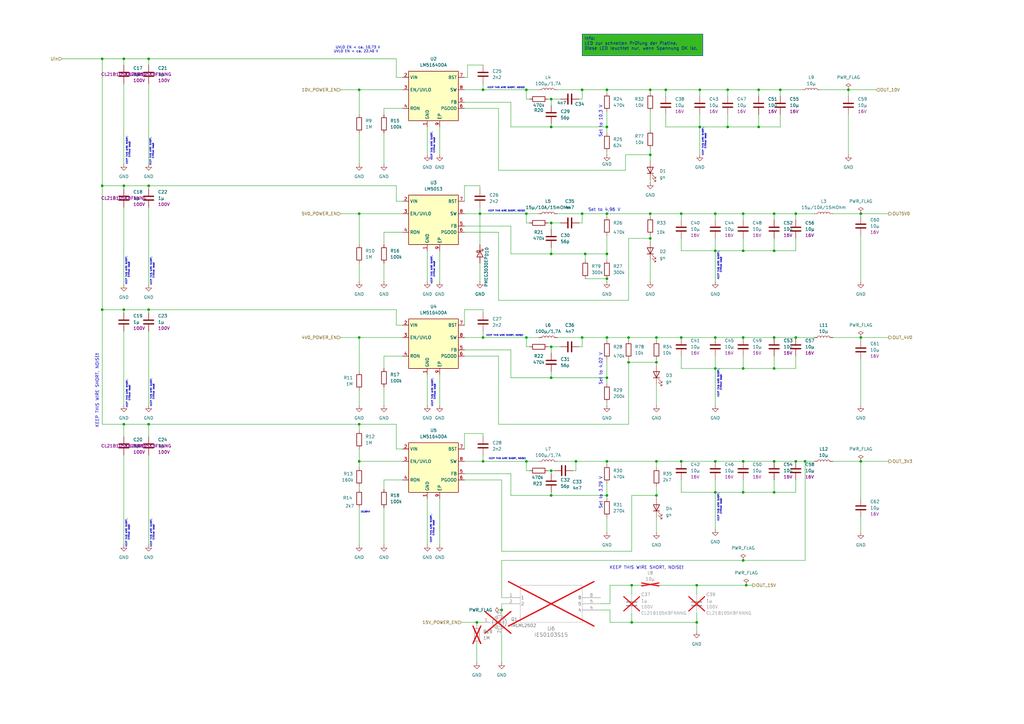
<source format=kicad_sch>
(kicad_sch
	(version 20231120)
	(generator "eeschema")
	(generator_version "8.0")
	(uuid "4891fef0-0f1e-41e0-b9e0-f0412d3f5bb7")
	(paper "A3")
	(lib_symbols
		(symbol "Device:C"
			(pin_numbers hide)
			(pin_names
				(offset 0.254)
			)
			(exclude_from_sim no)
			(in_bom yes)
			(on_board yes)
			(property "Reference" "C"
				(at 0.635 2.54 0)
				(effects
					(font
						(size 1.27 1.27)
					)
					(justify left)
				)
			)
			(property "Value" "C"
				(at 0.635 -2.54 0)
				(effects
					(font
						(size 1.27 1.27)
					)
					(justify left)
				)
			)
			(property "Footprint" ""
				(at 0.9652 -3.81 0)
				(effects
					(font
						(size 1.27 1.27)
					)
					(hide yes)
				)
			)
			(property "Datasheet" "~"
				(at 0 0 0)
				(effects
					(font
						(size 1.27 1.27)
					)
					(hide yes)
				)
			)
			(property "Description" "Unpolarized capacitor"
				(at 0 0 0)
				(effects
					(font
						(size 1.27 1.27)
					)
					(hide yes)
				)
			)
			(property "ki_keywords" "cap capacitor"
				(at 0 0 0)
				(effects
					(font
						(size 1.27 1.27)
					)
					(hide yes)
				)
			)
			(property "ki_fp_filters" "C_*"
				(at 0 0 0)
				(effects
					(font
						(size 1.27 1.27)
					)
					(hide yes)
				)
			)
			(symbol "C_0_1"
				(polyline
					(pts
						(xy -2.032 -0.762) (xy 2.032 -0.762)
					)
					(stroke
						(width 0.508)
						(type default)
					)
					(fill
						(type none)
					)
				)
				(polyline
					(pts
						(xy -2.032 0.762) (xy 2.032 0.762)
					)
					(stroke
						(width 0.508)
						(type default)
					)
					(fill
						(type none)
					)
				)
			)
			(symbol "C_1_1"
				(pin passive line
					(at 0 3.81 270)
					(length 2.794)
					(name "~"
						(effects
							(font
								(size 1.27 1.27)
							)
						)
					)
					(number "1"
						(effects
							(font
								(size 1.27 1.27)
							)
						)
					)
				)
				(pin passive line
					(at 0 -3.81 90)
					(length 2.794)
					(name "~"
						(effects
							(font
								(size 1.27 1.27)
							)
						)
					)
					(number "2"
						(effects
							(font
								(size 1.27 1.27)
							)
						)
					)
				)
			)
		)
		(symbol "Device:D_Schottky"
			(pin_numbers hide)
			(pin_names
				(offset 1.016) hide)
			(exclude_from_sim no)
			(in_bom yes)
			(on_board yes)
			(property "Reference" "D"
				(at 0 2.54 0)
				(effects
					(font
						(size 1.27 1.27)
					)
				)
			)
			(property "Value" "D_Schottky"
				(at 0 -2.54 0)
				(effects
					(font
						(size 1.27 1.27)
					)
				)
			)
			(property "Footprint" ""
				(at 0 0 0)
				(effects
					(font
						(size 1.27 1.27)
					)
					(hide yes)
				)
			)
			(property "Datasheet" "~"
				(at 0 0 0)
				(effects
					(font
						(size 1.27 1.27)
					)
					(hide yes)
				)
			)
			(property "Description" "Schottky diode"
				(at 0 0 0)
				(effects
					(font
						(size 1.27 1.27)
					)
					(hide yes)
				)
			)
			(property "ki_keywords" "diode Schottky"
				(at 0 0 0)
				(effects
					(font
						(size 1.27 1.27)
					)
					(hide yes)
				)
			)
			(property "ki_fp_filters" "TO-???* *_Diode_* *SingleDiode* D_*"
				(at 0 0 0)
				(effects
					(font
						(size 1.27 1.27)
					)
					(hide yes)
				)
			)
			(symbol "D_Schottky_0_1"
				(polyline
					(pts
						(xy 1.27 0) (xy -1.27 0)
					)
					(stroke
						(width 0)
						(type default)
					)
					(fill
						(type none)
					)
				)
				(polyline
					(pts
						(xy 1.27 1.27) (xy 1.27 -1.27) (xy -1.27 0) (xy 1.27 1.27)
					)
					(stroke
						(width 0.254)
						(type default)
					)
					(fill
						(type none)
					)
				)
				(polyline
					(pts
						(xy -1.905 0.635) (xy -1.905 1.27) (xy -1.27 1.27) (xy -1.27 -1.27) (xy -0.635 -1.27) (xy -0.635 -0.635)
					)
					(stroke
						(width 0.254)
						(type default)
					)
					(fill
						(type none)
					)
				)
			)
			(symbol "D_Schottky_1_1"
				(pin passive line
					(at -3.81 0 0)
					(length 2.54)
					(name "K"
						(effects
							(font
								(size 1.27 1.27)
							)
						)
					)
					(number "1"
						(effects
							(font
								(size 1.27 1.27)
							)
						)
					)
				)
				(pin passive line
					(at 3.81 0 180)
					(length 2.54)
					(name "A"
						(effects
							(font
								(size 1.27 1.27)
							)
						)
					)
					(number "2"
						(effects
							(font
								(size 1.27 1.27)
							)
						)
					)
				)
			)
		)
		(symbol "Device:L"
			(pin_numbers hide)
			(pin_names
				(offset 1.016) hide)
			(exclude_from_sim no)
			(in_bom yes)
			(on_board yes)
			(property "Reference" "L"
				(at -1.27 0 90)
				(effects
					(font
						(size 1.27 1.27)
					)
				)
			)
			(property "Value" "L"
				(at 1.905 0 90)
				(effects
					(font
						(size 1.27 1.27)
					)
				)
			)
			(property "Footprint" ""
				(at 0 0 0)
				(effects
					(font
						(size 1.27 1.27)
					)
					(hide yes)
				)
			)
			(property "Datasheet" "~"
				(at 0 0 0)
				(effects
					(font
						(size 1.27 1.27)
					)
					(hide yes)
				)
			)
			(property "Description" "Inductor"
				(at 0 0 0)
				(effects
					(font
						(size 1.27 1.27)
					)
					(hide yes)
				)
			)
			(property "ki_keywords" "inductor choke coil reactor magnetic"
				(at 0 0 0)
				(effects
					(font
						(size 1.27 1.27)
					)
					(hide yes)
				)
			)
			(property "ki_fp_filters" "Choke_* *Coil* Inductor_* L_*"
				(at 0 0 0)
				(effects
					(font
						(size 1.27 1.27)
					)
					(hide yes)
				)
			)
			(symbol "L_0_1"
				(arc
					(start 0 -2.54)
					(mid 0.6323 -1.905)
					(end 0 -1.27)
					(stroke
						(width 0)
						(type default)
					)
					(fill
						(type none)
					)
				)
				(arc
					(start 0 -1.27)
					(mid 0.6323 -0.635)
					(end 0 0)
					(stroke
						(width 0)
						(type default)
					)
					(fill
						(type none)
					)
				)
				(arc
					(start 0 0)
					(mid 0.6323 0.635)
					(end 0 1.27)
					(stroke
						(width 0)
						(type default)
					)
					(fill
						(type none)
					)
				)
				(arc
					(start 0 1.27)
					(mid 0.6323 1.905)
					(end 0 2.54)
					(stroke
						(width 0)
						(type default)
					)
					(fill
						(type none)
					)
				)
			)
			(symbol "L_1_1"
				(pin passive line
					(at 0 3.81 270)
					(length 1.27)
					(name "1"
						(effects
							(font
								(size 1.27 1.27)
							)
						)
					)
					(number "1"
						(effects
							(font
								(size 1.27 1.27)
							)
						)
					)
				)
				(pin passive line
					(at 0 -3.81 90)
					(length 1.27)
					(name "2"
						(effects
							(font
								(size 1.27 1.27)
							)
						)
					)
					(number "2"
						(effects
							(font
								(size 1.27 1.27)
							)
						)
					)
				)
			)
		)
		(symbol "Device:LED"
			(pin_numbers hide)
			(pin_names
				(offset 1.016) hide)
			(exclude_from_sim no)
			(in_bom yes)
			(on_board yes)
			(property "Reference" "D"
				(at 0 2.54 0)
				(effects
					(font
						(size 1.27 1.27)
					)
				)
			)
			(property "Value" "LED"
				(at 0 -2.54 0)
				(effects
					(font
						(size 1.27 1.27)
					)
				)
			)
			(property "Footprint" ""
				(at 0 0 0)
				(effects
					(font
						(size 1.27 1.27)
					)
					(hide yes)
				)
			)
			(property "Datasheet" "~"
				(at 0 0 0)
				(effects
					(font
						(size 1.27 1.27)
					)
					(hide yes)
				)
			)
			(property "Description" "Light emitting diode"
				(at 0 0 0)
				(effects
					(font
						(size 1.27 1.27)
					)
					(hide yes)
				)
			)
			(property "ki_keywords" "LED diode"
				(at 0 0 0)
				(effects
					(font
						(size 1.27 1.27)
					)
					(hide yes)
				)
			)
			(property "ki_fp_filters" "LED* LED_SMD:* LED_THT:*"
				(at 0 0 0)
				(effects
					(font
						(size 1.27 1.27)
					)
					(hide yes)
				)
			)
			(symbol "LED_0_1"
				(polyline
					(pts
						(xy -1.27 -1.27) (xy -1.27 1.27)
					)
					(stroke
						(width 0.254)
						(type default)
					)
					(fill
						(type none)
					)
				)
				(polyline
					(pts
						(xy -1.27 0) (xy 1.27 0)
					)
					(stroke
						(width 0)
						(type default)
					)
					(fill
						(type none)
					)
				)
				(polyline
					(pts
						(xy 1.27 -1.27) (xy 1.27 1.27) (xy -1.27 0) (xy 1.27 -1.27)
					)
					(stroke
						(width 0.254)
						(type default)
					)
					(fill
						(type none)
					)
				)
				(polyline
					(pts
						(xy -3.048 -0.762) (xy -4.572 -2.286) (xy -3.81 -2.286) (xy -4.572 -2.286) (xy -4.572 -1.524)
					)
					(stroke
						(width 0)
						(type default)
					)
					(fill
						(type none)
					)
				)
				(polyline
					(pts
						(xy -1.778 -0.762) (xy -3.302 -2.286) (xy -2.54 -2.286) (xy -3.302 -2.286) (xy -3.302 -1.524)
					)
					(stroke
						(width 0)
						(type default)
					)
					(fill
						(type none)
					)
				)
			)
			(symbol "LED_1_1"
				(pin passive line
					(at -3.81 0 0)
					(length 2.54)
					(name "K"
						(effects
							(font
								(size 1.27 1.27)
							)
						)
					)
					(number "1"
						(effects
							(font
								(size 1.27 1.27)
							)
						)
					)
				)
				(pin passive line
					(at 3.81 0 180)
					(length 2.54)
					(name "A"
						(effects
							(font
								(size 1.27 1.27)
							)
						)
					)
					(number "2"
						(effects
							(font
								(size 1.27 1.27)
							)
						)
					)
				)
			)
		)
		(symbol "Device:R"
			(pin_numbers hide)
			(pin_names
				(offset 0)
			)
			(exclude_from_sim no)
			(in_bom yes)
			(on_board yes)
			(property "Reference" "R"
				(at 2.032 0 90)
				(effects
					(font
						(size 1.27 1.27)
					)
				)
			)
			(property "Value" "R"
				(at 0 0 90)
				(effects
					(font
						(size 1.27 1.27)
					)
				)
			)
			(property "Footprint" ""
				(at -1.778 0 90)
				(effects
					(font
						(size 1.27 1.27)
					)
					(hide yes)
				)
			)
			(property "Datasheet" "~"
				(at 0 0 0)
				(effects
					(font
						(size 1.27 1.27)
					)
					(hide yes)
				)
			)
			(property "Description" "Resistor"
				(at 0 0 0)
				(effects
					(font
						(size 1.27 1.27)
					)
					(hide yes)
				)
			)
			(property "ki_keywords" "R res resistor"
				(at 0 0 0)
				(effects
					(font
						(size 1.27 1.27)
					)
					(hide yes)
				)
			)
			(property "ki_fp_filters" "R_*"
				(at 0 0 0)
				(effects
					(font
						(size 1.27 1.27)
					)
					(hide yes)
				)
			)
			(symbol "R_0_1"
				(rectangle
					(start -1.016 -2.54)
					(end 1.016 2.54)
					(stroke
						(width 0.254)
						(type default)
					)
					(fill
						(type none)
					)
				)
			)
			(symbol "R_1_1"
				(pin passive line
					(at 0 3.81 270)
					(length 1.27)
					(name "~"
						(effects
							(font
								(size 1.27 1.27)
							)
						)
					)
					(number "1"
						(effects
							(font
								(size 1.27 1.27)
							)
						)
					)
				)
				(pin passive line
					(at 0 -3.81 90)
					(length 1.27)
					(name "~"
						(effects
							(font
								(size 1.27 1.27)
							)
						)
					)
					(number "2"
						(effects
							(font
								(size 1.27 1.27)
							)
						)
					)
				)
			)
		)
		(symbol "Regulator_Switching:LM5164DDA"
			(exclude_from_sim no)
			(in_bom yes)
			(on_board yes)
			(property "Reference" "U"
				(at -8.89 11.43 0)
				(effects
					(font
						(size 1.27 1.27)
					)
				)
			)
			(property "Value" "LM5164DDA"
				(at 5.08 11.43 0)
				(effects
					(font
						(size 1.27 1.27)
					)
				)
			)
			(property "Footprint" "Package_SO:HSOP-8-1EP_3.9x4.9mm_P1.27mm_EP2.41x3.1mm_ThermalVias"
				(at 1.27 -11.43 0)
				(effects
					(font
						(size 1.27 1.27)
					)
					(hide yes)
				)
			)
			(property "Datasheet" "https://www.ti.com/lit/ds/symlink/lm5164.pdf?ts=1598311864250&ref_url=https%253A%252F%252Fwww.ti.com%252Fproduct%252FLM5164%253FHQS%253DTI-null-null-octopart-df-pf-null-wwe"
				(at -7.62 8.89 0)
				(effects
					(font
						(size 1.27 1.27)
					)
					(hide yes)
				)
			)
			(property "Description" "1A synchronous buck converter with ultra-low IQ, 6V - 100V input, adjustable output voltage, HSOP-8"
				(at 0 0 0)
				(effects
					(font
						(size 1.27 1.27)
					)
					(hide yes)
				)
			)
			(property "ki_keywords" "step-down dc-dc buck regulator adjustable"
				(at 0 0 0)
				(effects
					(font
						(size 1.27 1.27)
					)
					(hide yes)
				)
			)
			(property "ki_fp_filters" "HSOP*1EP*3.9x4.9*P1.27mm*"
				(at 0 0 0)
				(effects
					(font
						(size 1.27 1.27)
					)
					(hide yes)
				)
			)
			(symbol "LM5164DDA_1_1"
				(rectangle
					(start -10.16 10.16)
					(end 10.16 -10.16)
					(stroke
						(width 0.254)
						(type default)
					)
					(fill
						(type background)
					)
				)
				(pin power_in line
					(at -2.54 -12.7 90)
					(length 2.54)
					(name "GND"
						(effects
							(font
								(size 1.27 1.27)
							)
						)
					)
					(number "1"
						(effects
							(font
								(size 1.27 1.27)
							)
						)
					)
				)
				(pin power_in line
					(at -12.7 7.62 0)
					(length 2.54)
					(name "VIN"
						(effects
							(font
								(size 1.27 1.27)
							)
						)
					)
					(number "2"
						(effects
							(font
								(size 1.27 1.27)
							)
						)
					)
				)
				(pin input line
					(at -12.7 2.54 0)
					(length 2.54)
					(name "EN/UVLO"
						(effects
							(font
								(size 1.27 1.27)
							)
						)
					)
					(number "3"
						(effects
							(font
								(size 1.27 1.27)
							)
						)
					)
				)
				(pin passive line
					(at -12.7 -5.08 0)
					(length 2.54)
					(name "RON"
						(effects
							(font
								(size 1.27 1.27)
							)
						)
					)
					(number "4"
						(effects
							(font
								(size 1.27 1.27)
							)
						)
					)
				)
				(pin input line
					(at 12.7 -2.54 180)
					(length 2.54)
					(name "FB"
						(effects
							(font
								(size 1.27 1.27)
							)
						)
					)
					(number "5"
						(effects
							(font
								(size 1.27 1.27)
							)
						)
					)
				)
				(pin open_collector line
					(at 12.7 -5.08 180)
					(length 2.54)
					(name "PGOOD"
						(effects
							(font
								(size 1.27 1.27)
							)
						)
					)
					(number "6"
						(effects
							(font
								(size 1.27 1.27)
							)
						)
					)
				)
				(pin passive line
					(at 12.7 7.62 180)
					(length 2.54)
					(name "BST"
						(effects
							(font
								(size 1.27 1.27)
							)
						)
					)
					(number "7"
						(effects
							(font
								(size 1.27 1.27)
							)
						)
					)
				)
				(pin power_out line
					(at 12.7 2.54 180)
					(length 2.54)
					(name "SW"
						(effects
							(font
								(size 1.27 1.27)
							)
						)
					)
					(number "8"
						(effects
							(font
								(size 1.27 1.27)
							)
						)
					)
				)
				(pin passive line
					(at 2.54 -12.7 90)
					(length 2.54)
					(name "EP"
						(effects
							(font
								(size 1.27 1.27)
							)
						)
					)
					(number "9"
						(effects
							(font
								(size 1.27 1.27)
							)
						)
					)
				)
			)
		)
		(symbol "Transistor_FET:IRLML0030"
			(pin_names hide)
			(exclude_from_sim no)
			(in_bom yes)
			(on_board yes)
			(property "Reference" "Q"
				(at 5.08 1.905 0)
				(effects
					(font
						(size 1.27 1.27)
					)
					(justify left)
				)
			)
			(property "Value" "IRLML0030"
				(at 5.08 0 0)
				(effects
					(font
						(size 1.27 1.27)
					)
					(justify left)
				)
			)
			(property "Footprint" "Package_TO_SOT_SMD:SOT-23"
				(at 5.08 -1.905 0)
				(effects
					(font
						(size 1.27 1.27)
						(italic yes)
					)
					(justify left)
					(hide yes)
				)
			)
			(property "Datasheet" "https://www.infineon.com/dgdl/irlml0030pbf.pdf?fileId=5546d462533600a401535664773825df"
				(at 5.08 -3.81 0)
				(effects
					(font
						(size 1.27 1.27)
					)
					(justify left)
					(hide yes)
				)
			)
			(property "Description" "5.3A Id, 30V Vds, 27mOhm Rds, N-Channel HEXFET Power MOSFET, SOT-23"
				(at 0 0 0)
				(effects
					(font
						(size 1.27 1.27)
					)
					(hide yes)
				)
			)
			(property "ki_keywords" "N-Channel HEXFET MOSFET Logic-Level"
				(at 0 0 0)
				(effects
					(font
						(size 1.27 1.27)
					)
					(hide yes)
				)
			)
			(property "ki_fp_filters" "SOT?23*"
				(at 0 0 0)
				(effects
					(font
						(size 1.27 1.27)
					)
					(hide yes)
				)
			)
			(symbol "IRLML0030_0_1"
				(polyline
					(pts
						(xy 0.254 0) (xy -2.54 0)
					)
					(stroke
						(width 0)
						(type default)
					)
					(fill
						(type none)
					)
				)
				(polyline
					(pts
						(xy 0.254 1.905) (xy 0.254 -1.905)
					)
					(stroke
						(width 0.254)
						(type default)
					)
					(fill
						(type none)
					)
				)
				(polyline
					(pts
						(xy 0.762 -1.27) (xy 0.762 -2.286)
					)
					(stroke
						(width 0.254)
						(type default)
					)
					(fill
						(type none)
					)
				)
				(polyline
					(pts
						(xy 0.762 0.508) (xy 0.762 -0.508)
					)
					(stroke
						(width 0.254)
						(type default)
					)
					(fill
						(type none)
					)
				)
				(polyline
					(pts
						(xy 0.762 2.286) (xy 0.762 1.27)
					)
					(stroke
						(width 0.254)
						(type default)
					)
					(fill
						(type none)
					)
				)
				(polyline
					(pts
						(xy 2.54 2.54) (xy 2.54 1.778)
					)
					(stroke
						(width 0)
						(type default)
					)
					(fill
						(type none)
					)
				)
				(polyline
					(pts
						(xy 2.54 -2.54) (xy 2.54 0) (xy 0.762 0)
					)
					(stroke
						(width 0)
						(type default)
					)
					(fill
						(type none)
					)
				)
				(polyline
					(pts
						(xy 0.762 -1.778) (xy 3.302 -1.778) (xy 3.302 1.778) (xy 0.762 1.778)
					)
					(stroke
						(width 0)
						(type default)
					)
					(fill
						(type none)
					)
				)
				(polyline
					(pts
						(xy 1.016 0) (xy 2.032 0.381) (xy 2.032 -0.381) (xy 1.016 0)
					)
					(stroke
						(width 0)
						(type default)
					)
					(fill
						(type outline)
					)
				)
				(polyline
					(pts
						(xy 2.794 0.508) (xy 2.921 0.381) (xy 3.683 0.381) (xy 3.81 0.254)
					)
					(stroke
						(width 0)
						(type default)
					)
					(fill
						(type none)
					)
				)
				(polyline
					(pts
						(xy 3.302 0.381) (xy 2.921 -0.254) (xy 3.683 -0.254) (xy 3.302 0.381)
					)
					(stroke
						(width 0)
						(type default)
					)
					(fill
						(type none)
					)
				)
				(circle
					(center 1.651 0)
					(radius 2.794)
					(stroke
						(width 0.254)
						(type default)
					)
					(fill
						(type none)
					)
				)
				(circle
					(center 2.54 -1.778)
					(radius 0.254)
					(stroke
						(width 0)
						(type default)
					)
					(fill
						(type outline)
					)
				)
				(circle
					(center 2.54 1.778)
					(radius 0.254)
					(stroke
						(width 0)
						(type default)
					)
					(fill
						(type outline)
					)
				)
			)
			(symbol "IRLML0030_1_1"
				(pin input line
					(at -5.08 0 0)
					(length 2.54)
					(name "G"
						(effects
							(font
								(size 1.27 1.27)
							)
						)
					)
					(number "1"
						(effects
							(font
								(size 1.27 1.27)
							)
						)
					)
				)
				(pin passive line
					(at 2.54 -5.08 90)
					(length 2.54)
					(name "S"
						(effects
							(font
								(size 1.27 1.27)
							)
						)
					)
					(number "2"
						(effects
							(font
								(size 1.27 1.27)
							)
						)
					)
				)
				(pin passive line
					(at 2.54 5.08 270)
					(length 2.54)
					(name "D"
						(effects
							(font
								(size 1.27 1.27)
							)
						)
					)
					(number "3"
						(effects
							(font
								(size 1.27 1.27)
							)
						)
					)
				)
			)
		)
		(symbol "myIES0103S15:IES0103S15"
			(pin_names
				(offset 0.254)
			)
			(exclude_from_sim no)
			(in_bom yes)
			(on_board yes)
			(property "Reference" "U"
				(at 20.32 10.16 0)
				(effects
					(font
						(size 1.524 1.524)
					)
				)
			)
			(property "Value" "IES0103S15"
				(at 20.32 7.62 0)
				(effects
					(font
						(size 1.524 1.524)
					)
				)
			)
			(property "Footprint" "SOP8_ISE01_XPR"
				(at 18.796 3.556 0)
				(effects
					(font
						(size 1.27 1.27)
						(italic yes)
					)
					(hide yes)
				)
			)
			(property "Datasheet" "IES0103S15"
				(at 19.558 1.524 0)
				(effects
					(font
						(size 1.27 1.27)
						(italic yes)
					)
					(hide yes)
				)
			)
			(property "Description" ""
				(at 0 0 0)
				(effects
					(font
						(size 1.27 1.27)
					)
					(hide yes)
				)
			)
			(property "ki_locked" ""
				(at 0 0 0)
				(effects
					(font
						(size 1.27 1.27)
					)
				)
			)
			(property "ki_keywords" "IES0103S15"
				(at 0 0 0)
				(effects
					(font
						(size 1.27 1.27)
					)
					(hide yes)
				)
			)
			(property "ki_fp_filters" "SOP8_ISE01_XPR SOP8_ISE01_XPR-M SOP8_ISE01_XPR-L"
				(at 0 0 0)
				(effects
					(font
						(size 1.27 1.27)
					)
					(hide yes)
				)
			)
			(symbol "IES0103S15_0_1"
				(polyline
					(pts
						(xy 7.62 -10.16) (xy 33.02 -10.16)
					)
					(stroke
						(width 0.127)
						(type default)
					)
					(fill
						(type none)
					)
				)
				(polyline
					(pts
						(xy 7.62 5.08) (xy 7.62 -10.16)
					)
					(stroke
						(width 0.127)
						(type default)
					)
					(fill
						(type none)
					)
				)
				(polyline
					(pts
						(xy 33.02 -10.16) (xy 33.02 5.08)
					)
					(stroke
						(width 0.127)
						(type default)
					)
					(fill
						(type none)
					)
				)
				(polyline
					(pts
						(xy 33.02 5.08) (xy 7.62 5.08)
					)
					(stroke
						(width 0.127)
						(type default)
					)
					(fill
						(type none)
					)
				)
			)
			(symbol "IES0103S15_1_1"
				(pin power_in line
					(at 0 0 0)
					(length 7.62)
					(name "1"
						(effects
							(font
								(size 1.27 1.27)
							)
						)
					)
					(number "1"
						(effects
							(font
								(size 1.27 1.27)
							)
						)
					)
				)
				(pin power_in line
					(at 0 -2.54 0)
					(length 7.62)
					(name "2"
						(effects
							(font
								(size 1.27 1.27)
							)
						)
					)
					(number "2"
						(effects
							(font
								(size 1.27 1.27)
							)
						)
					)
				)
				(pin power_out line
					(at 40.64 -5.08 180)
					(length 7.62)
					(name "4"
						(effects
							(font
								(size 1.27 1.27)
							)
						)
					)
					(number "4"
						(effects
							(font
								(size 1.27 1.27)
							)
						)
					)
				)
				(pin power_out line
					(at 40.64 -2.54 180)
					(length 7.62)
					(name "5"
						(effects
							(font
								(size 1.27 1.27)
							)
						)
					)
					(number "5"
						(effects
							(font
								(size 1.27 1.27)
							)
						)
					)
				)
				(pin free line
					(at 40.64 0 180)
					(length 7.62)
					(name "8"
						(effects
							(font
								(size 1.27 1.27)
							)
						)
					)
					(number "8"
						(effects
							(font
								(size 1.27 1.27)
							)
						)
					)
				)
			)
		)
		(symbol "power:GND"
			(power)
			(pin_numbers hide)
			(pin_names
				(offset 0) hide)
			(exclude_from_sim no)
			(in_bom yes)
			(on_board yes)
			(property "Reference" "#PWR"
				(at 0 -6.35 0)
				(effects
					(font
						(size 1.27 1.27)
					)
					(hide yes)
				)
			)
			(property "Value" "GND"
				(at 0 -3.81 0)
				(effects
					(font
						(size 1.27 1.27)
					)
				)
			)
			(property "Footprint" ""
				(at 0 0 0)
				(effects
					(font
						(size 1.27 1.27)
					)
					(hide yes)
				)
			)
			(property "Datasheet" ""
				(at 0 0 0)
				(effects
					(font
						(size 1.27 1.27)
					)
					(hide yes)
				)
			)
			(property "Description" "Power symbol creates a global label with name \"GND\" , ground"
				(at 0 0 0)
				(effects
					(font
						(size 1.27 1.27)
					)
					(hide yes)
				)
			)
			(property "ki_keywords" "global power"
				(at 0 0 0)
				(effects
					(font
						(size 1.27 1.27)
					)
					(hide yes)
				)
			)
			(symbol "GND_0_1"
				(polyline
					(pts
						(xy 0 0) (xy 0 -1.27) (xy 1.27 -1.27) (xy 0 -2.54) (xy -1.27 -1.27) (xy 0 -1.27)
					)
					(stroke
						(width 0)
						(type default)
					)
					(fill
						(type none)
					)
				)
			)
			(symbol "GND_1_1"
				(pin power_in line
					(at 0 0 270)
					(length 0)
					(name "~"
						(effects
							(font
								(size 1.27 1.27)
							)
						)
					)
					(number "1"
						(effects
							(font
								(size 1.27 1.27)
							)
						)
					)
				)
			)
		)
		(symbol "power:PWR_FLAG"
			(power)
			(pin_numbers hide)
			(pin_names
				(offset 0) hide)
			(exclude_from_sim no)
			(in_bom yes)
			(on_board yes)
			(property "Reference" "#FLG"
				(at 0 1.905 0)
				(effects
					(font
						(size 1.27 1.27)
					)
					(hide yes)
				)
			)
			(property "Value" "PWR_FLAG"
				(at 0 3.81 0)
				(effects
					(font
						(size 1.27 1.27)
					)
				)
			)
			(property "Footprint" ""
				(at 0 0 0)
				(effects
					(font
						(size 1.27 1.27)
					)
					(hide yes)
				)
			)
			(property "Datasheet" "~"
				(at 0 0 0)
				(effects
					(font
						(size 1.27 1.27)
					)
					(hide yes)
				)
			)
			(property "Description" "Special symbol for telling ERC where power comes from"
				(at 0 0 0)
				(effects
					(font
						(size 1.27 1.27)
					)
					(hide yes)
				)
			)
			(property "ki_keywords" "flag power"
				(at 0 0 0)
				(effects
					(font
						(size 1.27 1.27)
					)
					(hide yes)
				)
			)
			(symbol "PWR_FLAG_0_0"
				(pin power_out line
					(at 0 0 90)
					(length 0)
					(name "~"
						(effects
							(font
								(size 1.27 1.27)
							)
						)
					)
					(number "1"
						(effects
							(font
								(size 1.27 1.27)
							)
						)
					)
				)
			)
			(symbol "PWR_FLAG_0_1"
				(polyline
					(pts
						(xy 0 0) (xy 0 1.27) (xy -1.016 1.905) (xy 0 2.54) (xy 1.016 1.905) (xy 0 1.27)
					)
					(stroke
						(width 0)
						(type default)
					)
					(fill
						(type none)
					)
				)
			)
		)
	)
	(junction
		(at 259.08 255.27)
		(diameter 0)
		(color 0 0 0 0)
		(uuid "00b6df84-01c0-4090-a62f-3c822515c009")
	)
	(junction
		(at 195.58 255.27)
		(diameter 0)
		(color 0 0 0 0)
		(uuid "027e4db1-951e-4689-9375-5735e19f7210")
	)
	(junction
		(at 226.06 52.07)
		(diameter 0)
		(color 0 0 0 0)
		(uuid "04404c55-8320-49cd-8288-a85945acda0a")
	)
	(junction
		(at 215.9 36.83)
		(diameter 0)
		(color 0 0 0 0)
		(uuid "04457c87-69ec-4bc9-b87f-7a13a8f8e5a1")
	)
	(junction
		(at 198.12 138.43)
		(diameter 0)
		(color 0 0 0 0)
		(uuid "049c7d23-3fbe-4bd6-9431-2dedc454ad17")
	)
	(junction
		(at 266.7 36.83)
		(diameter 0)
		(color 0 0 0 0)
		(uuid "05d7c5e4-fce9-465f-9d8e-833a325d4c28")
	)
	(junction
		(at 41.91 127)
		(diameter 0)
		(color 0 0 0 0)
		(uuid "05e45eb3-6e88-4d20-8bc3-b5809559b02e")
	)
	(junction
		(at 317.5 151.13)
		(diameter 0)
		(color 0 0 0 0)
		(uuid "09a58726-705e-4ab5-895e-b436e6daa395")
	)
	(junction
		(at 317.5 102.87)
		(diameter 0)
		(color 0 0 0 0)
		(uuid "09b652a8-0ef7-4e14-8897-4c0f0882b3e6")
	)
	(junction
		(at 248.92 203.2)
		(diameter 0)
		(color 0 0 0 0)
		(uuid "0a73c148-dd38-4707-bc06-7b7a2e635527")
	)
	(junction
		(at 293.37 151.13)
		(diameter 0)
		(color 0 0 0 0)
		(uuid "0f984226-831f-4386-9b08-4bfab459f368")
	)
	(junction
		(at 269.24 148.59)
		(diameter 0)
		(color 0 0 0 0)
		(uuid "117e4d96-c89f-40ea-9f04-597b8afc4692")
	)
	(junction
		(at 326.39 87.63)
		(diameter 0)
		(color 0 0 0 0)
		(uuid "144ed22a-f0fa-4cb2-be0b-1a213893c9b8")
	)
	(junction
		(at 248.92 52.07)
		(diameter 0)
		(color 0 0 0 0)
		(uuid "16bf4352-4551-40b0-867a-957443911481")
	)
	(junction
		(at 50.8 76.2)
		(diameter 0)
		(color 0 0 0 0)
		(uuid "1721df15-efe4-471a-ba3b-171f766261c2")
	)
	(junction
		(at 293.37 87.63)
		(diameter 0)
		(color 0 0 0 0)
		(uuid "1af260e4-2b01-40ec-a1c9-576c7b06f196")
	)
	(junction
		(at 248.92 154.94)
		(diameter 0)
		(color 0 0 0 0)
		(uuid "1e7d85bc-8713-4849-8e81-20fbd5eaba19")
	)
	(junction
		(at 347.98 36.83)
		(diameter 0)
		(color 0 0 0 0)
		(uuid "1f36f684-f4c5-4fc8-8c4e-83b7d50c1304")
	)
	(junction
		(at 298.45 52.07)
		(diameter 0)
		(color 0 0 0 0)
		(uuid "250cb4ce-0742-4142-9475-9b21cc8d759a")
	)
	(junction
		(at 226.06 91.44)
		(diameter 0)
		(color 0 0 0 0)
		(uuid "2598e321-67ad-4de4-b5eb-5860e4cd3ad0")
	)
	(junction
		(at 147.32 138.43)
		(diameter 0)
		(color 0 0 0 0)
		(uuid "26399576-0859-4c4e-a3b5-593c7a9fd4bc")
	)
	(junction
		(at 266.7 87.63)
		(diameter 0)
		(color 0 0 0 0)
		(uuid "2b5ed759-a294-46b6-be91-a3d7712317c3")
	)
	(junction
		(at 293.37 201.93)
		(diameter 0)
		(color 0 0 0 0)
		(uuid "2d63e405-3bfc-4066-a70a-9356d8e3d04a")
	)
	(junction
		(at 50.8 127)
		(diameter 0)
		(color 0 0 0 0)
		(uuid "30210075-3e56-438c-9669-5689fd7ae120")
	)
	(junction
		(at 257.81 148.59)
		(diameter 0)
		(color 0 0 0 0)
		(uuid "3072b054-685c-4973-a146-8de1b0eda374")
	)
	(junction
		(at 293.37 102.87)
		(diameter 0)
		(color 0 0 0 0)
		(uuid "30cbd47c-443a-4d25-8c21-c03bd4bf5544")
	)
	(junction
		(at 304.8 138.43)
		(diameter 0)
		(color 0 0 0 0)
		(uuid "33578bb2-3dd8-406e-ae9e-9df5401d4c1c")
	)
	(junction
		(at 293.37 138.43)
		(diameter 0)
		(color 0 0 0 0)
		(uuid "36ca6600-adb6-41c3-b9a5-8e257fffef2c")
	)
	(junction
		(at 198.12 36.83)
		(diameter 0)
		(color 0 0 0 0)
		(uuid "374a5f5b-7941-4d3d-ae6f-6dbc58ba944d")
	)
	(junction
		(at 226.06 104.14)
		(diameter 0)
		(color 0 0 0 0)
		(uuid "3892ecf0-073c-4735-bbcf-84dee00bd05f")
	)
	(junction
		(at 353.06 87.63)
		(diameter 0)
		(color 0 0 0 0)
		(uuid "39c83017-3a22-48fb-8c72-77e610bc8a3e")
	)
	(junction
		(at 311.15 36.83)
		(diameter 0)
		(color 0 0 0 0)
		(uuid "3b14c276-667d-4200-8ab8-62a35ae5e86f")
	)
	(junction
		(at 326.39 138.43)
		(diameter 0)
		(color 0 0 0 0)
		(uuid "40218fdc-27d0-4526-ac39-a057f40b65ea")
	)
	(junction
		(at 226.06 154.94)
		(diameter 0)
		(color 0 0 0 0)
		(uuid "456c2e2b-b31e-4330-bbf9-526c0c5a2c61")
	)
	(junction
		(at 311.15 52.07)
		(diameter 0)
		(color 0 0 0 0)
		(uuid "4641ecf1-93f6-4219-b71f-2e767e684d15")
	)
	(junction
		(at 248.92 138.43)
		(diameter 0)
		(color 0 0 0 0)
		(uuid "497b57d4-acd7-4a04-800e-738553c08cd3")
	)
	(junction
		(at 273.05 36.83)
		(diameter 0)
		(color 0 0 0 0)
		(uuid "4f1333ce-72bc-4988-bb6c-812131951276")
	)
	(junction
		(at 196.85 87.63)
		(diameter 0)
		(color 0 0 0 0)
		(uuid "4f800670-581a-4473-a437-82d628065ead")
	)
	(junction
		(at 248.92 36.83)
		(diameter 0)
		(color 0 0 0 0)
		(uuid "5108a516-9fee-45ab-aaca-15e4eeaa0a1a")
	)
	(junction
		(at 353.06 189.23)
		(diameter 0)
		(color 0 0 0 0)
		(uuid "51e20ffd-2c15-4467-b693-fe97aabce9dd")
	)
	(junction
		(at 317.5 201.93)
		(diameter 0)
		(color 0 0 0 0)
		(uuid "54df6376-6efb-44eb-a289-9022e0d3fe77")
	)
	(junction
		(at 287.02 36.83)
		(diameter 0)
		(color 0 0 0 0)
		(uuid "57c4c6ff-fb7d-4635-b57c-415fd94de2f6")
	)
	(junction
		(at 215.9 189.23)
		(diameter 0)
		(color 0 0 0 0)
		(uuid "5a7e7a09-390f-40fe-9fc1-4977c9fc90eb")
	)
	(junction
		(at 248.92 87.63)
		(diameter 0)
		(color 0 0 0 0)
		(uuid "603723a2-edaf-434e-9c06-df83374f426e")
	)
	(junction
		(at 353.06 138.43)
		(diameter 0)
		(color 0 0 0 0)
		(uuid "60fd9a8b-0787-410a-9b08-e1a0c6a05b8e")
	)
	(junction
		(at 317.5 189.23)
		(diameter 0)
		(color 0 0 0 0)
		(uuid "62060d77-8677-4f2b-ba77-cfc7ed32f4d5")
	)
	(junction
		(at 317.5 87.63)
		(diameter 0)
		(color 0 0 0 0)
		(uuid "630a86ab-822b-41dd-8287-37e13bf085de")
	)
	(junction
		(at 269.24 203.2)
		(diameter 0)
		(color 0 0 0 0)
		(uuid "65d49dbf-72db-46c7-bb37-0c5fd64fa3de")
	)
	(junction
		(at 226.06 203.2)
		(diameter 0)
		(color 0 0 0 0)
		(uuid "67ea89fa-2cea-4960-b4e2-9e8acd91726e")
	)
	(junction
		(at 198.12 189.23)
		(diameter 0)
		(color 0 0 0 0)
		(uuid "69cb9c01-3e4d-4a02-a7a9-ec89db326c69")
	)
	(junction
		(at 60.96 173.99)
		(diameter 0)
		(color 0 0 0 0)
		(uuid "6c46bc78-f89d-4840-9003-d03da686ccd8")
	)
	(junction
		(at 147.32 189.23)
		(diameter 0)
		(color 0 0 0 0)
		(uuid "6f30ffc2-79d0-455c-96e5-176d164eee63")
	)
	(junction
		(at 205.74 250.19)
		(diameter 0)
		(color 0 0 0 0)
		(uuid "72aaa73a-ff4d-434e-93d0-5b7ced6c6216")
	)
	(junction
		(at 330.2 189.23)
		(diameter 0)
		(color 0 0 0 0)
		(uuid "72c5f511-2898-4957-b1a4-a175d21fce2f")
	)
	(junction
		(at 226.06 40.64)
		(diameter 0)
		(color 0 0 0 0)
		(uuid "75777387-b7d3-42b5-a32b-420fa5316a90")
	)
	(junction
		(at 147.32 173.99)
		(diameter 0)
		(color 0 0 0 0)
		(uuid "75f7bee7-ee24-4048-92b4-04a49ee6d3c4")
	)
	(junction
		(at 298.45 36.83)
		(diameter 0)
		(color 0 0 0 0)
		(uuid "7cb0bbab-ae73-476a-aa5c-5204eec821db")
	)
	(junction
		(at 304.8 201.93)
		(diameter 0)
		(color 0 0 0 0)
		(uuid "7f360906-5056-4c59-a90a-33f92b0ba9b1")
	)
	(junction
		(at 248.92 104.14)
		(diameter 0)
		(color 0 0 0 0)
		(uuid "819ebee0-288f-4e1a-b5f1-a98b629ea1ea")
	)
	(junction
		(at 236.22 189.23)
		(diameter 0)
		(color 0 0 0 0)
		(uuid "825c032f-d3f0-452a-93ee-4a22a2d3d733")
	)
	(junction
		(at 266.7 97.79)
		(diameter 0)
		(color 0 0 0 0)
		(uuid "843fb651-3661-4f5d-b0b5-9d74d5e47966")
	)
	(junction
		(at 238.76 36.83)
		(diameter 0)
		(color 0 0 0 0)
		(uuid "85043f99-100a-4219-97da-944dc909a012")
	)
	(junction
		(at 259.08 240.03)
		(diameter 0)
		(color 0 0 0 0)
		(uuid "85f00628-c1db-4681-b909-a44b6535c4fb")
	)
	(junction
		(at 226.06 142.24)
		(diameter 0)
		(color 0 0 0 0)
		(uuid "8898ec9d-e417-4985-9db2-aeff80885c33")
	)
	(junction
		(at 50.8 24.13)
		(diameter 0)
		(color 0 0 0 0)
		(uuid "8a02fa18-2950-40db-bb9d-6b3e89a352fd")
	)
	(junction
		(at 279.4 138.43)
		(diameter 0)
		(color 0 0 0 0)
		(uuid "9283186e-3e76-4385-aa01-f9805fe1a6e4")
	)
	(junction
		(at 304.8 151.13)
		(diameter 0)
		(color 0 0 0 0)
		(uuid "97215798-1384-4389-8cd6-73fd1dae81c2")
	)
	(junction
		(at 41.91 24.13)
		(diameter 0)
		(color 0 0 0 0)
		(uuid "9a10a936-f094-4c9f-bb6f-20e343181178")
	)
	(junction
		(at 317.5 138.43)
		(diameter 0)
		(color 0 0 0 0)
		(uuid "9cc33976-767e-4f88-945a-1db2b6aa37d1")
	)
	(junction
		(at 269.24 138.43)
		(diameter 0)
		(color 0 0 0 0)
		(uuid "9d920eaf-11c0-4319-83d3-1ae97bcd8ff3")
	)
	(junction
		(at 326.39 189.23)
		(diameter 0)
		(color 0 0 0 0)
		(uuid "a088a32b-6324-4c31-a6ef-35f0d3c9e83b")
	)
	(junction
		(at 304.8 87.63)
		(diameter 0)
		(color 0 0 0 0)
		(uuid "a43b7683-feae-47b9-922e-c0011e7ef996")
	)
	(junction
		(at 238.76 138.43)
		(diameter 0)
		(color 0 0 0 0)
		(uuid "a5e29a57-bd03-484f-9d9e-c6d3a141d023")
	)
	(junction
		(at 60.96 76.2)
		(diameter 0)
		(color 0 0 0 0)
		(uuid "a762c489-ade4-4ed6-af5f-dc04a78fa132")
	)
	(junction
		(at 248.92 189.23)
		(diameter 0)
		(color 0 0 0 0)
		(uuid "ad236a9f-ea46-4cf1-9fad-da01aeb3869b")
	)
	(junction
		(at 215.9 87.63)
		(diameter 0)
		(color 0 0 0 0)
		(uuid "ad5078da-02c5-411f-883d-032196e9719f")
	)
	(junction
		(at 215.9 138.43)
		(diameter 0)
		(color 0 0 0 0)
		(uuid "b271f6ab-361b-454d-8f22-726021f6393c")
	)
	(junction
		(at 287.02 52.07)
		(diameter 0)
		(color 0 0 0 0)
		(uuid "b39055eb-2993-4ae6-aeb8-ddf114acb43f")
	)
	(junction
		(at 320.04 36.83)
		(diameter 0)
		(color 0 0 0 0)
		(uuid "b42ed5f8-3cf5-453a-a5fb-598ad6ccc4f6")
	)
	(junction
		(at 304.8 189.23)
		(diameter 0)
		(color 0 0 0 0)
		(uuid "b4dbf5d0-2529-4a8e-b25c-e8df2490e26f")
	)
	(junction
		(at 248.92 114.3)
		(diameter 0)
		(color 0 0 0 0)
		(uuid "b5eb32db-6853-4eb2-952c-d993d75abdad")
	)
	(junction
		(at 304.8 229.87)
		(diameter 0)
		(color 0 0 0 0)
		(uuid "b902d96a-2480-435f-a1b1-64d606fa7832")
	)
	(junction
		(at 147.32 36.83)
		(diameter 0)
		(color 0 0 0 0)
		(uuid "b91a88e9-1ab1-4f10-9eba-9d91f54b7a0b")
	)
	(junction
		(at 266.7 63.5)
		(diameter 0)
		(color 0 0 0 0)
		(uuid "b96ac08c-7e44-44f2-84a1-35b53a0b43c8")
	)
	(junction
		(at 279.4 87.63)
		(diameter 0)
		(color 0 0 0 0)
		(uuid "b9be2208-039a-422b-93dc-3970569329c3")
	)
	(junction
		(at 60.96 127)
		(diameter 0)
		(color 0 0 0 0)
		(uuid "c0aecc4b-352b-4ecf-a2a2-6683bc1fe387")
	)
	(junction
		(at 285.75 255.27)
		(diameter 0)
		(color 0 0 0 0)
		(uuid "cb873e22-d255-4e44-b3e8-2581152a4b85")
	)
	(junction
		(at 269.24 189.23)
		(diameter 0)
		(color 0 0 0 0)
		(uuid "d034a80d-9c76-4242-98ef-c38097d3e2f8")
	)
	(junction
		(at 238.76 87.63)
		(diameter 0)
		(color 0 0 0 0)
		(uuid "d34b42d7-98e0-436d-9356-873580a0bd6b")
	)
	(junction
		(at 50.8 173.99)
		(diameter 0)
		(color 0 0 0 0)
		(uuid "d49c29cb-d411-4a8f-9b50-3665d147ead5")
	)
	(junction
		(at 60.96 24.13)
		(diameter 0)
		(color 0 0 0 0)
		(uuid "d69915fb-49c3-4b42-9ef2-455b20345351")
	)
	(junction
		(at 257.81 138.43)
		(diameter 0)
		(color 0 0 0 0)
		(uuid "dc5eb133-c65d-442e-88ee-55f7ee224567")
	)
	(junction
		(at 293.37 189.23)
		(diameter 0)
		(color 0 0 0 0)
		(uuid "dccab09f-69db-45d9-b0a7-2911609b2d67")
	)
	(junction
		(at 226.06 193.04)
		(diameter 0)
		(color 0 0 0 0)
		(uuid "e1f8805a-dcf7-44d6-85f5-023f23124485")
	)
	(junction
		(at 304.8 102.87)
		(diameter 0)
		(color 0 0 0 0)
		(uuid "e290e756-f3d7-40d7-bce9-4c5eece217b9")
	)
	(junction
		(at 279.4 189.23)
		(diameter 0)
		(color 0 0 0 0)
		(uuid "e83013f3-a545-4fd6-aa71-2a1eae2d9d89")
	)
	(junction
		(at 41.91 76.2)
		(diameter 0)
		(color 0 0 0 0)
		(uuid "e881a361-e033-4447-a212-e7970ca90775")
	)
	(junction
		(at 306.07 240.03)
		(diameter 0)
		(color 0 0 0 0)
		(uuid "ec11e48e-9766-4275-b00d-dba28102450c")
	)
	(junction
		(at 240.03 104.14)
		(diameter 0)
		(color 0 0 0 0)
		(uuid "ed032520-3049-4df4-986e-19e73b74c9ec")
	)
	(junction
		(at 147.32 87.63)
		(diameter 0)
		(color 0 0 0 0)
		(uuid "f43fd0c2-3c58-4ea3-92e9-36df7839dd57")
	)
	(junction
		(at 285.75 240.03)
		(diameter 0)
		(color 0 0 0 0)
		(uuid "f94db4d5-f7e9-4553-84e6-e14336a04250")
	)
	(wire
		(pts
			(xy 217.17 40.64) (xy 215.9 40.64)
		)
		(stroke
			(width 0)
			(type default)
		)
		(uuid "004914a3-dad0-47d6-a1a8-c593023e3abe")
	)
	(wire
		(pts
			(xy 293.37 201.93) (xy 293.37 217.17)
		)
		(stroke
			(width 0)
			(type default)
		)
		(uuid "0077ee51-6ffb-45be-9d4c-3fc8e39ba775")
	)
	(wire
		(pts
			(xy 248.92 87.63) (xy 266.7 87.63)
		)
		(stroke
			(width 0)
			(type default)
		)
		(uuid "0078b1c6-e140-4160-a619-bd5adb086e17")
	)
	(wire
		(pts
			(xy 317.5 102.87) (xy 304.8 102.87)
		)
		(stroke
			(width 0)
			(type default)
		)
		(uuid "00aa6ae8-3e2f-41f1-9502-925c147eb1ee")
	)
	(wire
		(pts
			(xy 226.06 201.93) (xy 226.06 203.2)
		)
		(stroke
			(width 0)
			(type default)
		)
		(uuid "00f7397e-f3fe-4761-bb23-180cb6907573")
	)
	(wire
		(pts
			(xy 317.5 196.85) (xy 317.5 201.93)
		)
		(stroke
			(width 0)
			(type default)
		)
		(uuid "0121ff75-b4c1-4bcc-965a-8e256b095a99")
	)
	(wire
		(pts
			(xy 317.5 97.79) (xy 317.5 102.87)
		)
		(stroke
			(width 0)
			(type default)
		)
		(uuid "01ed0ade-6945-4c87-a1fa-2c3c6c16d023")
	)
	(wire
		(pts
			(xy 147.32 184.15) (xy 147.32 189.23)
		)
		(stroke
			(width 0)
			(type default)
		)
		(uuid "01f4252d-c5bf-49c9-b88a-6d79588d74bc")
	)
	(wire
		(pts
			(xy 259.08 203.2) (xy 259.08 226.06)
		)
		(stroke
			(width 0)
			(type default)
		)
		(uuid "01fef12d-2ba4-4d14-88a5-ae9e0831164b")
	)
	(wire
		(pts
			(xy 353.06 189.23) (xy 364.49 189.23)
		)
		(stroke
			(width 0)
			(type default)
		)
		(uuid "028455ae-137d-49ca-92f7-60da5aa466aa")
	)
	(wire
		(pts
			(xy 259.08 240.03) (xy 259.08 243.84)
		)
		(stroke
			(width 0)
			(type default)
		)
		(uuid "02fee139-d4f8-4124-85b6-ce972266fd77")
	)
	(wire
		(pts
			(xy 226.06 142.24) (xy 229.87 142.24)
		)
		(stroke
			(width 0)
			(type default)
		)
		(uuid "04979bac-89e4-4cb5-ab40-74a98b19e0a1")
	)
	(wire
		(pts
			(xy 60.96 34.29) (xy 60.96 67.31)
		)
		(stroke
			(width 0)
			(type default)
		)
		(uuid "04e48a4b-4f27-46b6-8995-e5538b21e62d")
	)
	(wire
		(pts
			(xy 311.15 36.83) (xy 311.15 39.37)
		)
		(stroke
			(width 0)
			(type default)
		)
		(uuid "04eb112e-2bed-4d99-9e8c-ab0bad4266c9")
	)
	(wire
		(pts
			(xy 240.03 104.14) (xy 240.03 106.68)
		)
		(stroke
			(width 0)
			(type default)
		)
		(uuid "0507cb05-1eb5-4701-aec9-80dba2b8b358")
	)
	(wire
		(pts
			(xy 139.7 138.43) (xy 147.32 138.43)
		)
		(stroke
			(width 0)
			(type default)
		)
		(uuid "057cc5e5-3188-4bc0-a296-363a04206bdc")
	)
	(wire
		(pts
			(xy 238.76 36.83) (xy 238.76 40.64)
		)
		(stroke
			(width 0)
			(type default)
		)
		(uuid "05e39e9e-3aeb-4808-9b8a-ddbec9be76ef")
	)
	(wire
		(pts
			(xy 226.06 104.14) (xy 240.03 104.14)
		)
		(stroke
			(width 0)
			(type default)
		)
		(uuid "05f5574b-81bc-4f83-af4f-368146f75c74")
	)
	(wire
		(pts
			(xy 317.5 87.63) (xy 317.5 90.17)
		)
		(stroke
			(width 0)
			(type default)
		)
		(uuid "05fa2d59-137a-47bf-8ea5-aa1b112472b4")
	)
	(wire
		(pts
			(xy 175.26 52.07) (xy 175.26 63.5)
		)
		(stroke
			(width 0)
			(type default)
		)
		(uuid "06741502-0674-4e0f-b752-51fa3ef20599")
	)
	(wire
		(pts
			(xy 238.76 36.83) (xy 228.6 36.83)
		)
		(stroke
			(width 0)
			(type default)
		)
		(uuid "08a8998a-5197-47d2-9d89-cba5dce8be95")
	)
	(wire
		(pts
			(xy 236.22 189.23) (xy 248.92 189.23)
		)
		(stroke
			(width 0)
			(type default)
		)
		(uuid "08b14991-a1ed-43f6-8f29-d91bbe4bd33a")
	)
	(wire
		(pts
			(xy 238.76 138.43) (xy 228.6 138.43)
		)
		(stroke
			(width 0)
			(type default)
		)
		(uuid "08e11f06-d354-468f-9c53-1345cb5f55f7")
	)
	(wire
		(pts
			(xy 50.8 135.89) (xy 50.8 166.37)
		)
		(stroke
			(width 0)
			(type default)
		)
		(uuid "09b3229c-50e6-4113-841f-9714afb77b41")
	)
	(wire
		(pts
			(xy 285.75 240.03) (xy 306.07 240.03)
		)
		(stroke
			(width 0)
			(type default)
		)
		(uuid "0acdb035-fc2c-4714-a21d-608b7824f1c3")
	)
	(wire
		(pts
			(xy 285.75 255.27) (xy 285.75 259.08)
		)
		(stroke
			(width 0)
			(type default)
		)
		(uuid "0c97926b-e7b9-4cff-a27b-4dc09b145ed6")
	)
	(wire
		(pts
			(xy 347.98 46.99) (xy 347.98 63.5)
		)
		(stroke
			(width 0)
			(type default)
		)
		(uuid "0cd71adb-438f-4f5e-b681-8b7d0aee846c")
	)
	(wire
		(pts
			(xy 298.45 36.83) (xy 311.15 36.83)
		)
		(stroke
			(width 0)
			(type default)
		)
		(uuid "0d7430f2-2e8f-435f-bfed-7a1d12ec2fc0")
	)
	(wire
		(pts
			(xy 250.19 240.03) (xy 259.08 240.03)
		)
		(stroke
			(width 0)
			(type default)
		)
		(uuid "0db70c17-dc36-4ff3-bff8-6b044b757436")
	)
	(wire
		(pts
			(xy 237.49 142.24) (xy 238.76 142.24)
		)
		(stroke
			(width 0)
			(type default)
		)
		(uuid "1085e7c9-b657-4659-b9dc-ef1f2fa23897")
	)
	(wire
		(pts
			(xy 347.98 36.83) (xy 359.41 36.83)
		)
		(stroke
			(width 0)
			(type default)
		)
		(uuid "11bc6100-98fc-4801-9f42-48a638c73724")
	)
	(wire
		(pts
			(xy 147.32 189.23) (xy 165.1 189.23)
		)
		(stroke
			(width 0)
			(type default)
		)
		(uuid "11e70c1e-c4a1-4fa6-947e-2ee351d1487f")
	)
	(wire
		(pts
			(xy 209.55 41.91) (xy 190.5 41.91)
		)
		(stroke
			(width 0)
			(type default)
		)
		(uuid "129fc901-c404-4089-a93a-5103cc39d161")
	)
	(wire
		(pts
			(xy 238.76 138.43) (xy 238.76 142.24)
		)
		(stroke
			(width 0)
			(type default)
		)
		(uuid "12b41a8a-e843-40df-9bee-c05fbf5b09aa")
	)
	(wire
		(pts
			(xy 50.8 173.99) (xy 50.8 179.07)
		)
		(stroke
			(width 0)
			(type default)
		)
		(uuid "130d050f-b0fc-4c06-89d1-c221441b9244")
	)
	(wire
		(pts
			(xy 217.17 142.24) (xy 215.9 142.24)
		)
		(stroke
			(width 0)
			(type default)
		)
		(uuid "1335ee1b-64c7-4ce1-8690-8af737893c17")
	)
	(wire
		(pts
			(xy 41.91 127) (xy 50.8 127)
		)
		(stroke
			(width 0)
			(type default)
		)
		(uuid "1500e47c-f799-4793-b76e-208b8c885815")
	)
	(wire
		(pts
			(xy 238.76 87.63) (xy 228.6 87.63)
		)
		(stroke
			(width 0)
			(type default)
		)
		(uuid "16517706-ecde-47ec-969f-2395efa36751")
	)
	(wire
		(pts
			(xy 226.06 154.94) (xy 248.92 154.94)
		)
		(stroke
			(width 0)
			(type default)
		)
		(uuid "16575b3e-899d-40eb-83d5-cfb2fda11b03")
	)
	(wire
		(pts
			(xy 311.15 36.83) (xy 320.04 36.83)
		)
		(stroke
			(width 0)
			(type default)
		)
		(uuid "168a7dbb-5a3b-45ef-af2b-b004dc66d703")
	)
	(wire
		(pts
			(xy 326.39 196.85) (xy 326.39 201.93)
		)
		(stroke
			(width 0)
			(type default)
		)
		(uuid "1763bd3b-1262-42e1-bbd9-29003154248a")
	)
	(wire
		(pts
			(xy 293.37 97.79) (xy 293.37 102.87)
		)
		(stroke
			(width 0)
			(type default)
		)
		(uuid "18b661ea-8856-4788-bf09-5bfe1ff66714")
	)
	(wire
		(pts
			(xy 204.47 69.85) (xy 256.54 69.85)
		)
		(stroke
			(width 0)
			(type default)
		)
		(uuid "19006f1b-d032-485b-8f3f-0e183a2c90eb")
	)
	(wire
		(pts
			(xy 273.05 52.07) (xy 287.02 52.07)
		)
		(stroke
			(width 0)
			(type default)
		)
		(uuid "192ae8bf-a39b-4edb-bb86-2b9384fa39c6")
	)
	(wire
		(pts
			(xy 279.4 189.23) (xy 293.37 189.23)
		)
		(stroke
			(width 0)
			(type default)
		)
		(uuid "19318eba-f6bb-41dd-9875-31b0a4493c49")
	)
	(wire
		(pts
			(xy 209.55 92.71) (xy 190.5 92.71)
		)
		(stroke
			(width 0)
			(type default)
		)
		(uuid "1965e1c6-49be-492a-bc17-e447c440deb3")
	)
	(wire
		(pts
			(xy 298.45 52.07) (xy 287.02 52.07)
		)
		(stroke
			(width 0)
			(type default)
		)
		(uuid "1a569095-2a30-4a1c-8119-21ff2a20a96a")
	)
	(wire
		(pts
			(xy 50.8 24.13) (xy 50.8 26.67)
		)
		(stroke
			(width 0)
			(type default)
		)
		(uuid "1b36cbdd-267d-4ca5-8265-0547bd3affef")
	)
	(wire
		(pts
			(xy 248.92 203.2) (xy 248.92 204.47)
		)
		(stroke
			(width 0)
			(type default)
		)
		(uuid "1b497a18-e7c7-43e8-a55a-84be7a2c0baa")
	)
	(wire
		(pts
			(xy 317.5 189.23) (xy 326.39 189.23)
		)
		(stroke
			(width 0)
			(type default)
		)
		(uuid "1b7e7e01-1cc6-44ca-abfc-0557238f9048")
	)
	(wire
		(pts
			(xy 215.9 138.43) (xy 215.9 142.24)
		)
		(stroke
			(width 0)
			(type default)
		)
		(uuid "1c3eac1c-5e80-4141-93be-432cba2435a4")
	)
	(wire
		(pts
			(xy 287.02 36.83) (xy 298.45 36.83)
		)
		(stroke
			(width 0)
			(type default)
		)
		(uuid "1c672ea9-327c-46fb-bc71-e8a132470af8")
	)
	(wire
		(pts
			(xy 180.34 153.67) (xy 180.34 166.37)
		)
		(stroke
			(width 0)
			(type default)
		)
		(uuid "1cb8f593-be18-4fd2-ae7a-852fd1bd8af9")
	)
	(wire
		(pts
			(xy 226.06 50.8) (xy 226.06 52.07)
		)
		(stroke
			(width 0)
			(type default)
		)
		(uuid "1e7a06e9-97bb-424a-899c-6a4fa89b4bd8")
	)
	(wire
		(pts
			(xy 50.8 127) (xy 60.96 127)
		)
		(stroke
			(width 0)
			(type default)
		)
		(uuid "1f00ef8c-fcd5-44d9-bde2-7a1693a7c33e")
	)
	(wire
		(pts
			(xy 41.91 24.13) (xy 50.8 24.13)
		)
		(stroke
			(width 0)
			(type default)
		)
		(uuid "20832f13-7935-4959-85e0-e979b36451ec")
	)
	(wire
		(pts
			(xy 270.51 240.03) (xy 285.75 240.03)
		)
		(stroke
			(width 0)
			(type default)
		)
		(uuid "21ce3c40-b4a9-4c5a-9f73-436eec096f2a")
	)
	(wire
		(pts
			(xy 162.56 24.13) (xy 162.56 31.75)
		)
		(stroke
			(width 0)
			(type default)
		)
		(uuid "22871bb4-e99d-499f-a045-89f9c87ec9f4")
	)
	(wire
		(pts
			(xy 226.06 40.64) (xy 226.06 43.18)
		)
		(stroke
			(width 0)
			(type default)
		)
		(uuid "23994844-aa4a-40e2-84ee-9524abecdf3e")
	)
	(wire
		(pts
			(xy 162.56 31.75) (xy 165.1 31.75)
		)
		(stroke
			(width 0)
			(type default)
		)
		(uuid "24fb7688-0a41-4a98-a55c-f66b63120e56")
	)
	(wire
		(pts
			(xy 162.56 133.35) (xy 165.1 133.35)
		)
		(stroke
			(width 0)
			(type default)
		)
		(uuid "256c46b3-8b18-4370-8fd6-a2bb0118f2fb")
	)
	(wire
		(pts
			(xy 147.32 54.61) (xy 147.32 67.31)
		)
		(stroke
			(width 0)
			(type default)
		)
		(uuid "257432e0-7869-48bd-b9f2-6c69762ec47e")
	)
	(wire
		(pts
			(xy 311.15 52.07) (xy 320.04 52.07)
		)
		(stroke
			(width 0)
			(type default)
		)
		(uuid "25baf502-813e-46df-a605-a2c67ad1f0cd")
	)
	(wire
		(pts
			(xy 215.9 189.23) (xy 220.98 189.23)
		)
		(stroke
			(width 0)
			(type default)
		)
		(uuid "25cbca32-03a9-4301-9947-c8598c6be5ac")
	)
	(wire
		(pts
			(xy 190.5 76.2) (xy 190.5 82.55)
		)
		(stroke
			(width 0)
			(type default)
		)
		(uuid "262cc250-0661-4a4d-96c6-ffad0657229c")
	)
	(wire
		(pts
			(xy 250.19 247.65) (xy 250.19 240.03)
		)
		(stroke
			(width 0)
			(type default)
		)
		(uuid "276d5e2e-711e-46a6-a64e-aaf069ca075f")
	)
	(wire
		(pts
			(xy 257.81 97.79) (xy 257.81 123.19)
		)
		(stroke
			(width 0)
			(type default)
		)
		(uuid "27af7699-4ae9-441f-b23c-245995f93299")
	)
	(wire
		(pts
			(xy 304.8 102.87) (xy 293.37 102.87)
		)
		(stroke
			(width 0)
			(type default)
		)
		(uuid "27ea8235-2450-43ec-8d9b-329eb3b59704")
	)
	(wire
		(pts
			(xy 237.49 91.44) (xy 238.76 91.44)
		)
		(stroke
			(width 0)
			(type default)
		)
		(uuid "29580708-80eb-4f87-a58b-8d7d4a45c83a")
	)
	(wire
		(pts
			(xy 269.24 189.23) (xy 269.24 191.77)
		)
		(stroke
			(width 0)
			(type default)
		)
		(uuid "2a51e963-cd07-4fd6-a8c3-ab6eee34b0fa")
	)
	(wire
		(pts
			(xy 248.92 190.5) (xy 248.92 189.23)
		)
		(stroke
			(width 0)
			(type default)
		)
		(uuid "2b3cf799-a44c-49fd-956c-5b095888d36c")
	)
	(wire
		(pts
			(xy 259.08 240.03) (xy 262.89 240.03)
		)
		(stroke
			(width 0)
			(type default)
		)
		(uuid "2b67653a-1384-4675-8722-39b299b0a372")
	)
	(wire
		(pts
			(xy 209.55 52.07) (xy 209.55 41.91)
		)
		(stroke
			(width 0)
			(type default)
		)
		(uuid "2cb1f0ed-fa93-4f48-8abd-1684c80c8008")
	)
	(wire
		(pts
			(xy 279.4 97.79) (xy 279.4 102.87)
		)
		(stroke
			(width 0)
			(type default)
		)
		(uuid "2cdb303d-fceb-40dc-a40e-d7a1cd7d0ee2")
	)
	(wire
		(pts
			(xy 266.7 63.5) (xy 266.7 66.04)
		)
		(stroke
			(width 0)
			(type default)
		)
		(uuid "2dd97e1c-0087-40d5-9455-ba915a5eae14")
	)
	(wire
		(pts
			(xy 50.8 76.2) (xy 50.8 77.47)
		)
		(stroke
			(width 0)
			(type default)
		)
		(uuid "2e6b78a3-7ca5-4779-a074-fff36198bdef")
	)
	(wire
		(pts
			(xy 190.5 36.83) (xy 198.12 36.83)
		)
		(stroke
			(width 0)
			(type default)
		)
		(uuid "2ec5d692-b2bb-4f90-93e0-2153c3f8af73")
	)
	(wire
		(pts
			(xy 279.4 151.13) (xy 293.37 151.13)
		)
		(stroke
			(width 0)
			(type default)
		)
		(uuid "2f9dcfe1-45ee-4dc4-bda4-af09aff167bc")
	)
	(wire
		(pts
			(xy 191.77 26.67) (xy 191.77 31.75)
		)
		(stroke
			(width 0)
			(type default)
		)
		(uuid "3053bba1-1b1c-44b6-8f1d-3ebce7e10860")
	)
	(wire
		(pts
			(xy 285.75 251.46) (xy 285.75 255.27)
		)
		(stroke
			(width 0)
			(type default)
		)
		(uuid "3139cdf5-dd15-4e7e-ae5a-581a592aa20e")
	)
	(wire
		(pts
			(xy 157.48 200.66) (xy 157.48 196.85)
		)
		(stroke
			(width 0)
			(type default)
		)
		(uuid "332684f8-4885-405d-81d4-f152308cb54d")
	)
	(wire
		(pts
			(xy 147.32 87.63) (xy 147.32 100.33)
		)
		(stroke
			(width 0)
			(type default)
		)
		(uuid "352c00f0-c448-433c-a70e-445a77b02f6e")
	)
	(wire
		(pts
			(xy 41.91 127) (xy 41.91 76.2)
		)
		(stroke
			(width 0)
			(type default)
		)
		(uuid "361101ae-bc19-49a4-9a65-07d638ec3b57")
	)
	(wire
		(pts
			(xy 269.24 147.32) (xy 269.24 148.59)
		)
		(stroke
			(width 0)
			(type default)
		)
		(uuid "370be634-db57-4146-acae-6f222134f820")
	)
	(wire
		(pts
			(xy 269.24 138.43) (xy 279.4 138.43)
		)
		(stroke
			(width 0)
			(type default)
		)
		(uuid "38ba291c-1299-44de-908c-9f7bdc40d482")
	)
	(wire
		(pts
			(xy 205.74 229.87) (xy 205.74 245.11)
		)
		(stroke
			(width 0)
			(type default)
		)
		(uuid "3a96bd00-108c-4dad-9144-9f7289ed1cb4")
	)
	(wire
		(pts
			(xy 266.7 36.83) (xy 266.7 38.1)
		)
		(stroke
			(width 0)
			(type default)
		)
		(uuid "3a99aad1-5033-4d5d-baba-b7a4670b7f9c")
	)
	(wire
		(pts
			(xy 259.08 255.27) (xy 285.75 255.27)
		)
		(stroke
			(width 0)
			(type default)
		)
		(uuid "3bc6d113-8c12-471f-888a-264e252508c2")
	)
	(wire
		(pts
			(xy 353.06 147.32) (xy 353.06 166.37)
		)
		(stroke
			(width 0)
			(type default)
		)
		(uuid "3cc09d00-cc46-4116-973b-334ec5a8d0d0")
	)
	(wire
		(pts
			(xy 139.7 87.63) (xy 147.32 87.63)
		)
		(stroke
			(width 0)
			(type default)
		)
		(uuid "3dbea5dd-29de-4b83-ba33-f9b665bd188f")
	)
	(wire
		(pts
			(xy 317.5 201.93) (xy 304.8 201.93)
		)
		(stroke
			(width 0)
			(type default)
		)
		(uuid "3ecb98a0-2245-4309-a2e1-6a9f4159a422")
	)
	(wire
		(pts
			(xy 215.9 189.23) (xy 215.9 193.04)
		)
		(stroke
			(width 0)
			(type default)
		)
		(uuid "3f742e60-8c53-45b1-9ba3-402d2a86f903")
	)
	(wire
		(pts
			(xy 234.95 193.04) (xy 236.22 193.04)
		)
		(stroke
			(width 0)
			(type default)
		)
		(uuid "3fb313a0-f6a3-4fc9-9fa3-99d8e7f152f7")
	)
	(wire
		(pts
			(xy 248.92 45.72) (xy 248.92 52.07)
		)
		(stroke
			(width 0)
			(type default)
		)
		(uuid "411b6df5-e81b-471b-a73d-8a2dd040c4da")
	)
	(wire
		(pts
			(xy 209.55 154.94) (xy 209.55 143.51)
		)
		(stroke
			(width 0)
			(type default)
		)
		(uuid "4171d0c0-f30f-420f-83fe-2bc02b57f286")
	)
	(wire
		(pts
			(xy 248.92 62.23) (xy 248.92 63.5)
		)
		(stroke
			(width 0)
			(type default)
		)
		(uuid "41a3a8d6-4c5e-40bd-b023-f77d3036a0b5")
	)
	(wire
		(pts
			(xy 226.06 52.07) (xy 209.55 52.07)
		)
		(stroke
			(width 0)
			(type default)
		)
		(uuid "42a3006e-f69e-43b1-aa4d-92ae99915f70")
	)
	(wire
		(pts
			(xy 257.81 138.43) (xy 269.24 138.43)
		)
		(stroke
			(width 0)
			(type default)
		)
		(uuid "466759b9-5a1d-4f8c-a928-4e0d9bf870aa")
	)
	(wire
		(pts
			(xy 317.5 151.13) (xy 304.8 151.13)
		)
		(stroke
			(width 0)
			(type default)
		)
		(uuid "477a8004-f9df-445b-921e-c3ef28f6f859")
	)
	(wire
		(pts
			(xy 250.19 255.27) (xy 259.08 255.27)
		)
		(stroke
			(width 0)
			(type default)
		)
		(uuid "4b20cad4-2386-423e-87de-e04d641f9dc7")
	)
	(wire
		(pts
			(xy 147.32 173.99) (xy 147.32 176.53)
		)
		(stroke
			(width 0)
			(type default)
		)
		(uuid "4b9b7e90-e3a4-4501-9a18-a2d70f466a29")
	)
	(wire
		(pts
			(xy 248.92 114.3) (xy 248.92 115.57)
		)
		(stroke
			(width 0)
			(type default)
		)
		(uuid "4ba32eea-84a7-4818-bb10-18a9017d0d68")
	)
	(wire
		(pts
			(xy 198.12 127) (xy 198.12 128.27)
		)
		(stroke
			(width 0)
			(type default)
		)
		(uuid "4c2e1588-bbb7-4c6c-a637-df538fb8d523")
	)
	(wire
		(pts
			(xy 157.48 208.28) (xy 157.48 223.52)
		)
		(stroke
			(width 0)
			(type default)
		)
		(uuid "4c98cd1b-651f-4055-bd7c-ac7e8d9c16ae")
	)
	(wire
		(pts
			(xy 279.4 102.87) (xy 293.37 102.87)
		)
		(stroke
			(width 0)
			(type default)
		)
		(uuid "4d424a17-4bd7-4413-af0c-4ba991750245")
	)
	(wire
		(pts
			(xy 147.32 199.39) (xy 147.32 200.66)
		)
		(stroke
			(width 0)
			(type default)
		)
		(uuid "4d5ed0c0-ad7b-4085-bbef-84f77975ee2e")
	)
	(wire
		(pts
			(xy 248.92 104.14) (xy 248.92 106.68)
		)
		(stroke
			(width 0)
			(type default)
		)
		(uuid "4e4be8ae-8256-4808-956d-688275611caf")
	)
	(wire
		(pts
			(xy 326.39 97.79) (xy 326.39 102.87)
		)
		(stroke
			(width 0)
			(type default)
		)
		(uuid "4ec2f950-d5fb-451b-8e28-41eb5f70077e")
	)
	(wire
		(pts
			(xy 226.06 154.94) (xy 209.55 154.94)
		)
		(stroke
			(width 0)
			(type default)
		)
		(uuid "511f6101-bcd8-4b86-863e-c176dc453067")
	)
	(wire
		(pts
			(xy 248.92 88.9) (xy 248.92 87.63)
		)
		(stroke
			(width 0)
			(type default)
		)
		(uuid "51a1f508-cce8-4f99-a2ad-3d4397e9209c")
	)
	(wire
		(pts
			(xy 215.9 36.83) (xy 215.9 40.64)
		)
		(stroke
			(width 0)
			(type default)
		)
		(uuid "56fde2ea-be91-4840-8642-313f394a1e39")
	)
	(wire
		(pts
			(xy 215.9 138.43) (xy 220.98 138.43)
		)
		(stroke
			(width 0)
			(type default)
		)
		(uuid "573549aa-c630-4038-8ac7-289537c5a935")
	)
	(wire
		(pts
			(xy 196.85 107.95) (xy 196.85 115.57)
		)
		(stroke
			(width 0)
			(type default)
		)
		(uuid "5885b394-cf44-4d67-89a1-1b44a79f25a8")
	)
	(wire
		(pts
			(xy 326.39 87.63) (xy 334.01 87.63)
		)
		(stroke
			(width 0)
			(type default)
		)
		(uuid "58868b52-2f9f-4999-bec7-52086ddc17f3")
	)
	(wire
		(pts
			(xy 304.8 189.23) (xy 317.5 189.23)
		)
		(stroke
			(width 0)
			(type default)
		)
		(uuid "5a46493c-34c1-47a3-8fc7-9b6506f35f45")
	)
	(wire
		(pts
			(xy 304.8 196.85) (xy 304.8 201.93)
		)
		(stroke
			(width 0)
			(type default)
		)
		(uuid "5aafc4bf-5b9d-4aea-83c7-87577111e4af")
	)
	(wire
		(pts
			(xy 347.98 39.37) (xy 347.98 36.83)
		)
		(stroke
			(width 0)
			(type default)
		)
		(uuid "5aed490c-8c19-4389-b1bf-4d5d0e5e8a33")
	)
	(wire
		(pts
			(xy 226.06 52.07) (xy 248.92 52.07)
		)
		(stroke
			(width 0)
			(type default)
		)
		(uuid "5b5b57ee-af1d-47a7-81c8-ef6f687f4b4c")
	)
	(wire
		(pts
			(xy 198.12 36.83) (xy 215.9 36.83)
		)
		(stroke
			(width 0)
			(type default)
		)
		(uuid "5bf33314-47a4-462e-ba08-60660286ab41")
	)
	(wire
		(pts
			(xy 41.91 76.2) (xy 50.8 76.2)
		)
		(stroke
			(width 0)
			(type default)
		)
		(uuid "5e8a42a9-7490-41d8-b1bb-a6221868e657")
	)
	(wire
		(pts
			(xy 320.04 36.83) (xy 328.93 36.83)
		)
		(stroke
			(width 0)
			(type default)
		)
		(uuid "5f8a365b-a2a7-4142-a42c-bd01b724457d")
	)
	(wire
		(pts
			(xy 157.48 196.85) (xy 165.1 196.85)
		)
		(stroke
			(width 0)
			(type default)
		)
		(uuid "6007feea-6eba-477a-a60c-5b9c878d56ca")
	)
	(wire
		(pts
			(xy 266.7 96.52) (xy 266.7 97.79)
		)
		(stroke
			(width 0)
			(type default)
		)
		(uuid "60d871f0-1fbd-43ec-9bf0-34c3a92c42c0")
	)
	(wire
		(pts
			(xy 317.5 151.13) (xy 326.39 151.13)
		)
		(stroke
			(width 0)
			(type default)
		)
		(uuid "61579a7a-6825-4f69-97f3-b2b395359976")
	)
	(wire
		(pts
			(xy 293.37 87.63) (xy 304.8 87.63)
		)
		(stroke
			(width 0)
			(type default)
		)
		(uuid "61d0f7bd-f13a-4275-aba3-b96d3b805302")
	)
	(wire
		(pts
			(xy 25.4 24.13) (xy 41.91 24.13)
		)
		(stroke
			(width 0)
			(type default)
		)
		(uuid "61d91696-8ed1-4a44-b2fd-be3f3320b3d7")
	)
	(wire
		(pts
			(xy 195.58 264.16) (xy 195.58 271.78)
		)
		(stroke
			(width 0)
			(type default)
		)
		(uuid "623dbc06-b3eb-46bb-a1be-75db4f6c871d")
	)
	(wire
		(pts
			(xy 250.19 250.19) (xy 250.19 255.27)
		)
		(stroke
			(width 0)
			(type default)
		)
		(uuid "6313bc2a-27a3-47d3-bf44-82875b768cb6")
	)
	(wire
		(pts
			(xy 205.74 226.06) (xy 259.08 226.06)
		)
		(stroke
			(width 0)
			(type default)
		)
		(uuid "6542e05f-b448-4c34-82d1-61da0eec9b8b")
	)
	(wire
		(pts
			(xy 139.7 36.83) (xy 147.32 36.83)
		)
		(stroke
			(width 0)
			(type default)
		)
		(uuid "66a01e14-ed93-446c-8eb6-c40047820fdd")
	)
	(wire
		(pts
			(xy 353.06 96.52) (xy 353.06 115.57)
		)
		(stroke
			(width 0)
			(type default)
		)
		(uuid "67017cf2-1afa-466d-94c0-872efff3bebf")
	)
	(wire
		(pts
			(xy 341.63 138.43) (xy 353.06 138.43)
		)
		(stroke
			(width 0)
			(type default)
		)
		(uuid "67715e5b-5ed4-46bf-be8b-cae264ab0ee4")
	)
	(wire
		(pts
			(xy 226.06 193.04) (xy 227.33 193.04)
		)
		(stroke
			(width 0)
			(type default)
		)
		(uuid "6846de44-17ff-43e5-8a89-4bbd6d068ad0")
	)
	(wire
		(pts
			(xy 209.55 203.2) (xy 209.55 194.31)
		)
		(stroke
			(width 0)
			(type default)
		)
		(uuid "68838588-c3ba-4890-b66a-eff8fabacfcd")
	)
	(wire
		(pts
			(xy 266.7 60.96) (xy 266.7 63.5)
		)
		(stroke
			(width 0)
			(type default)
		)
		(uuid "68badad7-d0a6-468d-97eb-9340777c46cf")
	)
	(wire
		(pts
			(xy 60.96 85.09) (xy 60.96 116.84)
		)
		(stroke
			(width 0)
			(type default)
		)
		(uuid "69b723dc-da1a-442d-8847-87fd09fe9c75")
	)
	(wire
		(pts
			(xy 248.92 36.83) (xy 238.76 36.83)
		)
		(stroke
			(width 0)
			(type default)
		)
		(uuid "69cf78b9-0b6a-4aa0-8c45-e9c2df2b9858")
	)
	(wire
		(pts
			(xy 266.7 97.79) (xy 266.7 99.06)
		)
		(stroke
			(width 0)
			(type default)
		)
		(uuid "6a246131-3978-43a9-b62a-210cc7791cca")
	)
	(wire
		(pts
			(xy 269.24 148.59) (xy 257.81 148.59)
		)
		(stroke
			(width 0)
			(type default)
		)
		(uuid "6aaead81-3d2e-4ecc-9b40-7052fde404c5")
	)
	(wire
		(pts
			(xy 190.5 95.25) (xy 204.47 95.25)
		)
		(stroke
			(width 0)
			(type default)
		)
		(uuid "6ab825c3-2163-47c1-88b3-096ee71196b0")
	)
	(wire
		(pts
			(xy 147.32 36.83) (xy 165.1 36.83)
		)
		(stroke
			(width 0)
			(type default)
		)
		(uuid "6b213e01-386b-4dc6-9457-f5abadbfea7f")
	)
	(wire
		(pts
			(xy 157.48 146.05) (xy 165.1 146.05)
		)
		(stroke
			(width 0)
			(type default)
		)
		(uuid "6bf0673c-aaa3-4470-a9d8-21f4a117bc82")
	)
	(wire
		(pts
			(xy 198.12 177.8) (xy 190.5 177.8)
		)
		(stroke
			(width 0)
			(type default)
		)
		(uuid "6c6f1a98-c5d2-4e94-bced-455c40993832")
	)
	(wire
		(pts
			(xy 60.96 173.99) (xy 60.96 179.07)
		)
		(stroke
			(width 0)
			(type default)
		)
		(uuid "6c87c1d6-2f50-44a4-b0b2-a98d25fe9464")
	)
	(wire
		(pts
			(xy 269.24 138.43) (xy 269.24 139.7)
		)
		(stroke
			(width 0)
			(type default)
		)
		(uuid "6d653241-e21d-4e6b-915d-c33bdc4f619e")
	)
	(wire
		(pts
			(xy 226.06 104.14) (xy 209.55 104.14)
		)
		(stroke
			(width 0)
			(type default)
		)
		(uuid "6df8289d-118c-42fb-a416-5d692d02d041")
	)
	(wire
		(pts
			(xy 273.05 46.99) (xy 273.05 52.07)
		)
		(stroke
			(width 0)
			(type default)
		)
		(uuid "6fbbe816-7416-4d94-9261-9c65fe6b3c4e")
	)
	(wire
		(pts
			(xy 205.74 247.65) (xy 205.74 250.19)
		)
		(stroke
			(width 0)
			(type default)
		)
		(uuid "6fd742be-04d3-40de-88f7-15b724a99540")
	)
	(wire
		(pts
			(xy 226.06 91.44) (xy 229.87 91.44)
		)
		(stroke
			(width 0)
			(type default)
		)
		(uuid "70d0509c-318f-4d62-ab83-ac2978d8b88f")
	)
	(wire
		(pts
			(xy 311.15 46.99) (xy 311.15 52.07)
		)
		(stroke
			(width 0)
			(type default)
		)
		(uuid "71ea248f-3bdb-4c97-945a-620edc6df4c4")
	)
	(wire
		(pts
			(xy 190.5 44.45) (xy 204.47 44.45)
		)
		(stroke
			(width 0)
			(type default)
		)
		(uuid "72dcdb68-5753-4895-844b-50d975335f8d")
	)
	(wire
		(pts
			(xy 330.2 189.23) (xy 330.2 229.87)
		)
		(stroke
			(width 0)
			(type default)
		)
		(uuid "72f17e39-ad70-4025-89aa-2b06e2fdd84a")
	)
	(wire
		(pts
			(xy 147.32 36.83) (xy 147.32 46.99)
		)
		(stroke
			(width 0)
			(type default)
		)
		(uuid "72f9e3b5-b5f4-46bb-9338-8a66188fe38b")
	)
	(wire
		(pts
			(xy 279.4 196.85) (xy 279.4 201.93)
		)
		(stroke
			(width 0)
			(type default)
		)
		(uuid "73170613-acdd-4a01-ab51-1c83ec738574")
	)
	(wire
		(pts
			(xy 175.26 102.87) (xy 175.26 115.57)
		)
		(stroke
			(width 0)
			(type default)
		)
		(uuid "73394cd2-7316-45ed-9915-72d4be0d72e4")
	)
	(wire
		(pts
			(xy 224.79 193.04) (xy 226.06 193.04)
		)
		(stroke
			(width 0)
			(type default)
		)
		(uuid "7355fde5-e932-468d-98ba-c756d25999a3")
	)
	(wire
		(pts
			(xy 209.55 194.31) (xy 190.5 194.31)
		)
		(stroke
			(width 0)
			(type default)
		)
		(uuid "73c59ca8-0d87-471a-a56b-44e8214faea5")
	)
	(wire
		(pts
			(xy 196.85 87.63) (xy 215.9 87.63)
		)
		(stroke
			(width 0)
			(type default)
		)
		(uuid "7456eec2-857f-4ba5-a33b-0f6b27e13ccf")
	)
	(wire
		(pts
			(xy 41.91 173.99) (xy 41.91 127)
		)
		(stroke
			(width 0)
			(type default)
		)
		(uuid "748bbdfe-1277-447e-9f9a-a87c89ffc99f")
	)
	(wire
		(pts
			(xy 204.47 44.45) (xy 204.47 69.85)
		)
		(stroke
			(width 0)
			(type default)
		)
		(uuid "754fd7f0-5bc3-426c-a6f2-6755c58cb8f8")
	)
	(wire
		(pts
			(xy 304.8 229.87) (xy 205.74 229.87)
		)
		(stroke
			(width 0)
			(type default)
		)
		(uuid "75d979a9-33ab-4de3-92a8-096ce6b02428")
	)
	(wire
		(pts
			(xy 279.4 201.93) (xy 293.37 201.93)
		)
		(stroke
			(width 0)
			(type default)
		)
		(uuid "76f985f3-9e91-4460-b4c2-201d623b2bd1")
	)
	(wire
		(pts
			(xy 147.32 138.43) (xy 147.32 152.4)
		)
		(stroke
			(width 0)
			(type default)
		)
		(uuid "773ea26d-de07-424f-8494-e763b853f83d")
	)
	(wire
		(pts
			(xy 238.76 87.63) (xy 238.76 91.44)
		)
		(stroke
			(width 0)
			(type default)
		)
		(uuid "783e83f6-69ec-4be6-8f21-a080d8523563")
	)
	(wire
		(pts
			(xy 190.5 177.8) (xy 190.5 184.15)
		)
		(stroke
			(width 0)
			(type default)
		)
		(uuid "7861f32c-8592-45c9-9318-c4a7a07c3406")
	)
	(wire
		(pts
			(xy 195.58 255.27) (xy 195.58 256.54)
		)
		(stroke
			(width 0)
			(type default)
		)
		(uuid "78c910d7-07b7-4718-96f6-03b1ddc983ba")
	)
	(wire
		(pts
			(xy 287.02 46.99) (xy 287.02 52.07)
		)
		(stroke
			(width 0)
			(type default)
		)
		(uuid "7990c9e5-0a37-41d8-85ea-fe896c78781e")
	)
	(wire
		(pts
			(xy 226.06 101.6) (xy 226.06 104.14)
		)
		(stroke
			(width 0)
			(type default)
		)
		(uuid "7a987cd9-24a1-4fc4-8878-c0fbc4ce048e")
	)
	(wire
		(pts
			(xy 269.24 212.09) (xy 269.24 218.44)
		)
		(stroke
			(width 0)
			(type default)
		)
		(uuid "7b52c36a-3063-40c5-b092-a62c389eb59c")
	)
	(wire
		(pts
			(xy 209.55 143.51) (xy 190.5 143.51)
		)
		(stroke
			(width 0)
			(type default)
		)
		(uuid "7c0cbc05-862c-4d5f-aae6-73ae053013aa")
	)
	(wire
		(pts
			(xy 157.48 100.33) (xy 157.48 95.25)
		)
		(stroke
			(width 0)
			(type default)
		)
		(uuid "7cc82f40-fcc6-4cfd-bed9-4fc2aa104ef2")
	)
	(wire
		(pts
			(xy 269.24 189.23) (xy 279.4 189.23)
		)
		(stroke
			(width 0)
			(type default)
		)
		(uuid "7cd6dbc4-50be-4520-b1ed-99d6592ea2f3")
	)
	(wire
		(pts
			(xy 248.92 147.32) (xy 248.92 154.94)
		)
		(stroke
			(width 0)
			(type default)
		)
		(uuid "7d015c26-6fc2-4cfa-bf98-60769e6e4684")
	)
	(wire
		(pts
			(xy 273.05 36.83) (xy 273.05 39.37)
		)
		(stroke
			(width 0)
			(type default)
		)
		(uuid "7e56d907-8472-4330-84d8-5658672c7882")
	)
	(wire
		(pts
			(xy 226.06 193.04) (xy 226.06 194.31)
		)
		(stroke
			(width 0)
			(type default)
		)
		(uuid "7f400619-20d7-4f3a-8096-de4caa7e9e46")
	)
	(wire
		(pts
			(xy 266.7 45.72) (xy 266.7 53.34)
		)
		(stroke
			(width 0)
			(type default)
		)
		(uuid "8006254d-9c7f-4b9d-843e-02aad7d581b5")
	)
	(wire
		(pts
			(xy 205.74 260.35) (xy 205.74 271.78)
		)
		(stroke
			(width 0)
			(type default)
		)
		(uuid "8144de93-5b17-404f-8904-f04ee5c2b8f8")
	)
	(wire
		(pts
			(xy 240.03 104.14) (xy 248.92 104.14)
		)
		(stroke
			(width 0)
			(type default)
		)
		(uuid "81e93fac-589b-4317-969d-0d5d5ddf9ede")
	)
	(wire
		(pts
			(xy 180.34 204.47) (xy 180.34 223.52)
		)
		(stroke
			(width 0)
			(type default)
		)
		(uuid "8304f0e0-4464-47b9-89ae-1c747bc83346")
	)
	(wire
		(pts
			(xy 266.7 87.63) (xy 279.4 87.63)
		)
		(stroke
			(width 0)
			(type default)
		)
		(uuid "830f3196-d8e3-48d3-8bf5-2bf42d7e5a15")
	)
	(wire
		(pts
			(xy 50.8 173.99) (xy 60.96 173.99)
		)
		(stroke
			(width 0)
			(type default)
		)
		(uuid "84f4292b-29f5-4a3c-9077-a7bb71107d03")
	)
	(wire
		(pts
			(xy 248.92 154.94) (xy 248.92 157.48)
		)
		(stroke
			(width 0)
			(type default)
		)
		(uuid "8603acc8-2048-4c4c-9da5-a4ae4b05c654")
	)
	(wire
		(pts
			(xy 293.37 87.63) (xy 293.37 90.17)
		)
		(stroke
			(width 0)
			(type default)
		)
		(uuid "8629fad6-f10d-4ef1-a9c8-2566fad17a20")
	)
	(wire
		(pts
			(xy 285.75 240.03) (xy 285.75 243.84)
		)
		(stroke
			(width 0)
			(type default)
		)
		(uuid "86612431-9a85-4111-bb23-cbbfacb4b9e9")
	)
	(wire
		(pts
			(xy 326.39 189.23) (xy 330.2 189.23)
		)
		(stroke
			(width 0)
			(type default)
		)
		(uuid "86934f46-d595-4ccc-b466-6690ce47672e")
	)
	(wire
		(pts
			(xy 60.96 135.89) (xy 60.96 166.37)
		)
		(stroke
			(width 0)
			(type default)
		)
		(uuid "86fd82ff-ebaf-4236-b69a-ba201a38abe6")
	)
	(wire
		(pts
			(xy 248.92 189.23) (xy 269.24 189.23)
		)
		(stroke
			(width 0)
			(type default)
		)
		(uuid "87901d12-df43-4066-aab7-49650bc414de")
	)
	(wire
		(pts
			(xy 266.7 63.5) (xy 256.54 63.5)
		)
		(stroke
			(width 0)
			(type default)
		)
		(uuid "8893729e-9556-488e-838d-6312995d0f94")
	)
	(wire
		(pts
			(xy 41.91 24.13) (xy 41.91 76.2)
		)
		(stroke
			(width 0)
			(type default)
		)
		(uuid "897ff6ed-f369-4b00-b3fc-c2a9176a9ba4")
	)
	(wire
		(pts
			(xy 224.79 40.64) (xy 226.06 40.64)
		)
		(stroke
			(width 0)
			(type default)
		)
		(uuid "8a103004-e7ef-4d9c-bda9-90e598ea358d")
	)
	(wire
		(pts
			(xy 147.32 208.28) (xy 147.32 223.52)
		)
		(stroke
			(width 0)
			(type default)
		)
		(uuid "8a24caa1-f195-4732-afa2-e803ab5a817d")
	)
	(wire
		(pts
			(xy 304.8 146.05) (xy 304.8 151.13)
		)
		(stroke
			(width 0)
			(type default)
		)
		(uuid "8af02ce3-e0a4-40fd-ba4b-bcbbbfe31101")
	)
	(wire
		(pts
			(xy 190.5 87.63) (xy 196.85 87.63)
		)
		(stroke
			(width 0)
			(type default)
		)
		(uuid "8dbf5a50-f1a0-4055-92cb-879042d65033")
	)
	(wire
		(pts
			(xy 198.12 26.67) (xy 191.77 26.67)
		)
		(stroke
			(width 0)
			(type default)
		)
		(uuid "8dedac37-5a65-4055-bb7b-209bfa5ac486")
	)
	(wire
		(pts
			(xy 190.5 196.85) (xy 205.74 196.85)
		)
		(stroke
			(width 0)
			(type default)
		)
		(uuid "8ee687ce-26c6-404a-833e-65c281a31f9d")
	)
	(wire
		(pts
			(xy 311.15 52.07) (xy 298.45 52.07)
		)
		(stroke
			(width 0)
			(type default)
		)
		(uuid "905233d3-ea40-4625-9d6c-12d1a5bc6c37")
	)
	(wire
		(pts
			(xy 317.5 138.43) (xy 326.39 138.43)
		)
		(stroke
			(width 0)
			(type default)
		)
		(uuid "9164a7df-a7bc-44da-8267-b2b9cc2f19eb")
	)
	(wire
		(pts
			(xy 157.48 95.25) (xy 165.1 95.25)
		)
		(stroke
			(width 0)
			(type default)
		)
		(uuid "918d8bb3-ff39-46ce-a46c-c1aaeb41c908")
	)
	(wire
		(pts
			(xy 279.4 87.63) (xy 293.37 87.63)
		)
		(stroke
			(width 0)
			(type default)
		)
		(uuid "921218f0-5b15-4cc4-99e9-7b82093ca9f8")
	)
	(wire
		(pts
			(xy 50.8 127) (xy 50.8 128.27)
		)
		(stroke
			(width 0)
			(type default)
		)
		(uuid "921f290c-efe0-4d21-96f7-202dee70d797")
	)
	(wire
		(pts
			(xy 353.06 138.43) (xy 364.49 138.43)
		)
		(stroke
			(width 0)
			(type default)
		)
		(uuid "9302eaf1-1a19-4103-8030-4a54241a3899")
	)
	(wire
		(pts
			(xy 287.02 36.83) (xy 287.02 39.37)
		)
		(stroke
			(width 0)
			(type default)
		)
		(uuid "94f01e06-edfa-467e-b438-d20090b1777a")
	)
	(wire
		(pts
			(xy 248.92 38.1) (xy 248.92 36.83)
		)
		(stroke
			(width 0)
			(type default)
		)
		(uuid "9571ff38-1400-4bbc-8432-40167cf809a1")
	)
	(wire
		(pts
			(xy 257.81 147.32) (xy 257.81 148.59)
		)
		(stroke
			(width 0)
			(type default)
		)
		(uuid "95a68b6f-2e92-40de-83a7-9ae3c334a0b8")
	)
	(wire
		(pts
			(xy 269.24 148.59) (xy 269.24 149.86)
		)
		(stroke
			(width 0)
			(type default)
		)
		(uuid "96945d3f-1b96-4a42-b229-3d56524980fe")
	)
	(wire
		(pts
			(xy 266.7 106.68) (xy 266.7 115.57)
		)
		(stroke
			(width 0)
			(type default)
		)
		(uuid "96a4fd2c-2d85-47cd-a16e-150aedfc4c8f")
	)
	(wire
		(pts
			(xy 60.96 76.2) (xy 162.56 76.2)
		)
		(stroke
			(width 0)
			(type default)
		)
		(uuid "97f88c15-f46d-4fd0-8735-9eacf1a6408b")
	)
	(wire
		(pts
			(xy 248.92 96.52) (xy 248.92 104.14)
		)
		(stroke
			(width 0)
			(type default)
		)
		(uuid "9870da7f-491d-4c75-82ad-6e9214528cfc")
	)
	(wire
		(pts
			(xy 330.2 229.87) (xy 304.8 229.87)
		)
		(stroke
			(width 0)
			(type default)
		)
		(uuid "98a50f99-3d4f-43c4-8b5a-295b7b823381")
	)
	(wire
		(pts
			(xy 215.9 87.63) (xy 215.9 91.44)
		)
		(stroke
			(width 0)
			(type default)
		)
		(uuid "9921e12e-60e8-48a7-a8ab-0396ff2aeb7c")
	)
	(wire
		(pts
			(xy 353.06 139.7) (xy 353.06 138.43)
		)
		(stroke
			(width 0)
			(type default)
		)
		(uuid "993dc172-8839-4e38-93d2-425836bd0859")
	)
	(wire
		(pts
			(xy 224.79 142.24) (xy 226.06 142.24)
		)
		(stroke
			(width 0)
			(type default)
		)
		(uuid "9af9233a-0c8b-4c62-84cd-04641a81d3ed")
	)
	(wire
		(pts
			(xy 330.2 189.23) (xy 334.01 189.23)
		)
		(stroke
			(width 0)
			(type default)
		)
		(uuid "9b851214-ad56-46ee-8402-4958f5e5409e")
	)
	(wire
		(pts
			(xy 306.07 240.03) (xy 308.61 240.03)
		)
		(stroke
			(width 0)
			(type default)
		)
		(uuid "9bb9c3bd-4d82-4a1f-b467-1111cf25bed0")
	)
	(wire
		(pts
			(xy 336.55 36.83) (xy 347.98 36.83)
		)
		(stroke
			(width 0)
			(type default)
		)
		(uuid "9c314b3d-df3f-445d-8fc0-2f2502e68807")
	)
	(wire
		(pts
			(xy 287.02 52.07) (xy 287.02 63.5)
		)
		(stroke
			(width 0)
			(type default)
		)
		(uuid "9cf737f4-22ad-4df8-982d-6d60489ff0d0")
	)
	(wire
		(pts
			(xy 180.34 52.07) (xy 180.34 63.5)
		)
		(stroke
			(width 0)
			(type default)
		)
		(uuid "9d307af9-d2da-4b0b-b9ee-2ac6ea4e03cd")
	)
	(wire
		(pts
			(xy 259.08 251.46) (xy 259.08 255.27)
		)
		(stroke
			(width 0)
			(type default)
		)
		(uuid "9d8baccc-ade0-45b2-870c-df09409a8a74")
	)
	(wire
		(pts
			(xy 248.92 139.7) (xy 248.92 138.43)
		)
		(stroke
			(width 0)
			(type default)
		)
		(uuid "9e13285a-89bb-4f11-95de-8a4d534ad538")
	)
	(wire
		(pts
			(xy 196.85 87.63) (xy 196.85 100.33)
		)
		(stroke
			(width 0)
			(type default)
		)
		(uuid "9e2407ea-6171-4b7a-ba71-8b20a22e6bda")
	)
	(wire
		(pts
			(xy 226.06 152.4) (xy 226.06 154.94)
		)
		(stroke
			(width 0)
			(type default)
		)
		(uuid "9ec65fc2-4273-420f-a3bc-af356b21a47c")
	)
	(wire
		(pts
			(xy 248.92 52.07) (xy 248.92 54.61)
		)
		(stroke
			(width 0)
			(type default)
		)
		(uuid "9f1009f9-39af-4291-bd0c-4afcbf634dd1")
	)
	(wire
		(pts
			(xy 205.74 196.85) (xy 205.74 226.06)
		)
		(stroke
			(width 0)
			(type default)
		)
		(uuid "9ff685c1-059a-4d23-9804-3955e4a8205e")
	)
	(wire
		(pts
			(xy 236.22 189.23) (xy 236.22 193.04)
		)
		(stroke
			(width 0)
			(type default)
		)
		(uuid "a0bb5437-4b44-45e5-ac3b-5e4e5973e6f4")
	)
	(wire
		(pts
			(xy 162.56 127) (xy 162.56 133.35)
		)
		(stroke
			(width 0)
			(type default)
		)
		(uuid "a12fc8fc-fe13-45c2-986d-a826786e0d06")
	)
	(wire
		(pts
			(xy 304.8 87.63) (xy 317.5 87.63)
		)
		(stroke
			(width 0)
			(type default)
		)
		(uuid "a1f74bec-446a-477f-b52b-e115ed054141")
	)
	(wire
		(pts
			(xy 50.8 24.13) (xy 60.96 24.13)
		)
		(stroke
			(width 0)
			(type default)
		)
		(uuid "a24d1f5f-1dca-4f9f-b3dc-9dad9af803e3")
	)
	(wire
		(pts
			(xy 224.79 91.44) (xy 226.06 91.44)
		)
		(stroke
			(width 0)
			(type default)
		)
		(uuid "a2dbed7f-4fd0-483f-860e-aa181f8ea9c1")
	)
	(wire
		(pts
			(xy 293.37 138.43) (xy 304.8 138.43)
		)
		(stroke
			(width 0)
			(type default)
		)
		(uuid "a5a4a51f-5911-47ab-a30e-3d79823f8f27")
	)
	(wire
		(pts
			(xy 198.12 177.8) (xy 198.12 179.07)
		)
		(stroke
			(width 0)
			(type default)
		)
		(uuid "a7995312-fe07-48f7-9f89-5979bddd3d26")
	)
	(wire
		(pts
			(xy 293.37 151.13) (xy 293.37 166.37)
		)
		(stroke
			(width 0)
			(type default)
		)
		(uuid "a8132ea2-f2a3-4d39-92ec-a2147a151ff9")
	)
	(wire
		(pts
			(xy 198.12 135.89) (xy 198.12 138.43)
		)
		(stroke
			(width 0)
			(type default)
		)
		(uuid "a9294c6b-305c-405c-b4d7-b7b4d64d4d78")
	)
	(wire
		(pts
			(xy 50.8 173.99) (xy 41.91 173.99)
		)
		(stroke
			(width 0)
			(type default)
		)
		(uuid "a944ba08-3731-4026-9f5f-0a203cae7716")
	)
	(wire
		(pts
			(xy 246.38 247.65) (xy 250.19 247.65)
		)
		(stroke
			(width 0)
			(type default)
		)
		(uuid "aab9b9fa-ae97-4fa4-9126-64e5c0f749f3")
	)
	(wire
		(pts
			(xy 248.92 138.43) (xy 257.81 138.43)
		)
		(stroke
			(width 0)
			(type default)
		)
		(uuid "aabae896-3997-4085-a086-10817075c081")
	)
	(wire
		(pts
			(xy 60.96 24.13) (xy 162.56 24.13)
		)
		(stroke
			(width 0)
			(type default)
		)
		(uuid "ab8aa883-a87c-4f52-89d1-3f0cc808962d")
	)
	(wire
		(pts
			(xy 50.8 34.29) (xy 50.8 67.31)
		)
		(stroke
			(width 0)
			(type default)
		)
		(uuid "ac59e60a-dfee-4554-8e0a-8bf4e9bf06a4")
	)
	(wire
		(pts
			(xy 204.47 123.19) (xy 257.81 123.19)
		)
		(stroke
			(width 0)
			(type default)
		)
		(uuid "ac6a8cba-6b7e-4b1a-b26a-db6a5d73274e")
	)
	(wire
		(pts
			(xy 162.56 76.2) (xy 162.56 82.55)
		)
		(stroke
			(width 0)
			(type default)
		)
		(uuid "ace536d8-3ca4-4d44-8ee7-1707eb20ab0d")
	)
	(wire
		(pts
			(xy 204.47 173.99) (xy 257.81 173.99)
		)
		(stroke
			(width 0)
			(type default)
		)
		(uuid "ad6dcf79-ba9f-4a37-bdbb-dcb7e1e2c6df")
	)
	(wire
		(pts
			(xy 266.7 87.63) (xy 266.7 88.9)
		)
		(stroke
			(width 0)
			(type default)
		)
		(uuid "ad912a9f-36d2-4319-8c9f-b3a1dade52fb")
	)
	(wire
		(pts
			(xy 175.26 204.47) (xy 175.26 223.52)
		)
		(stroke
			(width 0)
			(type default)
		)
		(uuid "adcc8765-a8b7-48f2-881b-25a308b3acd2")
	)
	(wire
		(pts
			(xy 257.81 148.59) (xy 257.81 173.99)
		)
		(stroke
			(width 0)
			(type default)
		)
		(uuid "ae9e02b3-74e8-4a7d-8d6b-b7c3205ca3dc")
	)
	(wire
		(pts
			(xy 60.96 26.67) (xy 60.96 24.13)
		)
		(stroke
			(width 0)
			(type default)
		)
		(uuid "aec41a14-2a31-4122-b5e8-b56140a72769")
	)
	(wire
		(pts
			(xy 60.96 77.47) (xy 60.96 76.2)
		)
		(stroke
			(width 0)
			(type default)
		)
		(uuid "af894467-713e-4836-abd6-a8b0fbceee9f")
	)
	(wire
		(pts
			(xy 248.92 36.83) (xy 266.7 36.83)
		)
		(stroke
			(width 0)
			(type default)
		)
		(uuid "afe07fb6-4142-4962-b9ad-052515d71535")
	)
	(wire
		(pts
			(xy 304.8 151.13) (xy 293.37 151.13)
		)
		(stroke
			(width 0)
			(type default)
		)
		(uuid "b21b7867-ef2f-4322-a7e3-d6add558e58f")
	)
	(wire
		(pts
			(xy 238.76 138.43) (xy 248.92 138.43)
		)
		(stroke
			(width 0)
			(type default)
		)
		(uuid "b23877b3-0d9f-4ebb-aa7d-299caefb2d61")
	)
	(wire
		(pts
			(xy 298.45 36.83) (xy 298.45 39.37)
		)
		(stroke
			(width 0)
			(type default)
		)
		(uuid "b278b608-aee8-4f2d-961c-9bc23c4fc8e2")
	)
	(wire
		(pts
			(xy 157.48 158.75) (xy 157.48 166.37)
		)
		(stroke
			(width 0)
			(type default)
		)
		(uuid "b27eaee5-2830-467e-8833-497b78a816ff")
	)
	(wire
		(pts
			(xy 317.5 102.87) (xy 326.39 102.87)
		)
		(stroke
			(width 0)
			(type default)
		)
		(uuid "b4be1681-1f21-4f13-91ae-f9755c450ae6")
	)
	(wire
		(pts
			(xy 293.37 196.85) (xy 293.37 201.93)
		)
		(stroke
			(width 0)
			(type default)
		)
		(uuid "b4eafb46-90fb-4fdb-858a-0047291ac6c9")
	)
	(wire
		(pts
			(xy 198.12 127) (xy 190.5 127)
		)
		(stroke
			(width 0)
			(type default)
		)
		(uuid "b4f02d6b-48c2-45c0-99d0-30ca9b275e17")
	)
	(wire
		(pts
			(xy 353.06 212.09) (xy 353.06 218.44)
		)
		(stroke
			(width 0)
			(type default)
		)
		(uuid "b6998703-286b-4fed-ace4-36994d6be027")
	)
	(wire
		(pts
			(xy 226.06 142.24) (xy 226.06 144.78)
		)
		(stroke
			(width 0)
			(type default)
		)
		(uuid "b71dbbcc-0ce1-4450-8374-a9a9912bbe49")
	)
	(wire
		(pts
			(xy 266.7 73.66) (xy 266.7 74.93)
		)
		(stroke
			(width 0)
			(type default)
		)
		(uuid "b7370994-da99-4724-8db3-a6827f258610")
	)
	(wire
		(pts
			(xy 147.32 87.63) (xy 165.1 87.63)
		)
		(stroke
			(width 0)
			(type default)
		)
		(uuid "b8473059-5a8f-4076-9570-c0fcf20e334c")
	)
	(wire
		(pts
			(xy 353.06 204.47) (xy 353.06 189.23)
		)
		(stroke
			(width 0)
			(type default)
		)
		(uuid "b8bee931-269c-4250-a08c-383ed39c3370")
	)
	(wire
		(pts
			(xy 298.45 46.99) (xy 298.45 52.07)
		)
		(stroke
			(width 0)
			(type default)
		)
		(uuid "b8f8fb49-57fa-4a0c-9f1e-abc2051930ef")
	)
	(wire
		(pts
			(xy 147.32 160.02) (xy 147.32 166.37)
		)
		(stroke
			(width 0)
			(type default)
		)
		(uuid "b8fddc02-efa7-4015-b4d0-be269b1e7930")
	)
	(wire
		(pts
			(xy 273.05 36.83) (xy 287.02 36.83)
		)
		(stroke
			(width 0)
			(type default)
		)
		(uuid "b9cb69f2-a83b-4f2e-8ff5-52c1833494fc")
	)
	(wire
		(pts
			(xy 215.9 87.63) (xy 220.98 87.63)
		)
		(stroke
			(width 0)
			(type default)
		)
		(uuid "b9eedb2b-8a38-42e5-9369-921293cc3536")
	)
	(wire
		(pts
			(xy 320.04 39.37) (xy 320.04 36.83)
		)
		(stroke
			(width 0)
			(type default)
		)
		(uuid "bfe526de-261e-4844-931b-1391751bed1a")
	)
	(wire
		(pts
			(xy 304.8 87.63) (xy 304.8 90.17)
		)
		(stroke
			(width 0)
			(type default)
		)
		(uuid "c29f86ba-564d-4f60-81d4-8d3f875702b5")
	)
	(wire
		(pts
			(xy 266.7 97.79) (xy 257.81 97.79)
		)
		(stroke
			(width 0)
			(type default)
		)
		(uuid "c3fdb0bd-3cb6-4157-b9aa-f80285943e86")
	)
	(wire
		(pts
			(xy 304.8 97.79) (xy 304.8 102.87)
		)
		(stroke
			(width 0)
			(type default)
		)
		(uuid "c640baad-44fd-486c-8178-3c4546eb6c49")
	)
	(wire
		(pts
			(xy 248.92 212.09) (xy 248.92 218.44)
		)
		(stroke
			(width 0)
			(type default)
		)
		(uuid "c80f9a7e-f5b4-495f-9fd5-6f7ba374c07d")
	)
	(wire
		(pts
			(xy 209.55 104.14) (xy 209.55 92.71)
		)
		(stroke
			(width 0)
			(type default)
		)
		(uuid "c8dddcbb-bae1-4dfc-9838-f562286a8183")
	)
	(wire
		(pts
			(xy 50.8 85.09) (xy 50.8 116.84)
		)
		(stroke
			(width 0)
			(type default)
		)
		(uuid "c8ef0818-bb82-4e8f-8316-5a0cf9ed507b")
	)
	(wire
		(pts
			(xy 50.8 186.69) (xy 50.8 223.52)
		)
		(stroke
			(width 0)
			(type default)
		)
		(uuid "c9837575-7e73-4ed9-b298-f49bdd05fb78")
	)
	(wire
		(pts
			(xy 238.76 87.63) (xy 248.92 87.63)
		)
		(stroke
			(width 0)
			(type default)
		)
		(uuid "c984af07-e38c-4706-9fc4-59768ac63405")
	)
	(wire
		(pts
			(xy 269.24 157.48) (xy 269.24 166.37)
		)
		(stroke
			(width 0)
			(type default)
		)
		(uuid "ca41d34c-3be5-4edc-bfc0-2d50fbd26e32")
	)
	(wire
		(pts
			(xy 204.47 146.05) (xy 204.47 173.99)
		)
		(stroke
			(width 0)
			(type default)
		)
		(uuid "caaaca4d-4982-41e3-8abe-e1ac972a8c4e")
	)
	(wire
		(pts
			(xy 196.85 76.2) (xy 196.85 77.47)
		)
		(stroke
			(width 0)
			(type default)
		)
		(uuid "cd1bf02b-a58e-4aa4-9f06-f3133305a556")
	)
	(wire
		(pts
			(xy 196.85 85.09) (xy 196.85 87.63)
		)
		(stroke
			(width 0)
			(type default)
		)
		(uuid "ceb3e2e2-3295-4eef-a495-6fff662936ef")
	)
	(wire
		(pts
			(xy 304.8 138.43) (xy 317.5 138.43)
		)
		(stroke
			(width 0)
			(type default)
		)
		(uuid "cecec575-6a03-4c73-a339-1b1d87e4d174")
	)
	(wire
		(pts
			(xy 266.7 36.83) (xy 273.05 36.83)
		)
		(stroke
			(width 0)
			(type default)
		)
		(uuid "d0148463-6025-49b9-a653-1f9ec6b6e779")
	)
	(wire
		(pts
			(xy 190.5 146.05) (xy 204.47 146.05)
		)
		(stroke
			(width 0)
			(type default)
		)
		(uuid "d17fa5f7-3853-4c51-bf20-14ab7033fef2")
	)
	(wire
		(pts
			(xy 215.9 36.83) (xy 220.98 36.83)
		)
		(stroke
			(width 0)
			(type default)
		)
		(uuid "d1b492df-c3d4-492c-b707-e5b53257093a")
	)
	(wire
		(pts
			(xy 248.92 198.12) (xy 248.92 203.2)
		)
		(stroke
			(width 0)
			(type default)
		)
		(uuid "d31c316c-77f8-446d-9e18-2226d4ee1828")
	)
	(wire
		(pts
			(xy 198.12 189.23) (xy 215.9 189.23)
		)
		(stroke
			(width 0)
			(type default)
		)
		(uuid "d379b93c-5504-4b05-bad0-85702630fe86")
	)
	(wire
		(pts
			(xy 217.17 91.44) (xy 215.9 91.44)
		)
		(stroke
			(width 0)
			(type default)
		)
		(uuid "d3b792e1-f51b-4e60-8bcb-f7106518901a")
	)
	(wire
		(pts
			(xy 198.12 34.29) (xy 198.12 36.83)
		)
		(stroke
			(width 0)
			(type default)
		)
		(uuid "d44b822a-dcee-416c-b64d-cebc65f13bb9")
	)
	(wire
		(pts
			(xy 293.37 189.23) (xy 304.8 189.23)
		)
		(stroke
			(width 0)
			(type default)
		)
		(uuid "d4be0e30-a280-4a52-9a17-c801da4be542")
	)
	(wire
		(pts
			(xy 157.48 44.45) (xy 165.1 44.45)
		)
		(stroke
			(width 0)
			(type default)
		)
		(uuid "d5c2e742-1ae3-4412-99cb-98ffb5c96984")
	)
	(wire
		(pts
			(xy 326.39 146.05) (xy 326.39 151.13)
		)
		(stroke
			(width 0)
			(type default)
		)
		(uuid "d5cac7fe-fbdf-463d-a2f8-1ff37a5f25f1")
	)
	(wire
		(pts
			(xy 304.8 201.93) (xy 293.37 201.93)
		)
		(stroke
			(width 0)
			(type default)
		)
		(uuid "d675fcc0-f8a9-446e-acf7-4a4edb4f0773")
	)
	(wire
		(pts
			(xy 248.92 165.1) (xy 248.92 166.37)
		)
		(stroke
			(width 0)
			(type default)
		)
		(uuid "d6ccd4bc-59b9-4083-83a3-e42aa4cf4eb5")
	)
	(wire
		(pts
			(xy 60.96 128.27) (xy 60.96 127)
		)
		(stroke
			(width 0)
			(type default)
		)
		(uuid "d7566da7-a1da-4e5f-91f5-5b166801b781")
	)
	(wire
		(pts
			(xy 198.12 138.43) (xy 215.9 138.43)
		)
		(stroke
			(width 0)
			(type default)
		)
		(uuid "d8435d60-6651-4fda-893c-3c731a59e96f")
	)
	(wire
		(pts
			(xy 196.85 76.2) (xy 190.5 76.2)
		)
		(stroke
			(width 0)
			(type default)
		)
		(uuid "d876c801-3841-497f-a82b-d6b81d6e7e5a")
	)
	(wire
		(pts
			(xy 341.63 189.23) (xy 353.06 189.23)
		)
		(stroke
			(width 0)
			(type default)
		)
		(uuid "d8e7bb7d-c88d-4433-a3d5-956c5009aaeb")
	)
	(wire
		(pts
			(xy 226.06 203.2) (xy 209.55 203.2)
		)
		(stroke
			(width 0)
			(type default)
		)
		(uuid "da1a657f-3678-490b-aab4-69f911e59ae2")
	)
	(wire
		(pts
			(xy 60.96 173.99) (xy 147.32 173.99)
		)
		(stroke
			(width 0)
			(type default)
		)
		(uuid "db37c43a-5e05-4d49-8335-48ed2a89eac1")
	)
	(wire
		(pts
			(xy 180.34 102.87) (xy 180.34 115.57)
		)
		(stroke
			(width 0)
			(type default)
		)
		(uuid "dc023a5f-0a86-4423-9bdd-94277a9bce32")
	)
	(wire
		(pts
			(xy 269.24 203.2) (xy 259.08 203.2)
		)
		(stroke
			(width 0)
			(type default)
		)
		(uuid "dd53c715-e098-4c84-bf61-f127d1c3b7e7")
	)
	(wire
		(pts
			(xy 189.23 255.27) (xy 195.58 255.27)
		)
		(stroke
			(width 0)
			(type default)
		)
		(uuid "dd8d0c26-2bdb-4509-87b8-a8bc90c1b7bd")
	)
	(wire
		(pts
			(xy 147.32 189.23) (xy 147.32 191.77)
		)
		(stroke
			(width 0)
			(type default)
		)
		(uuid "de12e8e8-348d-4b59-b81f-7ed753057290")
	)
	(wire
		(pts
			(xy 162.56 184.15) (xy 165.1 184.15)
		)
		(stroke
			(width 0)
			(type default)
		)
		(uuid "dee050d5-90ed-419e-b8ab-7a650896f73b")
	)
	(wire
		(pts
			(xy 326.39 90.17) (xy 326.39 87.63)
		)
		(stroke
			(width 0)
			(type default)
		)
		(uuid "dee0d8fc-d65e-48f4-b960-b6f69bdc892c")
	)
	(wire
		(pts
			(xy 237.49 40.64) (xy 238.76 40.64)
		)
		(stroke
			(width 0)
			(type default)
		)
		(uuid "df13d5d1-64c7-4c9d-b311-159082f18c2f")
	)
	(wire
		(pts
			(xy 147.32 107.95) (xy 147.32 115.57)
		)
		(stroke
			(width 0)
			(type default)
		)
		(uuid "df853604-e79a-4b63-bd8c-066050fa3627")
	)
	(wire
		(pts
			(xy 195.58 255.27) (xy 198.12 255.27)
		)
		(stroke
			(width 0)
			(type default)
		)
		(uuid "dff0edd1-0542-45ed-b376-155a8c9cd121")
	)
	(wire
		(pts
			(xy 157.48 54.61) (xy 157.48 67.31)
		)
		(stroke
			(width 0)
			(type default)
		)
		(uuid "dff31449-cbae-4b78-b72a-be5e65657e56")
	)
	(wire
		(pts
			(xy 236.22 189.23) (xy 228.6 189.23)
		)
		(stroke
			(width 0)
			(type default)
		)
		(uuid "e0e76ddc-adaf-4d14-b4a8-2ec4629c12b5")
	)
	(wire
		(pts
			(xy 162.56 82.55) (xy 165.1 82.55)
		)
		(stroke
			(width 0)
			(type default)
		)
		(uuid "e20310de-3659-4820-8eec-a10923d33e9e")
	)
	(wire
		(pts
			(xy 279.4 87.63) (xy 279.4 90.17)
		)
		(stroke
			(width 0)
			(type default)
		)
		(uuid "e4c4e56d-6128-4a71-bd58-aa952e21e39d")
	)
	(wire
		(pts
			(xy 256.54 63.5) (xy 256.54 69.85)
		)
		(stroke
			(width 0)
			(type default)
		)
		(uuid "e4e5a5d2-7862-4fab-bd2b-9dcde694cef9")
	)
	(wire
		(pts
			(xy 226.06 203.2) (xy 248.92 203.2)
		)
		(stroke
			(width 0)
			(type default)
		)
		(uuid "e5b2307e-8379-462d-bb45-0dbfe7ad81e2")
	)
	(wire
		(pts
			(xy 269.24 203.2) (xy 269.24 204.47)
		)
		(stroke
			(width 0)
			(type default)
		)
		(uuid "e652de74-cde2-46ae-9c28-1e1e891872d7")
	)
	(wire
		(pts
			(xy 157.48 107.95) (xy 157.48 115.57)
		)
		(stroke
			(width 0)
			(type default)
		)
		(uuid "e83c7e11-3578-4e69-ac8e-b074ce3c6eb9")
	)
	(wire
		(pts
			(xy 320.04 46.99) (xy 320.04 52.07)
		)
		(stroke
			(width 0)
			(type default)
		)
		(uuid "e88e2f87-8266-4a3c-a595-acfd646752a6")
	)
	(wire
		(pts
			(xy 341.63 87.63) (xy 353.06 87.63)
		)
		(stroke
			(width 0)
			(type default)
		)
		(uuid "e8aab63c-3b8f-4c51-8634-89041d5d0834")
	)
	(wire
		(pts
			(xy 226.06 91.44) (xy 226.06 93.98)
		)
		(stroke
			(width 0)
			(type default)
		)
		(uuid "e8b201c8-c5af-4bd1-9627-64b2c191fb30")
	)
	(wire
		(pts
			(xy 198.12 186.69) (xy 198.12 189.23)
		)
		(stroke
			(width 0)
			(type default)
		)
		(uuid "ea22ecf4-3be1-4381-a2a9-e7b9d4e87c19")
	)
	(wire
		(pts
			(xy 157.48 46.99) (xy 157.48 44.45)
		)
		(stroke
			(width 0)
			(type default)
		)
		(uuid "ec3ab52f-5d90-480e-9951-8998a3fff5fd")
	)
	(wire
		(pts
			(xy 293.37 146.05) (xy 293.37 151.13)
		)
		(stroke
			(width 0)
			(type default)
		)
		(uuid "ec4d0a7e-a700-45d8-9f15-59ddc0f9fc12")
	)
	(wire
		(pts
			(xy 190.5 189.23) (xy 198.12 189.23)
		)
		(stroke
			(width 0)
			(type default)
		)
		(uuid "ec56a741-9f05-4ecd-941e-a8e8c0c23ea0")
	)
	(wire
		(pts
			(xy 60.96 186.69) (xy 60.96 223.52)
		)
		(stroke
			(width 0)
			(type default)
		)
		(uuid "edd3bb47-e949-47fa-be08-929901897f7c")
	)
	(wire
		(pts
			(xy 279.4 146.05) (xy 279.4 151.13)
		)
		(stroke
			(width 0)
			(type default)
		)
		(uuid "ee371061-71c9-4009-a04b-2ca2ecc26fe6")
	)
	(wire
		(pts
			(xy 317.5 146.05) (xy 317.5 151.13)
		)
		(stroke
			(width 0)
			(type default)
		)
		(uuid "ef07e9db-fdb0-4608-acd5-e12c6cf1b713")
	)
	(wire
		(pts
			(xy 293.37 102.87) (xy 293.37 115.57)
		)
		(stroke
			(width 0)
			(type default)
		)
		(uuid "f0e11257-fa19-4f59-a9e6-874b3e61addc")
	)
	(wire
		(pts
			(xy 175.26 153.67) (xy 175.26 166.37)
		)
		(stroke
			(width 0)
			(type default)
		)
		(uuid "f0e9a804-6ff2-4361-9024-4b72881dc12c")
	)
	(wire
		(pts
			(xy 217.17 193.04) (xy 215.9 193.04)
		)
		(stroke
			(width 0)
			(type default)
		)
		(uuid "f1127380-3beb-4f71-960c-625046dda506")
	)
	(wire
		(pts
			(xy 50.8 76.2) (xy 60.96 76.2)
		)
		(stroke
			(width 0)
			(type default)
		)
		(uuid "f1f19cf4-e999-448d-a07e-819333ffc6fc")
	)
	(wire
		(pts
			(xy 353.06 87.63) (xy 364.49 87.63)
		)
		(stroke
			(width 0)
			(type default)
		)
		(uuid "f319dc51-8875-43fc-8fda-0f4c0a5c0d34")
	)
	(wire
		(pts
			(xy 246.38 250.19) (xy 250.19 250.19)
		)
		(stroke
			(width 0)
			(type default)
		)
		(uuid "f4263eb6-8423-4af5-b46b-e7044e0fef28")
	)
	(wire
		(pts
			(xy 257.81 138.43) (xy 257.81 139.7)
		)
		(stroke
			(width 0)
			(type default)
		)
		(uuid "f4715912-8918-43a2-b260-e61901e09dfb")
	)
	(wire
		(pts
			(xy 240.03 114.3) (xy 248.92 114.3)
		)
		(stroke
			(width 0)
			(type default)
		)
		(uuid "f4c3f141-5549-41da-993c-eca8d71ef3c2")
	)
	(wire
		(pts
			(xy 191.77 31.75) (xy 190.5 31.75)
		)
		(stroke
			(width 0)
			(type default)
		)
		(uuid "f52e2ac7-ff31-48cf-ab08-82e2a333a960")
	)
	(wire
		(pts
			(xy 326.39 138.43) (xy 334.01 138.43)
		)
		(stroke
			(width 0)
			(type default)
		)
		(uuid "f5d6b66a-2366-4c96-9782-adfc5e2dfc7a")
	)
	(wire
		(pts
			(xy 190.5 127) (xy 190.5 133.35)
		)
		(stroke
			(width 0)
			(type default)
		)
		(uuid "f71ad066-4390-4c10-b67b-3713f64f58c0")
	)
	(wire
		(pts
			(xy 279.4 138.43) (xy 293.37 138.43)
		)
		(stroke
			(width 0)
			(type default)
		)
		(uuid "f7243af0-364e-424d-bad7-0ee8da0ccd3b")
	)
	(wire
		(pts
			(xy 147.32 173.99) (xy 162.56 173.99)
		)
		(stroke
			(width 0)
			(type default)
		)
		(uuid "f72c4eae-7416-4345-ba1c-ce9b32cde6a3")
	)
	(wire
		(pts
			(xy 317.5 201.93) (xy 326.39 201.93)
		)
		(stroke
			(width 0)
			(type default)
		)
		(uuid "f72cf640-3f0f-4848-8938-e8612c4dd5ac")
	)
	(wire
		(pts
			(xy 317.5 87.63) (xy 326.39 87.63)
		)
		(stroke
			(width 0)
			(type default)
		)
		(uuid "f8f3f643-e5a8-49ad-9374-00b6b96ad39e")
	)
	(wire
		(pts
			(xy 157.48 151.13) (xy 157.48 146.05)
		)
		(stroke
			(width 0)
			(type default)
		)
		(uuid "f9558a45-8055-4ce9-9005-f5c25fc91c48")
	)
	(wire
		(pts
			(xy 147.32 138.43) (xy 165.1 138.43)
		)
		(stroke
			(width 0)
			(type default)
		)
		(uuid "fa0dcee4-3b40-4067-a99a-8ff39f1555f1")
	)
	(wire
		(pts
			(xy 269.24 199.39) (xy 269.24 203.2)
		)
		(stroke
			(width 0)
			(type default)
		)
		(uuid "fa1a6882-4a43-4c0f-be45-5ce22b6441c2")
	)
	(wire
		(pts
			(xy 162.56 173.99) (xy 162.56 184.15)
		)
		(stroke
			(width 0)
			(type default)
		)
		(uuid "fa44af7e-b34f-4839-bb96-290c6ec8d3c6")
	)
	(wire
		(pts
			(xy 204.47 95.25) (xy 204.47 123.19)
		)
		(stroke
			(width 0)
			(type default)
		)
		(uuid "faa3c509-e15b-4697-831d-13b0e7901e33")
	)
	(wire
		(pts
			(xy 226.06 40.64) (xy 229.87 40.64)
		)
		(stroke
			(width 0)
			(type default)
		)
		(uuid "fc4900f6-bfd4-4cc9-894c-71a12ccda530")
	)
	(wire
		(pts
			(xy 60.96 127) (xy 162.56 127)
		)
		(stroke
			(width 0)
			(type default)
		)
		(uuid "fcc4250b-43f2-4911-afd5-e9e756df84cf")
	)
	(wire
		(pts
			(xy 190.5 138.43) (xy 198.12 138.43)
		)
		(stroke
			(width 0)
			(type default)
		)
		(uuid "fd5b3ce4-bfc0-455c-b87d-dee30f4aa922")
	)
	(wire
		(pts
			(xy 353.06 88.9) (xy 353.06 87.63)
		)
		(stroke
			(width 0)
			(type default)
		)
		(uuid "fde95b9d-c498-486e-9b22-17f2f5ee5092")
	)
	(text_box "Info:\nLED zur schnellen Prüfung der Platine.\nDiese LED leuchtet nur, wenn Spannung OK ist."
		(exclude_from_sim no)
		(at 238.76 13.97 0)
		(size 49.53 8.89)
		(stroke
			(width 0)
			(type default)
		)
		(fill
			(type color)
			(color 56 186 33 1)
		)
		(effects
			(font
				(size 1.27 1.27)
			)
			(justify left top)
		)
		(uuid "8d26fb25-a96b-44d7-a94e-fcb8c860ad8a")
	)
	(text "KEEP THIS WIRE SHORT, \nCritical loop!"
		(exclude_from_sim no)
		(at 288.798 57.912 90)
		(effects
			(font
				(size 0.635 0.635)
			)
		)
		(uuid "0c08c870-dc3f-4b9b-b30f-9b4e0fd76466")
	)
	(text "Set to 4,02 V\n"
		(exclude_from_sim no)
		(at 247.142 157.988 90)
		(effects
			(font
				(size 1.27 1.27)
			)
			(justify left bottom)
		)
		(uuid "0cf75b38-6ee5-41e0-b4bb-e07c16d452b7")
	)
	(text "KEEP THIS WIRE SHORT, NOISE!"
		(exclude_from_sim no)
		(at 208.026 188.214 0)
		(effects
			(font
				(size 0.635 0.635)
			)
		)
		(uuid "0da961c5-6b1d-42e3-81de-ac3932d480d3")
	)
	(text "KEEP THIS WIRE SHORT, \nCritical loop!"
		(exclude_from_sim no)
		(at 177.546 110.49 90)
		(effects
			(font
				(size 0.635 0.635)
			)
		)
		(uuid "0db90804-72cc-4b86-b87a-d61408925792")
	)
	(text "KEEP THIS WIRE SHORT, \nCritical loop!"
		(exclude_from_sim no)
		(at 52.578 61.468 90)
		(effects
			(font
				(size 0.635 0.635)
			)
		)
		(uuid "1025efc6-e59a-40e7-9deb-c1d95669a174")
	)
	(text "Set to 10,3 V\n"
		(exclude_from_sim no)
		(at 247.142 56.388 90)
		(effects
			(font
				(size 1.27 1.27)
			)
			(justify left bottom)
		)
		(uuid "1d5aa7fb-77d6-4e23-88f3-38083fed1089")
	)
	(text "KEEP THIS WIRE SHORT, \nCritical loop!"
		(exclude_from_sim no)
		(at 177.292 216.662 90)
		(effects
			(font
				(size 0.635 0.635)
			)
		)
		(uuid "216e1470-6800-4423-b871-dfba62811cf2")
	)
	(text "KEEP THIS WIRE SHORT, \nCritical loop!"
		(exclude_from_sim no)
		(at 52.578 161.29 90)
		(effects
			(font
				(size 0.635 0.635)
			)
		)
		(uuid "22e39ef3-1dc7-4253-9148-d0a65a69ab4e")
	)
	(text "Set to 4,96 V\n"
		(exclude_from_sim no)
		(at 254.508 86.868 0)
		(effects
			(font
				(size 1.27 1.27)
			)
			(justify right bottom)
		)
		(uuid "285beb5c-5682-469a-9bd5-7fcdd37d0c7e")
	)
	(text "UVLO EN < ca. 10,73 V\nUVLO EN < ca. 22,40 V \n\n"
		(exclude_from_sim no)
		(at 155.956 23.368 0)
		(effects
			(font
				(size 1 1)
			)
			(justify right bottom)
		)
		(uuid "302a31aa-8dcd-42d6-874f-23e49ec7fed1")
	)
	(text "KEEP THIS WIRE SHORT, NOISE!"
		(exclude_from_sim no)
		(at 207.518 36.068 0)
		(effects
			(font
				(size 0.635 0.635)
			)
		)
		(uuid "3110cef2-0ca2-40b2-bf18-3e47b33286b0")
	)
	(text "KEEP THIS WIRE SHORT, \nCritical loop!"
		(exclude_from_sim no)
		(at 177.8 160.782 90)
		(effects
			(font
				(size 0.635 0.635)
			)
		)
		(uuid "324c38dd-d845-4091-87e3-0b9ca7c5ccc6")
	)
	(text "KEEP THIS WIRE SHORT, \nCritical loop!"
		(exclude_from_sim no)
		(at 62.23 61.976 90)
		(effects
			(font
				(size 0.635 0.635)
			)
		)
		(uuid "369a2ce1-eb82-4d46-b753-204cffb2f29a")
	)
	(text "10,004V"
		(exclude_from_sim no)
		(at 149.86 210.058 0)
		(effects
			(font
				(size 0.635 0.635)
			)
		)
		(uuid "3fdebe52-8bc2-402b-96a9-12f3bb24857d")
	)
	(text "KEEP THIS WIRE SHORT, \nCritical loop!"
		(exclude_from_sim no)
		(at 295.148 108.712 90)
		(effects
			(font
				(size 0.635 0.635)
			)
		)
		(uuid "4a6e998a-3d9e-47bf-8eb5-c5b760d2ba65")
	)
	(text "KEEP THIS WIRE SHORT, NOISE!"
		(exclude_from_sim no)
		(at 207.01 137.668 0)
		(effects
			(font
				(size 0.635 0.635)
			)
		)
		(uuid "4c5897a6-3e32-4db0-8278-10cc4f4d4d6a")
	)
	(text "KEEP THIS WIRE SHORT, \nCritical loop!"
		(exclude_from_sim no)
		(at 52.324 110.744 90)
		(effects
			(font
				(size 0.635 0.635)
			)
		)
		(uuid "4d1c08bc-1617-484a-8bd4-238f36011630")
	)
	(text "Set to 3,29 V\n"
		(exclude_from_sim no)
		(at 247.142 208.788 90)
		(effects
			(font
				(size 1.27 1.27)
			)
			(justify left bottom)
		)
		(uuid "5b39bb36-0875-4612-9bfa-1136bee14e59")
	)
	(text "KEEP THIS WIRE SHORT, \nCritical loop!"
		(exclude_from_sim no)
		(at 52.324 218.44 90)
		(effects
			(font
				(size 0.635 0.635)
			)
		)
		(uuid "6a7f7e0e-20d3-4c7e-8de8-694d8ac0c1ad")
	)
	(text "KEEP THIS WIRE SHORT, \nCritical loop!"
		(exclude_from_sim no)
		(at 62.484 218.44 90)
		(effects
			(font
				(size 0.635 0.635)
			)
		)
		(uuid "78efbc9f-bc26-48fd-ae88-e5bf9a05adfe")
	)
	(text "KEEP THIS WIRE SHORT, \nCritical loop!"
		(exclude_from_sim no)
		(at 177.546 59.69 90)
		(effects
			(font
				(size 0.635 0.635)
			)
		)
		(uuid "79d3cef4-68e7-4270-bc44-4f4d1a6d2ced")
	)
	(text "KEEP THIS WIRE SHORT, NOISE!"
		(exclude_from_sim no)
		(at 265.176 232.918 0)
		(effects
			(font
				(size 1.27 1.27)
			)
		)
		(uuid "7b9c8081-8cf7-4869-a161-1336c3423483")
	)
	(text "KEEP THIS WIRE SHORT, \nCritical loop!"
		(exclude_from_sim no)
		(at 62.484 110.998 90)
		(effects
			(font
				(size 0.635 0.635)
			)
		)
		(uuid "832a7b9e-dfa1-4666-832b-d5fdc6a08d3a")
	)
	(text "KEEP THIS WIRE SHORT, NOISE!"
		(exclude_from_sim no)
		(at 207.772 86.614 0)
		(effects
			(font
				(size 0.635 0.635)
			)
		)
		(uuid "89fc8025-0913-4994-bb53-cc5af0182d50")
	)
	(text "KEEP THIS WIRE SHORT, \nCritical loop!"
		(exclude_from_sim no)
		(at 295.148 156.972 90)
		(effects
			(font
				(size 0.635 0.635)
			)
		)
		(uuid "c3549b7e-db5d-48bb-80d8-9a7f0a4df59f")
	)
	(text "KEEP THIS WIRE SHORT, \nCritical loop!"
		(exclude_from_sim no)
		(at 295.148 207.772 90)
		(effects
			(font
				(size 0.635 0.635)
			)
		)
		(uuid "ca83d6a5-67ea-44b4-9825-e5597148d004")
	)
	(text "KEEP THIS WIRE SHORT, \nCritical loop!"
		(exclude_from_sim no)
		(at 62.484 160.782 90)
		(effects
			(font
				(size 0.635 0.635)
			)
		)
		(uuid "f2bbef33-1671-4edf-b8a7-d4288c12c40c")
	)
	(text "KEEP THIS WIRE SHORT, NOISE!"
		(exclude_from_sim no)
		(at 39.878 160.274 90)
		(effects
			(font
				(size 1.27 1.27)
			)
		)
		(uuid "f321b57d-a3dc-4932-98e9-0902e591e946")
	)
	(hierarchical_label "Uin"
		(shape input)
		(at 25.4 24.13 180)
		(fields_autoplaced yes)
		(effects
			(font
				(size 1.27 1.27)
			)
			(justify right)
		)
		(uuid "10b3e169-bb6a-4a6b-af19-d30cadd590b7")
	)
	(hierarchical_label "10V_POWER_EN"
		(shape input)
		(at 139.7 36.83 180)
		(fields_autoplaced yes)
		(effects
			(font
				(size 1.27 1.27)
			)
			(justify right)
		)
		(uuid "18a9825f-35b1-4452-9cbc-5f3bae05e728")
	)
	(hierarchical_label "OUT_4V0"
		(shape output)
		(at 364.49 138.43 0)
		(fields_autoplaced yes)
		(effects
			(font
				(size 1.27 1.27)
			)
			(justify left)
		)
		(uuid "1bdd97c0-341f-4e01-87ff-51394779dc25")
	)
	(hierarchical_label "15V_POWER_EN"
		(shape input)
		(at 189.23 255.27 180)
		(fields_autoplaced yes)
		(effects
			(font
				(size 1.27 1.27)
			)
			(justify right)
		)
		(uuid "470f4823-b06c-4423-aeba-77f52364b006")
	)
	(hierarchical_label "OUT5V0"
		(shape output)
		(at 364.49 87.63 0)
		(fields_autoplaced yes)
		(effects
			(font
				(size 1.27 1.27)
			)
			(justify left)
		)
		(uuid "4f95b5dc-a92b-4a0f-85db-47e73e12f880")
	)
	(hierarchical_label "4V0_POWER_EN"
		(shape input)
		(at 139.7 138.43 180)
		(fields_autoplaced yes)
		(effects
			(font
				(size 1.27 1.27)
			)
			(justify right)
		)
		(uuid "5de94a0e-2a1d-44ea-b7fe-dfbdd908f77e")
	)
	(hierarchical_label "OUT_3V3"
		(shape output)
		(at 364.49 189.23 0)
		(fields_autoplaced yes)
		(effects
			(font
				(size 1.27 1.27)
			)
			(justify left)
		)
		(uuid "84dddd65-61dd-4661-a45d-3cd83a8d7472")
	)
	(hierarchical_label "OUT_15V"
		(shape output)
		(at 308.61 240.03 0)
		(fields_autoplaced yes)
		(effects
			(font
				(size 1.27 1.27)
			)
			(justify left)
		)
		(uuid "e1260caf-db07-4f12-a38f-3861659dbf0c")
	)
	(hierarchical_label "5V0_POWER_EN"
		(shape input)
		(at 139.7 87.63 180)
		(fields_autoplaced yes)
		(effects
			(font
				(size 1.27 1.27)
			)
			(justify right)
		)
		(uuid "edd97a72-2310-4547-9ccb-8ba4dacdc813")
	)
	(hierarchical_label "OUT_10V"
		(shape input)
		(at 359.41 36.83 0)
		(fields_autoplaced yes)
		(effects
			(font
				(size 1.27 1.27)
			)
			(justify left)
		)
		(uuid "f7bce561-5506-4b8d-8755-23d4c54201a9")
	)
	(symbol
		(lib_id "Device:C")
		(at 287.02 43.18 0)
		(unit 1)
		(exclude_from_sim no)
		(in_bom yes)
		(on_board yes)
		(dnp no)
		(fields_autoplaced yes)
		(uuid "0376cd44-79e4-4195-a5e9-97060589ce5c")
		(property "Reference" "C43"
			(at 290.83 40.6399 0)
			(effects
				(font
					(size 1.27 1.27)
				)
				(justify left)
			)
		)
		(property "Value" "10µ"
			(at 290.83 43.1799 0)
			(effects
				(font
					(size 1.27 1.27)
				)
				(justify left)
			)
		)
		(property "Footprint" "Capacitor_SMD:C_1206_3216Metric"
			(at 287.9852 46.99 0)
			(effects
				(font
					(size 1.27 1.27)
				)
				(hide yes)
			)
		)
		(property "Datasheet" "~"
			(at 287.02 43.18 0)
			(effects
				(font
					(size 1.27 1.27)
				)
				(hide yes)
			)
		)
		(property "Description" "10µ0 10% 16V X7R 1206 SMD"
			(at 287.02 43.18 0)
			(effects
				(font
					(size 1.27 1.27)
				)
				(hide yes)
			)
		)
		(property "Voltage" "16V"
			(at 290.83 45.7199 0)
			(effects
				(font
					(size 1.27 1.27)
				)
				(justify left)
			)
		)
		(property "Toleranz" ""
			(at 287.02 43.18 0)
			(effects
				(font
					(size 1.27 1.27)
				)
			)
		)
		(property "ECS Art#" "C242"
			(at 287.02 43.18 0)
			(effects
				(font
					(size 1.27 1.27)
				)
				(hide yes)
			)
		)
		(property "HAN" "CL31B106KOHNNNE"
			(at 287.02 43.18 0)
			(effects
				(font
					(size 1.27 1.27)
				)
				(hide yes)
			)
		)
		(pin "2"
			(uuid "4884248e-0b10-4a67-bc0d-4e15cf6f2b16")
		)
		(pin "1"
			(uuid "5c14bbd7-dc66-4018-aa22-b3f2adf47e23")
		)
		(instances
			(project "power_board"
				(path "/2162bbef-6768-44bd-9de5-92e503eebcbe/c59e0d87-2ed1-4507-9da9-5743f307f20e"
					(reference "C43")
					(unit 1)
				)
			)
		)
	)
	(symbol
		(lib_id "Device:C")
		(at 233.68 40.64 90)
		(unit 1)
		(exclude_from_sim no)
		(in_bom yes)
		(on_board yes)
		(dnp no)
		(uuid "09393593-9a8b-4d05-a079-f00bb4ed13ff")
		(property "Reference" "C34"
			(at 237.744 42.672 90)
			(effects
				(font
					(size 1.27 1.27)
				)
			)
		)
		(property "Value" "4n7"
			(at 230.378 42.164 90)
			(effects
				(font
					(size 1.27 1.27)
				)
			)
		)
		(property "Footprint" "Capacitor_SMD:C_0603_1608Metric"
			(at 237.49 39.6748 0)
			(effects
				(font
					(size 1.27 1.27)
				)
				(hide yes)
			)
		)
		(property "Datasheet" "~"
			(at 233.68 40.64 0)
			(effects
				(font
					(size 1.27 1.27)
				)
				(hide yes)
			)
		)
		(property "Description" "4n70 10% 50V X7R 0603 SMD"
			(at 233.68 40.64 0)
			(effects
				(font
					(size 1.27 1.27)
				)
				(hide yes)
			)
		)
		(property "Voltage" "50V"
			(at 233.68 40.64 0)
			(effects
				(font
					(size 1.27 1.27)
				)
				(hide yes)
			)
		)
		(property "ECS Art#" "C051"
			(at 233.68 40.64 0)
			(effects
				(font
					(size 1.27 1.27)
				)
				(hide yes)
			)
		)
		(property "HAN" "CL10B472KB8NNNC"
			(at 233.68 40.64 0)
			(effects
				(font
					(size 1.27 1.27)
				)
				(hide yes)
			)
		)
		(pin "1"
			(uuid "8fee1a84-68f4-4e44-a8c1-a511ce1ed20c")
		)
		(pin "2"
			(uuid "46efa9bd-5c41-4b97-9f22-7866ea48b8ba")
		)
		(instances
			(project "power_board"
				(path "/2162bbef-6768-44bd-9de5-92e503eebcbe/c59e0d87-2ed1-4507-9da9-5743f307f20e"
					(reference "C34")
					(unit 1)
				)
			)
		)
	)
	(symbol
		(lib_id "Device:LED")
		(at 269.24 153.67 90)
		(unit 1)
		(exclude_from_sim no)
		(in_bom yes)
		(on_board yes)
		(dnp no)
		(fields_autoplaced yes)
		(uuid "0a5f3220-ab9b-4f01-8339-0389e5b68ae4")
		(property "Reference" "D3"
			(at 273.05 153.9875 90)
			(effects
				(font
					(size 1.27 1.27)
				)
				(justify right)
			)
		)
		(property "Value" "gn"
			(at 273.05 156.5275 90)
			(effects
				(font
					(size 1.27 1.27)
				)
				(justify right)
			)
		)
		(property "Footprint" "LED_SMD:LED_0805_2012Metric"
			(at 269.24 153.67 0)
			(effects
				(font
					(size 1.27 1.27)
				)
				(hide yes)
			)
		)
		(property "Datasheet" "~"
			(at 269.24 153.67 0)
			(effects
				(font
					(size 1.27 1.27)
				)
				(hide yes)
			)
		)
		(property "Description" "LG L29K-G2J1-24-Z LED GRÜN LOW CURRENT 570MCD 1,8V 2mA 0603 SMD"
			(at 269.24 153.67 0)
			(effects
				(font
					(size 1.27 1.27)
				)
				(hide yes)
			)
		)
		(property "ECS Art#" "D078"
			(at 269.24 153.67 0)
			(effects
				(font
					(size 1.27 1.27)
				)
				(hide yes)
			)
		)
		(property "HAN" "LG L29K-G2J1-24-Z"
			(at 269.24 153.67 0)
			(effects
				(font
					(size 1.27 1.27)
				)
				(hide yes)
			)
		)
		(pin "1"
			(uuid "11ab1fea-229d-4a00-8937-4c19cfd3b8fa")
		)
		(pin "2"
			(uuid "2a591fb7-2771-4827-b30e-373061813831")
		)
		(instances
			(project "power_board"
				(path "/2162bbef-6768-44bd-9de5-92e503eebcbe/c59e0d87-2ed1-4507-9da9-5743f307f20e"
					(reference "D3")
					(unit 1)
				)
			)
		)
	)
	(symbol
		(lib_id "Device:C")
		(at 293.37 93.98 0)
		(unit 1)
		(exclude_from_sim no)
		(in_bom yes)
		(on_board yes)
		(dnp no)
		(fields_autoplaced yes)
		(uuid "0caeef5a-41b1-4e09-9a79-6af4a1c6f24a")
		(property "Reference" "C44"
			(at 297.18 91.4399 0)
			(effects
				(font
					(size 1.27 1.27)
				)
				(justify left)
			)
		)
		(property "Value" "10µ"
			(at 297.18 93.9799 0)
			(effects
				(font
					(size 1.27 1.27)
				)
				(justify left)
			)
		)
		(property "Footprint" "Capacitor_SMD:C_1206_3216Metric"
			(at 294.3352 97.79 0)
			(effects
				(font
					(size 1.27 1.27)
				)
				(hide yes)
			)
		)
		(property "Datasheet" "~"
			(at 293.37 93.98 0)
			(effects
				(font
					(size 1.27 1.27)
				)
				(hide yes)
			)
		)
		(property "Description" "10µ0 10% 16V X7R 1206 SMD"
			(at 293.37 93.98 0)
			(effects
				(font
					(size 1.27 1.27)
				)
				(hide yes)
			)
		)
		(property "Voltage" "16V"
			(at 297.18 96.5199 0)
			(effects
				(font
					(size 1.27 1.27)
				)
				(justify left)
			)
		)
		(property "Toleranz" ""
			(at 293.37 93.98 0)
			(effects
				(font
					(size 1.27 1.27)
				)
			)
		)
		(property "ECS Art#" "C242"
			(at 293.37 93.98 0)
			(effects
				(font
					(size 1.27 1.27)
				)
				(hide yes)
			)
		)
		(property "HAN" "CL31B106KOHNNNE"
			(at 293.37 93.98 0)
			(effects
				(font
					(size 1.27 1.27)
				)
				(hide yes)
			)
		)
		(pin "2"
			(uuid "da761a9a-44ec-4dbb-bb63-9164b8c87c6a")
		)
		(pin "1"
			(uuid "4df5be76-59f8-4bfa-9cf0-480e62f5a60c")
		)
		(instances
			(project "power_board"
				(path "/2162bbef-6768-44bd-9de5-92e503eebcbe/c59e0d87-2ed1-4507-9da9-5743f307f20e"
					(reference "C44")
					(unit 1)
				)
			)
		)
	)
	(symbol
		(lib_id "power:GND")
		(at 147.32 67.31 0)
		(unit 1)
		(exclude_from_sim no)
		(in_bom yes)
		(on_board yes)
		(dnp no)
		(fields_autoplaced yes)
		(uuid "0d80f120-4850-4751-a4a7-c602d1ecde29")
		(property "Reference" "#PWR059"
			(at 147.32 73.66 0)
			(effects
				(font
					(size 1.27 1.27)
				)
				(hide yes)
			)
		)
		(property "Value" "GND"
			(at 147.32 72.39 0)
			(effects
				(font
					(size 1.27 1.27)
				)
			)
		)
		(property "Footprint" ""
			(at 147.32 67.31 0)
			(effects
				(font
					(size 1.27 1.27)
				)
				(hide yes)
			)
		)
		(property "Datasheet" ""
			(at 147.32 67.31 0)
			(effects
				(font
					(size 1.27 1.27)
				)
				(hide yes)
			)
		)
		(property "Description" "Power symbol creates a global label with name \"GND\" , ground"
			(at 147.32 67.31 0)
			(effects
				(font
					(size 1.27 1.27)
				)
				(hide yes)
			)
		)
		(pin "1"
			(uuid "e5913e03-2c4e-414b-a947-301e2a1ea073")
		)
		(instances
			(project "power_board"
				(path "/2162bbef-6768-44bd-9de5-92e503eebcbe/c59e0d87-2ed1-4507-9da9-5743f307f20e"
					(reference "#PWR059")
					(unit 1)
				)
			)
		)
	)
	(symbol
		(lib_id "Device:C")
		(at 317.5 193.04 0)
		(unit 1)
		(exclude_from_sim no)
		(in_bom yes)
		(on_board yes)
		(dnp no)
		(fields_autoplaced yes)
		(uuid "0fab1c0a-ec50-4cb8-829a-7de972e4a53c")
		(property "Reference" "C54"
			(at 321.31 190.4999 0)
			(effects
				(font
					(size 1.27 1.27)
				)
				(justify left)
			)
		)
		(property "Value" "10µ"
			(at 321.31 193.0399 0)
			(effects
				(font
					(size 1.27 1.27)
				)
				(justify left)
			)
		)
		(property "Footprint" "Capacitor_SMD:C_1206_3216Metric"
			(at 318.4652 196.85 0)
			(effects
				(font
					(size 1.27 1.27)
				)
				(hide yes)
			)
		)
		(property "Datasheet" "~"
			(at 317.5 193.04 0)
			(effects
				(font
					(size 1.27 1.27)
				)
				(hide yes)
			)
		)
		(property "Description" "10µ0 10% 16V X7R 1206 SMD"
			(at 317.5 193.04 0)
			(effects
				(font
					(size 1.27 1.27)
				)
				(hide yes)
			)
		)
		(property "Voltage" "16V"
			(at 321.31 195.5799 0)
			(effects
				(font
					(size 1.27 1.27)
				)
				(justify left)
			)
		)
		(property "Toleranz" ""
			(at 317.5 193.04 0)
			(effects
				(font
					(size 1.27 1.27)
				)
			)
		)
		(property "ECS Art#" "C242"
			(at 317.5 193.04 0)
			(effects
				(font
					(size 1.27 1.27)
				)
				(hide yes)
			)
		)
		(property "HAN" "CL31B106KOHNNNE"
			(at 317.5 193.04 0)
			(effects
				(font
					(size 1.27 1.27)
				)
				(hide yes)
			)
		)
		(pin "2"
			(uuid "884672ab-0160-42a4-8ecd-e61758ebb9ab")
		)
		(pin "1"
			(uuid "2c9b17a9-b026-4749-89e8-f8d34c040278")
		)
		(instances
			(project "power_board"
				(path "/2162bbef-6768-44bd-9de5-92e503eebcbe/c59e0d87-2ed1-4507-9da9-5743f307f20e"
					(reference "C54")
					(unit 1)
				)
			)
		)
	)
	(symbol
		(lib_id "Device:C")
		(at 50.8 182.88 0)
		(unit 1)
		(exclude_from_sim no)
		(in_bom yes)
		(on_board yes)
		(dnp no)
		(fields_autoplaced yes)
		(uuid "15214ab5-f1db-4989-8c67-04c82d621584")
		(property "Reference" "C20"
			(at 54.61 180.34 0)
			(effects
				(font
					(size 1.27 1.27)
				)
				(justify left)
			)
		)
		(property "Value" "1µ"
			(at 54.61 182.88 0)
			(effects
				(font
					(size 1.27 1.27)
				)
				(justify left)
			)
		)
		(property "Footprint" "Capacitor_SMD:C_1210_3225Metric"
			(at 51.7652 186.69 0)
			(effects
				(font
					(size 1.27 1.27)
				)
				(hide yes)
			)
		)
		(property "Datasheet" "~"
			(at 50.8 182.88 0)
			(effects
				(font
					(size 1.27 1.27)
				)
				(hide yes)
			)
		)
		(property "Description" "1µ0 100V 10% X7R 1210 SMD"
			(at 50.8 182.88 0)
			(effects
				(font
					(size 1.27 1.27)
				)
				(hide yes)
			)
		)
		(property "Voltage" "100V"
			(at 54.61 185.42 0)
			(effects
				(font
					(size 1.27 1.27)
				)
				(justify left)
			)
		)
		(property "HAN" "CL21B105KBFNNNG"
			(at 50.8 182.88 0)
			(effects
				(font
					(size 1.27 1.27)
				)
			)
		)
		(property "ECS Art#" "C216"
			(at 50.8 182.88 0)
			(effects
				(font
					(size 1.27 1.27)
				)
				(hide yes)
			)
		)
		(pin "1"
			(uuid "bfa4b5a2-4879-4ae8-9534-9a29d51253da")
		)
		(pin "2"
			(uuid "126ec728-d90c-42a1-8885-62533b7fda87")
		)
		(instances
			(project "power_board"
				(path "/2162bbef-6768-44bd-9de5-92e503eebcbe/c59e0d87-2ed1-4507-9da9-5743f307f20e"
					(reference "C20")
					(unit 1)
				)
			)
		)
	)
	(symbol
		(lib_id "Device:C")
		(at 50.8 81.28 0)
		(unit 1)
		(exclude_from_sim no)
		(in_bom yes)
		(on_board yes)
		(dnp no)
		(fields_autoplaced yes)
		(uuid "1964b583-7063-44ac-837e-cad45448be6d")
		(property "Reference" "C18"
			(at 54.61 78.74 0)
			(effects
				(font
					(size 1.27 1.27)
				)
				(justify left)
			)
		)
		(property "Value" "1µ"
			(at 54.61 81.28 0)
			(effects
				(font
					(size 1.27 1.27)
				)
				(justify left)
			)
		)
		(property "Footprint" "Capacitor_SMD:C_1210_3225Metric"
			(at 51.7652 85.09 0)
			(effects
				(font
					(size 1.27 1.27)
				)
				(hide yes)
			)
		)
		(property "Datasheet" "~"
			(at 50.8 81.28 0)
			(effects
				(font
					(size 1.27 1.27)
				)
				(hide yes)
			)
		)
		(property "Description" "1µ0 100V 10% X7R 1210 SMD"
			(at 50.8 81.28 0)
			(effects
				(font
					(size 1.27 1.27)
				)
				(hide yes)
			)
		)
		(property "Voltage" "100V"
			(at 54.61 83.82 0)
			(effects
				(font
					(size 1.27 1.27)
				)
				(justify left)
			)
		)
		(property "HAN" "CL21B105KBFNNNG"
			(at 50.8 81.28 0)
			(effects
				(font
					(size 1.27 1.27)
				)
			)
		)
		(property "ECS Art#" "C216"
			(at 50.8 81.28 0)
			(effects
				(font
					(size 1.27 1.27)
				)
				(hide yes)
			)
		)
		(pin "1"
			(uuid "b48bad87-2c26-4847-9028-fb39a0469920")
		)
		(pin "2"
			(uuid "54f30bfa-a528-490c-9e7d-6fa83addb269")
		)
		(instances
			(project "power_board"
				(path "/2162bbef-6768-44bd-9de5-92e503eebcbe/c59e0d87-2ed1-4507-9da9-5743f307f20e"
					(reference "C18")
					(unit 1)
				)
			)
		)
	)
	(symbol
		(lib_id "power:GND")
		(at 175.26 166.37 0)
		(unit 1)
		(exclude_from_sim no)
		(in_bom yes)
		(on_board yes)
		(dnp no)
		(fields_autoplaced yes)
		(uuid "1c4a4c08-9f8c-45e8-902e-8f078604b995")
		(property "Reference" "#PWR069"
			(at 175.26 172.72 0)
			(effects
				(font
					(size 1.27 1.27)
				)
				(hide yes)
			)
		)
		(property "Value" "GND"
			(at 175.26 171.45 0)
			(effects
				(font
					(size 1.27 1.27)
				)
			)
		)
		(property "Footprint" ""
			(at 175.26 166.37 0)
			(effects
				(font
					(size 1.27 1.27)
				)
				(hide yes)
			)
		)
		(property "Datasheet" ""
			(at 175.26 166.37 0)
			(effects
				(font
					(size 1.27 1.27)
				)
				(hide yes)
			)
		)
		(property "Description" "Power symbol creates a global label with name \"GND\" , ground"
			(at 175.26 166.37 0)
			(effects
				(font
					(size 1.27 1.27)
				)
				(hide yes)
			)
		)
		(pin "1"
			(uuid "c6787a83-f09d-46ac-b5b8-d78e5b69b819")
		)
		(instances
			(project "power_board"
				(path "/2162bbef-6768-44bd-9de5-92e503eebcbe/c59e0d87-2ed1-4507-9da9-5743f307f20e"
					(reference "#PWR069")
					(unit 1)
				)
			)
		)
	)
	(symbol
		(lib_id "Device:R")
		(at 248.92 58.42 0)
		(unit 1)
		(exclude_from_sim no)
		(in_bom yes)
		(on_board yes)
		(dnp no)
		(uuid "1d245e4b-59b2-4082-a8e3-c4b6696d80f2")
		(property "Reference" "R25"
			(at 251.46 57.15 0)
			(effects
				(font
					(size 1.27 1.27)
				)
				(justify left)
			)
		)
		(property "Value" "62k"
			(at 251.46 59.69 0)
			(effects
				(font
					(size 1.27 1.27)
				)
				(justify left)
			)
		)
		(property "Footprint" "Resistor_SMD:R_0603_1608Metric"
			(at 247.142 58.42 90)
			(effects
				(font
					(size 1.27 1.27)
				)
				(hide yes)
			)
		)
		(property "Datasheet" "~"
			(at 248.92 58.42 0)
			(effects
				(font
					(size 1.27 1.27)
				)
				(hide yes)
			)
		)
		(property "Description" "62k0 0,1W 1% 0603 SMD"
			(at 248.92 58.42 0)
			(effects
				(font
					(size 1.27 1.27)
				)
				(hide yes)
			)
		)
		(property "ECS Art#" "R240"
			(at 248.92 58.42 0)
			(effects
				(font
					(size 1.27 1.27)
				)
				(hide yes)
			)
		)
		(property "Voltage" ""
			(at 248.92 58.42 0)
			(effects
				(font
					(size 1.27 1.27)
				)
			)
		)
		(property "HAN" "RC0603FR-0762KL"
			(at 248.92 58.42 0)
			(effects
				(font
					(size 1.27 1.27)
				)
				(hide yes)
			)
		)
		(pin "1"
			(uuid "0cf387b4-2389-4abc-9e18-09d08979b9cd")
		)
		(pin "2"
			(uuid "2daab87e-3399-4640-9e0c-c6115e01f24c")
		)
		(instances
			(project "power_board"
				(path "/2162bbef-6768-44bd-9de5-92e503eebcbe/c59e0d87-2ed1-4507-9da9-5743f307f20e"
					(reference "R25")
					(unit 1)
				)
			)
		)
	)
	(symbol
		(lib_id "power:GND")
		(at 293.37 217.17 0)
		(unit 1)
		(exclude_from_sim no)
		(in_bom yes)
		(on_board yes)
		(dnp no)
		(fields_autoplaced yes)
		(uuid "1f07abf1-d6df-4937-a6df-9a607f81db1d")
		(property "Reference" "#PWR089"
			(at 293.37 223.52 0)
			(effects
				(font
					(size 1.27 1.27)
				)
				(hide yes)
			)
		)
		(property "Value" "GND"
			(at 293.37 222.25 0)
			(effects
				(font
					(size 1.27 1.27)
				)
			)
		)
		(property "Footprint" ""
			(at 293.37 217.17 0)
			(effects
				(font
					(size 1.27 1.27)
				)
				(hide yes)
			)
		)
		(property "Datasheet" ""
			(at 293.37 217.17 0)
			(effects
				(font
					(size 1.27 1.27)
				)
				(hide yes)
			)
		)
		(property "Description" "Power symbol creates a global label with name \"GND\" , ground"
			(at 293.37 217.17 0)
			(effects
				(font
					(size 1.27 1.27)
				)
				(hide yes)
			)
		)
		(pin "1"
			(uuid "3935ce52-0b9f-4bee-a9b2-373cb267cc90")
		)
		(instances
			(project "power_board"
				(path "/2162bbef-6768-44bd-9de5-92e503eebcbe/c59e0d87-2ed1-4507-9da9-5743f307f20e"
					(reference "#PWR089")
					(unit 1)
				)
			)
		)
	)
	(symbol
		(lib_id "Device:C")
		(at 353.06 208.28 0)
		(unit 1)
		(exclude_from_sim no)
		(in_bom yes)
		(on_board yes)
		(dnp no)
		(fields_autoplaced yes)
		(uuid "1f333704-0233-41e1-bf77-0804d46dab01")
		(property "Reference" "C62"
			(at 356.87 205.7399 0)
			(effects
				(font
					(size 1.27 1.27)
				)
				(justify left)
			)
		)
		(property "Value" "10µ"
			(at 356.87 208.2799 0)
			(effects
				(font
					(size 1.27 1.27)
				)
				(justify left)
			)
		)
		(property "Footprint" "Capacitor_SMD:C_1206_3216Metric"
			(at 354.0252 212.09 0)
			(effects
				(font
					(size 1.27 1.27)
				)
				(hide yes)
			)
		)
		(property "Datasheet" "~"
			(at 353.06 208.28 0)
			(effects
				(font
					(size 1.27 1.27)
				)
				(hide yes)
			)
		)
		(property "Description" "10µ0 10% 16V X7R 1206 SMD"
			(at 353.06 208.28 0)
			(effects
				(font
					(size 1.27 1.27)
				)
				(hide yes)
			)
		)
		(property "Voltage" "16V"
			(at 356.87 210.8199 0)
			(effects
				(font
					(size 1.27 1.27)
				)
				(justify left)
			)
		)
		(property "Toleranz" ""
			(at 353.06 208.28 0)
			(effects
				(font
					(size 1.27 1.27)
				)
			)
		)
		(property "ECS Art#" "C242"
			(at 353.06 208.28 0)
			(effects
				(font
					(size 1.27 1.27)
				)
				(hide yes)
			)
		)
		(property "HAN" "CL31B106KOHNNNE"
			(at 353.06 208.28 0)
			(effects
				(font
					(size 1.27 1.27)
				)
				(hide yes)
			)
		)
		(pin "2"
			(uuid "4454bef3-ff9e-4136-8d78-3c0382fbf621")
		)
		(pin "1"
			(uuid "80a8d50f-4853-4cdb-b2a8-e866e5078a56")
		)
		(instances
			(project "power_board"
				(path "/2162bbef-6768-44bd-9de5-92e503eebcbe/c59e0d87-2ed1-4507-9da9-5743f307f20e"
					(reference "C62")
					(unit 1)
				)
			)
		)
	)
	(symbol
		(lib_id "Device:R")
		(at 248.92 41.91 0)
		(unit 1)
		(exclude_from_sim no)
		(in_bom yes)
		(on_board yes)
		(dnp no)
		(uuid "1fee5a43-98f8-48b2-ac15-a664b6d64b6e")
		(property "Reference" "R24"
			(at 251.46 40.64 0)
			(effects
				(font
					(size 1.27 1.27)
				)
				(justify left)
			)
		)
		(property "Value" "470k"
			(at 251.46 43.18 0)
			(effects
				(font
					(size 1.27 1.27)
				)
				(justify left)
			)
		)
		(property "Footprint" "Resistor_SMD:R_0603_1608Metric"
			(at 247.142 41.91 90)
			(effects
				(font
					(size 1.27 1.27)
				)
				(hide yes)
			)
		)
		(property "Datasheet" "~"
			(at 248.92 41.91 0)
			(effects
				(font
					(size 1.27 1.27)
				)
				(hide yes)
			)
		)
		(property "Description" "470k0 0,1W 1% 0603 SMD"
			(at 248.92 41.91 0)
			(effects
				(font
					(size 1.27 1.27)
				)
				(hide yes)
			)
		)
		(property "ECS Art#" "R261"
			(at 248.92 41.91 0)
			(effects
				(font
					(size 1.27 1.27)
				)
				(hide yes)
			)
		)
		(property "HAN" "RC0603FR-07470KL"
			(at 248.92 41.91 0)
			(effects
				(font
					(size 1.27 1.27)
				)
				(hide yes)
			)
		)
		(pin "1"
			(uuid "b87ecf35-9599-4e3b-bd0b-140ed38462e3")
		)
		(pin "2"
			(uuid "77222b76-8e1b-4151-a8cd-87cfc941d372")
		)
		(instances
			(project "power_board"
				(path "/2162bbef-6768-44bd-9de5-92e503eebcbe/c59e0d87-2ed1-4507-9da9-5743f307f20e"
					(reference "R24")
					(unit 1)
				)
			)
		)
	)
	(symbol
		(lib_id "Device:R")
		(at 157.48 50.8 0)
		(unit 1)
		(exclude_from_sim no)
		(in_bom yes)
		(on_board yes)
		(dnp no)
		(fields_autoplaced yes)
		(uuid "22c77418-7e1e-49b8-bed9-693e068ca2aa")
		(property "Reference" "R15"
			(at 160.02 49.53 0)
			(effects
				(font
					(size 1.27 1.27)
				)
				(justify left)
			)
		)
		(property "Value" "100k"
			(at 160.02 52.07 0)
			(effects
				(font
					(size 1.27 1.27)
				)
				(justify left)
			)
		)
		(property "Footprint" "Resistor_SMD:R_0603_1608Metric"
			(at 155.702 50.8 90)
			(effects
				(font
					(size 1.27 1.27)
				)
				(hide yes)
			)
		)
		(property "Datasheet" "~"
			(at 157.48 50.8 0)
			(effects
				(font
					(size 1.27 1.27)
				)
				(hide yes)
			)
		)
		(property "Description" "100k0 0,1W 1% 0603 SMD"
			(at 157.48 50.8 0)
			(effects
				(font
					(size 1.27 1.27)
				)
				(hide yes)
			)
		)
		(property "ECS Art#" "R245"
			(at 157.48 50.8 0)
			(effects
				(font
					(size 1.27 1.27)
				)
				(hide yes)
			)
		)
		(property "Voltage" ""
			(at 157.48 50.8 0)
			(effects
				(font
					(size 1.27 1.27)
				)
			)
		)
		(property "HAN" "RC0603FR-07100KL"
			(at 157.48 50.8 0)
			(effects
				(font
					(size 1.27 1.27)
				)
				(hide yes)
			)
		)
		(pin "1"
			(uuid "9ff2f56b-61b1-46cd-90a0-34f978eafe2d")
		)
		(pin "2"
			(uuid "9d11ec29-fdc3-4ed1-a542-91482e09f597")
		)
		(instances
			(project "power_board"
				(path "/2162bbef-6768-44bd-9de5-92e503eebcbe/c59e0d87-2ed1-4507-9da9-5743f307f20e"
					(reference "R15")
					(unit 1)
				)
			)
		)
	)
	(symbol
		(lib_id "power:GND")
		(at 353.06 115.57 0)
		(unit 1)
		(exclude_from_sim no)
		(in_bom yes)
		(on_board yes)
		(dnp no)
		(fields_autoplaced yes)
		(uuid "26b35635-0851-452b-8217-a5fef24a6668")
		(property "Reference" "#PWR091"
			(at 353.06 121.92 0)
			(effects
				(font
					(size 1.27 1.27)
				)
				(hide yes)
			)
		)
		(property "Value" "GND"
			(at 353.06 120.65 0)
			(effects
				(font
					(size 1.27 1.27)
				)
			)
		)
		(property "Footprint" ""
			(at 353.06 115.57 0)
			(effects
				(font
					(size 1.27 1.27)
				)
				(hide yes)
			)
		)
		(property "Datasheet" ""
			(at 353.06 115.57 0)
			(effects
				(font
					(size 1.27 1.27)
				)
				(hide yes)
			)
		)
		(property "Description" "Power symbol creates a global label with name \"GND\" , ground"
			(at 353.06 115.57 0)
			(effects
				(font
					(size 1.27 1.27)
				)
				(hide yes)
			)
		)
		(pin "1"
			(uuid "12e6a2aa-9db3-4a78-be03-ecd44ae6c414")
		)
		(instances
			(project "power_board"
				(path "/2162bbef-6768-44bd-9de5-92e503eebcbe/c59e0d87-2ed1-4507-9da9-5743f307f20e"
					(reference "#PWR091")
					(unit 1)
				)
			)
		)
	)
	(symbol
		(lib_id "Device:C")
		(at 60.96 182.88 0)
		(unit 1)
		(exclude_from_sim no)
		(in_bom yes)
		(on_board yes)
		(dnp no)
		(uuid "27b4181b-3fa3-4dda-960d-dd56fd3a8094")
		(property "Reference" "C24"
			(at 64.77 180.34 0)
			(effects
				(font
					(size 1.27 1.27)
				)
				(justify left)
			)
		)
		(property "Value" "1µ"
			(at 64.77 182.88 0)
			(effects
				(font
					(size 1.27 1.27)
				)
				(justify left)
			)
		)
		(property "Footprint" "Capacitor_SMD:C_1210_3225Metric"
			(at 61.9252 186.69 0)
			(effects
				(font
					(size 1.27 1.27)
				)
				(hide yes)
			)
		)
		(property "Datasheet" "~"
			(at 60.96 182.88 0)
			(effects
				(font
					(size 1.27 1.27)
				)
				(hide yes)
			)
		)
		(property "Description" "1µ0 100V 10% X7R 1210 SMD"
			(at 60.96 182.88 0)
			(effects
				(font
					(size 1.27 1.27)
				)
				(hide yes)
			)
		)
		(property "Voltage" "100V"
			(at 64.77 185.42 0)
			(effects
				(font
					(size 1.27 1.27)
				)
				(justify left)
			)
		)
		(property "HAN" "CL21B105KBFNNNG"
			(at 60.96 182.88 0)
			(effects
				(font
					(size 1.27 1.27)
				)
			)
		)
		(property "ECS Art#" "C216"
			(at 60.96 182.88 0)
			(effects
				(font
					(size 1.27 1.27)
				)
				(hide yes)
			)
		)
		(pin "1"
			(uuid "bf621ee3-05fb-488a-b764-b111a1c704bd")
		)
		(pin "2"
			(uuid "4ede77a1-a926-436d-b90e-68294597f33a")
		)
		(instances
			(project "power_board"
				(path "/2162bbef-6768-44bd-9de5-92e503eebcbe/c59e0d87-2ed1-4507-9da9-5743f307f20e"
					(reference "C24")
					(unit 1)
				)
			)
		)
	)
	(symbol
		(lib_id "power:GND")
		(at 266.7 74.93 0)
		(unit 1)
		(exclude_from_sim no)
		(in_bom yes)
		(on_board yes)
		(dnp no)
		(fields_autoplaced yes)
		(uuid "2b09ec7e-45f9-49a6-861d-0494c5aebe21")
		(property "Reference" "#PWR081"
			(at 266.7 81.28 0)
			(effects
				(font
					(size 1.27 1.27)
				)
				(hide yes)
			)
		)
		(property "Value" "GND"
			(at 266.7 80.01 0)
			(effects
				(font
					(size 1.27 1.27)
				)
			)
		)
		(property "Footprint" ""
			(at 266.7 74.93 0)
			(effects
				(font
					(size 1.27 1.27)
				)
				(hide yes)
			)
		)
		(property "Datasheet" ""
			(at 266.7 74.93 0)
			(effects
				(font
					(size 1.27 1.27)
				)
				(hide yes)
			)
		)
		(property "Description" "Power symbol creates a global label with name \"GND\" , ground"
			(at 266.7 74.93 0)
			(effects
				(font
					(size 1.27 1.27)
				)
				(hide yes)
			)
		)
		(pin "1"
			(uuid "613f8a72-95fc-4b8d-945c-4f2b85743421")
		)
		(instances
			(project "power_board"
				(path "/2162bbef-6768-44bd-9de5-92e503eebcbe/c59e0d87-2ed1-4507-9da9-5743f307f20e"
					(reference "#PWR081")
					(unit 1)
				)
			)
		)
	)
	(symbol
		(lib_id "myIES0103S15:IES0103S15")
		(at 205.74 245.11 0)
		(unit 1)
		(exclude_from_sim no)
		(in_bom yes)
		(on_board yes)
		(dnp yes)
		(fields_autoplaced yes)
		(uuid "2b89db0d-1612-409e-87ea-cfa362bfc272")
		(property "Reference" "U6"
			(at 226.06 257.81 0)
			(effects
				(font
					(size 1.524 1.524)
				)
			)
		)
		(property "Value" "IES0103S15"
			(at 226.06 260.35 0)
			(effects
				(font
					(size 1.524 1.524)
				)
			)
		)
		(property "Footprint" "myDCDC:SOP8_ISE01_XPR"
			(at 205.74 245.11 0)
			(effects
				(font
					(size 1.27 1.27)
					(italic yes)
				)
				(hide yes)
			)
		)
		(property "Datasheet" "IES0103S15"
			(at 205.74 245.11 0)
			(effects
				(font
					(size 1.27 1.27)
					(italic yes)
				)
				(hide yes)
			)
		)
		(property "Description" "DC/DC-Wandler Uin 3,3V Uout 15V, 1W, Unregulated, SMD"
			(at 205.74 245.11 0)
			(effects
				(font
					(size 1.27 1.27)
				)
				(hide yes)
			)
		)
		(property "Voltage" ""
			(at 205.74 245.11 0)
			(effects
				(font
					(size 1.27 1.27)
				)
			)
		)
		(property "Toleranz" ""
			(at 205.74 245.11 0)
			(effects
				(font
					(size 1.27 1.27)
				)
				(hide yes)
			)
		)
		(property "ECS Art#" "IC379"
			(at 205.74 245.11 0)
			(effects
				(font
					(size 1.27 1.27)
				)
				(hide yes)
			)
		)
		(property "HAN" "IES0103S15"
			(at 205.74 245.11 0)
			(effects
				(font
					(size 1.27 1.27)
				)
				(hide yes)
			)
		)
		(pin "5"
			(uuid "f81b2681-22ee-48e9-a5b0-d85e245e9233")
		)
		(pin "2"
			(uuid "a9591106-0c01-4b77-8e59-27c32b15d1fd")
		)
		(pin "4"
			(uuid "ced7d0d9-9692-4c38-a8f0-b0723e3afab6")
		)
		(pin "1"
			(uuid "f22ecb96-0f06-442c-a2a8-8be0dc07ae01")
		)
		(pin "8"
			(uuid "cb3c51a5-54ec-4142-b31b-5d0734ef86ad")
		)
		(instances
			(project "power_board"
				(path "/2162bbef-6768-44bd-9de5-92e503eebcbe/c59e0d87-2ed1-4507-9da9-5743f307f20e"
					(reference "U6")
					(unit 1)
				)
			)
		)
	)
	(symbol
		(lib_id "power:GND")
		(at 347.98 63.5 0)
		(unit 1)
		(exclude_from_sim no)
		(in_bom yes)
		(on_board yes)
		(dnp no)
		(fields_autoplaced yes)
		(uuid "363321a3-95f6-4be2-9b36-317355ac58ac")
		(property "Reference" "#PWR090"
			(at 347.98 69.85 0)
			(effects
				(font
					(size 1.27 1.27)
				)
				(hide yes)
			)
		)
		(property "Value" "GND"
			(at 347.98 68.58 0)
			(effects
				(font
					(size 1.27 1.27)
				)
			)
		)
		(property "Footprint" ""
			(at 347.98 63.5 0)
			(effects
				(font
					(size 1.27 1.27)
				)
				(hide yes)
			)
		)
		(property "Datasheet" ""
			(at 347.98 63.5 0)
			(effects
				(font
					(size 1.27 1.27)
				)
				(hide yes)
			)
		)
		(property "Description" "Power symbol creates a global label with name \"GND\" , ground"
			(at 347.98 63.5 0)
			(effects
				(font
					(size 1.27 1.27)
				)
				(hide yes)
			)
		)
		(pin "1"
			(uuid "c8b31118-6ccd-4b13-aadf-f4dc64b1aa3d")
		)
		(instances
			(project "power_board"
				(path "/2162bbef-6768-44bd-9de5-92e503eebcbe/c59e0d87-2ed1-4507-9da9-5743f307f20e"
					(reference "#PWR090")
					(unit 1)
				)
			)
		)
	)
	(symbol
		(lib_id "power:GND")
		(at 50.8 223.52 0)
		(unit 1)
		(exclude_from_sim no)
		(in_bom yes)
		(on_board yes)
		(dnp no)
		(fields_autoplaced yes)
		(uuid "38995eca-f4a1-49c1-b089-4f2381012a20")
		(property "Reference" "#PWR053"
			(at 50.8 229.87 0)
			(effects
				(font
					(size 1.27 1.27)
				)
				(hide yes)
			)
		)
		(property "Value" "GND"
			(at 50.8 228.6 0)
			(effects
				(font
					(size 1.27 1.27)
				)
			)
		)
		(property "Footprint" ""
			(at 50.8 223.52 0)
			(effects
				(font
					(size 1.27 1.27)
				)
				(hide yes)
			)
		)
		(property "Datasheet" ""
			(at 50.8 223.52 0)
			(effects
				(font
					(size 1.27 1.27)
				)
				(hide yes)
			)
		)
		(property "Description" "Power symbol creates a global label with name \"GND\" , ground"
			(at 50.8 223.52 0)
			(effects
				(font
					(size 1.27 1.27)
				)
				(hide yes)
			)
		)
		(pin "1"
			(uuid "904036df-cd73-425f-a146-0eb817ade5c2")
		)
		(instances
			(project "power_board"
				(path "/2162bbef-6768-44bd-9de5-92e503eebcbe/c59e0d87-2ed1-4507-9da9-5743f307f20e"
					(reference "#PWR053")
					(unit 1)
				)
			)
		)
	)
	(symbol
		(lib_id "power:GND")
		(at 269.24 166.37 0)
		(unit 1)
		(exclude_from_sim no)
		(in_bom yes)
		(on_board yes)
		(dnp no)
		(fields_autoplaced yes)
		(uuid "3a5572dd-35a6-4cc6-85b3-d2e392600c4d")
		(property "Reference" "#PWR083"
			(at 269.24 172.72 0)
			(effects
				(font
					(size 1.27 1.27)
				)
				(hide yes)
			)
		)
		(property "Value" "GND"
			(at 269.24 171.45 0)
			(effects
				(font
					(size 1.27 1.27)
				)
			)
		)
		(property "Footprint" ""
			(at 269.24 166.37 0)
			(effects
				(font
					(size 1.27 1.27)
				)
				(hide yes)
			)
		)
		(property "Datasheet" ""
			(at 269.24 166.37 0)
			(effects
				(font
					(size 1.27 1.27)
				)
				(hide yes)
			)
		)
		(property "Description" "Power symbol creates a global label with name \"GND\" , ground"
			(at 269.24 166.37 0)
			(effects
				(font
					(size 1.27 1.27)
				)
				(hide yes)
			)
		)
		(pin "1"
			(uuid "d3af4a16-13eb-415f-968a-1df493842fcd")
		)
		(instances
			(project "power_board"
				(path "/2162bbef-6768-44bd-9de5-92e503eebcbe/c59e0d87-2ed1-4507-9da9-5743f307f20e"
					(reference "#PWR083")
					(unit 1)
				)
			)
		)
	)
	(symbol
		(lib_id "power:PWR_FLAG")
		(at 347.98 36.83 0)
		(unit 1)
		(exclude_from_sim no)
		(in_bom yes)
		(on_board yes)
		(dnp no)
		(fields_autoplaced yes)
		(uuid "3c0b0143-2334-4afd-817a-1ec69c42a4d7")
		(property "Reference" "#FLG06"
			(at 347.98 34.925 0)
			(effects
				(font
					(size 1.27 1.27)
				)
				(hide yes)
			)
		)
		(property "Value" "PWR_FLAG"
			(at 347.98 31.75 0)
			(effects
				(font
					(size 1.27 1.27)
				)
			)
		)
		(property "Footprint" ""
			(at 347.98 36.83 0)
			(effects
				(font
					(size 1.27 1.27)
				)
				(hide yes)
			)
		)
		(property "Datasheet" "~"
			(at 347.98 36.83 0)
			(effects
				(font
					(size 1.27 1.27)
				)
				(hide yes)
			)
		)
		(property "Description" "Special symbol for telling ERC where power comes from"
			(at 347.98 36.83 0)
			(effects
				(font
					(size 1.27 1.27)
				)
				(hide yes)
			)
		)
		(pin "1"
			(uuid "ec4302db-96e5-4f17-9b12-1758329a465f")
		)
		(instances
			(project "power_board"
				(path "/2162bbef-6768-44bd-9de5-92e503eebcbe/c59e0d87-2ed1-4507-9da9-5743f307f20e"
					(reference "#FLG06")
					(unit 1)
				)
			)
		)
	)
	(symbol
		(lib_id "power:GND")
		(at 50.8 67.31 0)
		(unit 1)
		(exclude_from_sim no)
		(in_bom yes)
		(on_board yes)
		(dnp no)
		(fields_autoplaced yes)
		(uuid "3c51c489-5972-4810-9404-efa68dc5b9b7")
		(property "Reference" "#PWR050"
			(at 50.8 73.66 0)
			(effects
				(font
					(size 1.27 1.27)
				)
				(hide yes)
			)
		)
		(property "Value" "GND"
			(at 50.8 72.39 0)
			(effects
				(font
					(size 1.27 1.27)
				)
			)
		)
		(property "Footprint" ""
			(at 50.8 67.31 0)
			(effects
				(font
					(size 1.27 1.27)
				)
				(hide yes)
			)
		)
		(property "Datasheet" ""
			(at 50.8 67.31 0)
			(effects
				(font
					(size 1.27 1.27)
				)
				(hide yes)
			)
		)
		(property "Description" "Power symbol creates a global label with name \"GND\" , ground"
			(at 50.8 67.31 0)
			(effects
				(font
					(size 1.27 1.27)
				)
				(hide yes)
			)
		)
		(pin "1"
			(uuid "a9033cdd-4a2c-4a93-b4b3-60db3a15add8")
		)
		(instances
			(project "power_board"
				(path "/2162bbef-6768-44bd-9de5-92e503eebcbe/c59e0d87-2ed1-4507-9da9-5743f307f20e"
					(reference "#PWR050")
					(unit 1)
				)
			)
		)
	)
	(symbol
		(lib_id "power:GND")
		(at 269.24 218.44 0)
		(unit 1)
		(exclude_from_sim no)
		(in_bom yes)
		(on_board yes)
		(dnp no)
		(fields_autoplaced yes)
		(uuid "3ca6e869-eb8e-49cd-8f20-f6927e8d1fe0")
		(property "Reference" "#PWR084"
			(at 269.24 224.79 0)
			(effects
				(font
					(size 1.27 1.27)
				)
				(hide yes)
			)
		)
		(property "Value" "GND"
			(at 269.24 223.52 0)
			(effects
				(font
					(size 1.27 1.27)
				)
			)
		)
		(property "Footprint" ""
			(at 269.24 218.44 0)
			(effects
				(font
					(size 1.27 1.27)
				)
				(hide yes)
			)
		)
		(property "Datasheet" ""
			(at 269.24 218.44 0)
			(effects
				(font
					(size 1.27 1.27)
				)
				(hide yes)
			)
		)
		(property "Description" "Power symbol creates a global label with name \"GND\" , ground"
			(at 269.24 218.44 0)
			(effects
				(font
					(size 1.27 1.27)
				)
				(hide yes)
			)
		)
		(pin "1"
			(uuid "8df579fc-4cd3-470b-8bb1-11d7ccad000a")
		)
		(instances
			(project "power_board"
				(path "/2162bbef-6768-44bd-9de5-92e503eebcbe/c59e0d87-2ed1-4507-9da9-5743f307f20e"
					(reference "#PWR084")
					(unit 1)
				)
			)
		)
	)
	(symbol
		(lib_id "Device:C")
		(at 347.98 43.18 0)
		(unit 1)
		(exclude_from_sim no)
		(in_bom yes)
		(on_board yes)
		(dnp no)
		(fields_autoplaced yes)
		(uuid "3e090bb2-a1dd-4b51-abec-6b84950461ed")
		(property "Reference" "C59"
			(at 351.79 40.6399 0)
			(effects
				(font
					(size 1.27 1.27)
				)
				(justify left)
			)
		)
		(property "Value" "10µ"
			(at 351.79 43.1799 0)
			(effects
				(font
					(size 1.27 1.27)
				)
				(justify left)
			)
		)
		(property "Footprint" "Capacitor_SMD:C_1206_3216Metric"
			(at 348.9452 46.99 0)
			(effects
				(font
					(size 1.27 1.27)
				)
				(hide yes)
			)
		)
		(property "Datasheet" "~"
			(at 347.98 43.18 0)
			(effects
				(font
					(size 1.27 1.27)
				)
				(hide yes)
			)
		)
		(property "Description" "10µ0 10% 16V X7R 1206 SMD"
			(at 347.98 43.18 0)
			(effects
				(font
					(size 1.27 1.27)
				)
				(hide yes)
			)
		)
		(property "Voltage" "16V"
			(at 351.79 45.7199 0)
			(effects
				(font
					(size 1.27 1.27)
				)
				(justify left)
			)
		)
		(property "Toleranz" ""
			(at 347.98 43.18 0)
			(effects
				(font
					(size 1.27 1.27)
				)
			)
		)
		(property "ECS Art#" "C242"
			(at 347.98 43.18 0)
			(effects
				(font
					(size 1.27 1.27)
				)
				(hide yes)
			)
		)
		(property "HAN" "CL31B106KOHNNNE"
			(at 347.98 43.18 0)
			(effects
				(font
					(size 1.27 1.27)
				)
				(hide yes)
			)
		)
		(pin "2"
			(uuid "9ee49e38-2d2e-4526-b6fa-b34e911f3567")
		)
		(pin "1"
			(uuid "b49c0e69-d9a2-4587-b429-9400f1eda272")
		)
		(instances
			(project "power_board"
				(path "/2162bbef-6768-44bd-9de5-92e503eebcbe/c59e0d87-2ed1-4507-9da9-5743f307f20e"
					(reference "C59")
					(unit 1)
				)
			)
		)
	)
	(symbol
		(lib_id "Device:LED")
		(at 269.24 208.28 90)
		(unit 1)
		(exclude_from_sim no)
		(in_bom yes)
		(on_board yes)
		(dnp no)
		(fields_autoplaced yes)
		(uuid "3ef0e903-0b42-49b5-9d40-db1f01f4207d")
		(property "Reference" "D4"
			(at 273.05 208.5975 90)
			(effects
				(font
					(size 1.27 1.27)
				)
				(justify right)
			)
		)
		(property "Value" "gn"
			(at 273.05 211.1375 90)
			(effects
				(font
					(size 1.27 1.27)
				)
				(justify right)
			)
		)
		(property "Footprint" "LED_SMD:LED_0805_2012Metric"
			(at 269.24 208.28 0)
			(effects
				(font
					(size 1.27 1.27)
				)
				(hide yes)
			)
		)
		(property "Datasheet" "~"
			(at 269.24 208.28 0)
			(effects
				(font
					(size 1.27 1.27)
				)
				(hide yes)
			)
		)
		(property "Description" "LG L29K-G2J1-24-Z LED GRÜN LOW CURRENT 570MCD 1,8V 2mA 0603 SMD"
			(at 269.24 208.28 0)
			(effects
				(font
					(size 1.27 1.27)
				)
				(hide yes)
			)
		)
		(property "ECS Art#" "D078"
			(at 269.24 208.28 0)
			(effects
				(font
					(size 1.27 1.27)
				)
				(hide yes)
			)
		)
		(property "HAN" "LG L29K-G2J1-24-Z"
			(at 269.24 208.28 0)
			(effects
				(font
					(size 1.27 1.27)
				)
				(hide yes)
			)
		)
		(pin "1"
			(uuid "ec683b59-7f74-4cd9-a788-d37cc63137b8")
		)
		(pin "2"
			(uuid "3ffea9d0-1f55-4e9f-9e29-58b7a64a1283")
		)
		(instances
			(project "power_board"
				(path "/2162bbef-6768-44bd-9de5-92e503eebcbe/c59e0d87-2ed1-4507-9da9-5743f307f20e"
					(reference "D4")
					(unit 1)
				)
			)
		)
	)
	(symbol
		(lib_id "power:GND")
		(at 180.34 166.37 0)
		(unit 1)
		(exclude_from_sim no)
		(in_bom yes)
		(on_board yes)
		(dnp no)
		(fields_autoplaced yes)
		(uuid "3f48efa1-3942-44d4-afa7-ae6fcfa9e9c2")
		(property "Reference" "#PWR073"
			(at 180.34 172.72 0)
			(effects
				(font
					(size 1.27 1.27)
				)
				(hide yes)
			)
		)
		(property "Value" "GND"
			(at 180.34 171.45 0)
			(effects
				(font
					(size 1.27 1.27)
				)
			)
		)
		(property "Footprint" ""
			(at 180.34 166.37 0)
			(effects
				(font
					(size 1.27 1.27)
				)
				(hide yes)
			)
		)
		(property "Datasheet" ""
			(at 180.34 166.37 0)
			(effects
				(font
					(size 1.27 1.27)
				)
				(hide yes)
			)
		)
		(property "Description" "Power symbol creates a global label with name \"GND\" , ground"
			(at 180.34 166.37 0)
			(effects
				(font
					(size 1.27 1.27)
				)
				(hide yes)
			)
		)
		(pin "1"
			(uuid "33dfddf2-96fe-44e8-baaa-b6e4ee22a41a")
		)
		(instances
			(project "power_board"
				(path "/2162bbef-6768-44bd-9de5-92e503eebcbe/c59e0d87-2ed1-4507-9da9-5743f307f20e"
					(reference "#PWR073")
					(unit 1)
				)
			)
		)
	)
	(symbol
		(lib_id "Device:R")
		(at 147.32 104.14 0)
		(unit 1)
		(exclude_from_sim no)
		(in_bom yes)
		(on_board yes)
		(dnp no)
		(fields_autoplaced yes)
		(uuid "3f711930-1c0c-4045-89f2-f8a249d3e6a8")
		(property "Reference" "R10"
			(at 149.86 102.8699 0)
			(effects
				(font
					(size 1.27 1.27)
				)
				(justify left)
			)
		)
		(property "Value" "1M"
			(at 149.86 105.4099 0)
			(effects
				(font
					(size 1.27 1.27)
				)
				(justify left)
			)
		)
		(property "Footprint" "Resistor_SMD:R_0603_1608Metric"
			(at 145.542 104.14 90)
			(effects
				(font
					(size 1.27 1.27)
				)
				(hide yes)
			)
		)
		(property "Datasheet" "~"
			(at 147.32 104.14 0)
			(effects
				(font
					(size 1.27 1.27)
				)
				(hide yes)
			)
		)
		(property "Description" "1M00 0,1W 1% 0603 SMD"
			(at 147.32 104.14 0)
			(effects
				(font
					(size 1.27 1.27)
				)
				(hide yes)
			)
		)
		(property "ECS Art#" "R269"
			(at 147.32 104.14 0)
			(effects
				(font
					(size 1.27 1.27)
				)
				(hide yes)
			)
		)
		(property "Toleranz" ""
			(at 147.32 104.14 0)
			(effects
				(font
					(size 1.27 1.27)
				)
			)
		)
		(property "Voltage" ""
			(at 147.32 104.14 0)
			(effects
				(font
					(size 1.27 1.27)
				)
			)
		)
		(property "HAN" "RC0603FR-071ML"
			(at 147.32 104.14 0)
			(effects
				(font
					(size 1.27 1.27)
				)
				(hide yes)
			)
		)
		(pin "1"
			(uuid "472ace88-b4a1-4569-bd26-3beec3173340")
		)
		(pin "2"
			(uuid "58992b7b-311c-4e3a-a429-716fa257a094")
		)
		(instances
			(project "power_board"
				(path "/2162bbef-6768-44bd-9de5-92e503eebcbe/c59e0d87-2ed1-4507-9da9-5743f307f20e"
					(reference "R10")
					(unit 1)
				)
			)
		)
	)
	(symbol
		(lib_id "Device:C")
		(at 317.5 93.98 0)
		(unit 1)
		(exclude_from_sim no)
		(in_bom yes)
		(on_board yes)
		(dnp no)
		(fields_autoplaced yes)
		(uuid "3f96f072-5241-49d5-890f-a5b51e64cd14")
		(property "Reference" "C52"
			(at 321.31 91.4399 0)
			(effects
				(font
					(size 1.27 1.27)
				)
				(justify left)
			)
		)
		(property "Value" "10µ"
			(at 321.31 93.9799 0)
			(effects
				(font
					(size 1.27 1.27)
				)
				(justify left)
			)
		)
		(property "Footprint" "Capacitor_SMD:C_1206_3216Metric"
			(at 318.4652 97.79 0)
			(effects
				(font
					(size 1.27 1.27)
				)
				(hide yes)
			)
		)
		(property "Datasheet" "~"
			(at 317.5 93.98 0)
			(effects
				(font
					(size 1.27 1.27)
				)
				(hide yes)
			)
		)
		(property "Description" "10µ0 10% 16V X7R 1206 SMD"
			(at 317.5 93.98 0)
			(effects
				(font
					(size 1.27 1.27)
				)
				(hide yes)
			)
		)
		(property "Voltage" "16V"
			(at 321.31 96.5199 0)
			(effects
				(font
					(size 1.27 1.27)
				)
				(justify left)
			)
		)
		(property "Toleranz" ""
			(at 317.5 93.98 0)
			(effects
				(font
					(size 1.27 1.27)
				)
			)
		)
		(property "ECS Art#" "C242"
			(at 317.5 93.98 0)
			(effects
				(font
					(size 1.27 1.27)
				)
				(hide yes)
			)
		)
		(property "HAN" "CL31B106KOHNNNE"
			(at 317.5 93.98 0)
			(effects
				(font
					(size 1.27 1.27)
				)
				(hide yes)
			)
		)
		(pin "2"
			(uuid "5d92c592-69bf-4a34-b6da-f7fac905d575")
		)
		(pin "1"
			(uuid "46e460ce-bde9-4e65-8e83-e41f117a3998")
		)
		(instances
			(project "power_board"
				(path "/2162bbef-6768-44bd-9de5-92e503eebcbe/c59e0d87-2ed1-4507-9da9-5743f307f20e"
					(reference "C52")
					(unit 1)
				)
			)
		)
	)
	(symbol
		(lib_id "power:GND")
		(at 180.34 115.57 0)
		(unit 1)
		(exclude_from_sim no)
		(in_bom yes)
		(on_board yes)
		(dnp no)
		(fields_autoplaced yes)
		(uuid "43570da1-7724-48d9-aa4f-19c0c1b27c7e")
		(property "Reference" "#PWR072"
			(at 180.34 121.92 0)
			(effects
				(font
					(size 1.27 1.27)
				)
				(hide yes)
			)
		)
		(property "Value" "GND"
			(at 180.34 120.65 0)
			(effects
				(font
					(size 1.27 1.27)
				)
			)
		)
		(property "Footprint" ""
			(at 180.34 115.57 0)
			(effects
				(font
					(size 1.27 1.27)
				)
				(hide yes)
			)
		)
		(property "Datasheet" ""
			(at 180.34 115.57 0)
			(effects
				(font
					(size 1.27 1.27)
				)
				(hide yes)
			)
		)
		(property "Description" "Power symbol creates a global label with name \"GND\" , ground"
			(at 180.34 115.57 0)
			(effects
				(font
					(size 1.27 1.27)
				)
				(hide yes)
			)
		)
		(pin "1"
			(uuid "20c05a27-ef88-4c45-8283-655046e75c5d")
		)
		(instances
			(project "power_board"
				(path "/2162bbef-6768-44bd-9de5-92e503eebcbe/c59e0d87-2ed1-4507-9da9-5743f307f20e"
					(reference "#PWR072")
					(unit 1)
				)
			)
		)
	)
	(symbol
		(lib_id "Device:LED")
		(at 266.7 69.85 90)
		(unit 1)
		(exclude_from_sim no)
		(in_bom yes)
		(on_board yes)
		(dnp no)
		(fields_autoplaced yes)
		(uuid "44389f10-a66d-4999-9dc4-dc10e56cd997")
		(property "Reference" "D1"
			(at 270.51 70.1675 90)
			(effects
				(font
					(size 1.27 1.27)
				)
				(justify right)
			)
		)
		(property "Value" "gn"
			(at 270.51 72.7075 90)
			(effects
				(font
					(size 1.27 1.27)
				)
				(justify right)
			)
		)
		(property "Footprint" "LED_SMD:LED_0805_2012Metric"
			(at 266.7 69.85 0)
			(effects
				(font
					(size 1.27 1.27)
				)
				(hide yes)
			)
		)
		(property "Datasheet" "~"
			(at 266.7 69.85 0)
			(effects
				(font
					(size 1.27 1.27)
				)
				(hide yes)
			)
		)
		(property "Description" "LG L29K-G2J1-24-Z LED GRÜN LOW CURRENT 570MCD 1,8V 2mA 0603 SMD"
			(at 266.7 69.85 0)
			(effects
				(font
					(size 1.27 1.27)
				)
				(hide yes)
			)
		)
		(property "ECS Art#" "D078"
			(at 266.7 69.85 0)
			(effects
				(font
					(size 1.27 1.27)
				)
				(hide yes)
			)
		)
		(property "HAN" "LG L29K-G2J1-24-Z"
			(at 266.7 69.85 0)
			(effects
				(font
					(size 1.27 1.27)
				)
				(hide yes)
			)
		)
		(pin "1"
			(uuid "14a52c63-dbac-42cf-bdc8-1752eaa2f7b7")
		)
		(pin "2"
			(uuid "76268889-30b9-41de-bb81-3e49f214b83e")
		)
		(instances
			(project "power_board"
				(path "/2162bbef-6768-44bd-9de5-92e503eebcbe/c59e0d87-2ed1-4507-9da9-5743f307f20e"
					(reference "D1")
					(unit 1)
				)
			)
		)
	)
	(symbol
		(lib_id "Device:R")
		(at 157.48 154.94 0)
		(unit 1)
		(exclude_from_sim no)
		(in_bom yes)
		(on_board yes)
		(dnp no)
		(fields_autoplaced yes)
		(uuid "45450cb6-ac6a-41a6-9d06-82a09239021c")
		(property "Reference" "R17"
			(at 160.02 153.67 0)
			(effects
				(font
					(size 1.27 1.27)
				)
				(justify left)
			)
		)
		(property "Value" "100k"
			(at 160.02 156.21 0)
			(effects
				(font
					(size 1.27 1.27)
				)
				(justify left)
			)
		)
		(property "Footprint" "Resistor_SMD:R_0603_1608Metric"
			(at 155.702 154.94 90)
			(effects
				(font
					(size 1.27 1.27)
				)
				(hide yes)
			)
		)
		(property "Datasheet" "~"
			(at 157.48 154.94 0)
			(effects
				(font
					(size 1.27 1.27)
				)
				(hide yes)
			)
		)
		(property "Description" "100k0 0,1W 1% 0603 SMD"
			(at 157.48 154.94 0)
			(effects
				(font
					(size 1.27 1.27)
				)
				(hide yes)
			)
		)
		(property "ECS Art#" "R245"
			(at 157.48 154.94 0)
			(effects
				(font
					(size 1.27 1.27)
				)
				(hide yes)
			)
		)
		(property "Voltage" ""
			(at 157.48 154.94 0)
			(effects
				(font
					(size 1.27 1.27)
				)
			)
		)
		(property "HAN" "RC0603FR-07100KL"
			(at 157.48 154.94 0)
			(effects
				(font
					(size 1.27 1.27)
				)
				(hide yes)
			)
		)
		(pin "1"
			(uuid "d52d700a-e1ef-4410-a531-1bb9382ee0f3")
		)
		(pin "2"
			(uuid "4f2bdc9f-f226-4c2b-96e7-bf2f515dff03")
		)
		(instances
			(project "power_board"
				(path "/2162bbef-6768-44bd-9de5-92e503eebcbe/c59e0d87-2ed1-4507-9da9-5743f307f20e"
					(reference "R17")
					(unit 1)
				)
			)
		)
	)
	(symbol
		(lib_id "power:GND")
		(at 180.34 63.5 0)
		(unit 1)
		(exclude_from_sim no)
		(in_bom yes)
		(on_board yes)
		(dnp no)
		(fields_autoplaced yes)
		(uuid "4585f0f4-3cf4-4389-8e10-42efdbf78eaa")
		(property "Reference" "#PWR071"
			(at 180.34 69.85 0)
			(effects
				(font
					(size 1.27 1.27)
				)
				(hide yes)
			)
		)
		(property "Value" "GND"
			(at 180.34 68.58 0)
			(effects
				(font
					(size 1.27 1.27)
				)
			)
		)
		(property "Footprint" ""
			(at 180.34 63.5 0)
			(effects
				(font
					(size 1.27 1.27)
				)
				(hide yes)
			)
		)
		(property "Datasheet" ""
			(at 180.34 63.5 0)
			(effects
				(font
					(size 1.27 1.27)
				)
				(hide yes)
			)
		)
		(property "Description" "Power symbol creates a global label with name \"GND\" , ground"
			(at 180.34 63.5 0)
			(effects
				(font
					(size 1.27 1.27)
				)
				(hide yes)
			)
		)
		(pin "1"
			(uuid "55d5887c-428f-48af-848a-68792b1c7ebc")
		)
		(instances
			(project "power_board"
				(path "/2162bbef-6768-44bd-9de5-92e503eebcbe/c59e0d87-2ed1-4507-9da9-5743f307f20e"
					(reference "#PWR071")
					(unit 1)
				)
			)
		)
	)
	(symbol
		(lib_id "Device:L")
		(at 224.79 36.83 90)
		(unit 1)
		(exclude_from_sim no)
		(in_bom yes)
		(on_board yes)
		(dnp no)
		(fields_autoplaced yes)
		(uuid "468205fc-05c4-440f-8560-78c2af6ac0d9")
		(property "Reference" "L4"
			(at 224.79 31.75 90)
			(effects
				(font
					(size 1.27 1.27)
				)
			)
		)
		(property "Value" "100µ/1,7A"
			(at 224.79 34.29 90)
			(effects
				(font
					(size 1.27 1.27)
				)
			)
		)
		(property "Footprint" "Inductor_SMD:L_Wuerth_WE-PD-Typ-LS"
			(at 224.79 36.83 0)
			(effects
				(font
					(size 1.27 1.27)
				)
				(hide yes)
			)
		)
		(property "Datasheet" "~"
			(at 224.79 36.83 0)
			(effects
				(font
					(size 1.27 1.27)
				)
				(hide yes)
			)
		)
		(property "Description" "SPEICHERDROSSEL 100µH 1,7A 220mOhm 12x12x8mm SMD"
			(at 224.79 36.83 0)
			(effects
				(font
					(size 1.27 1.27)
				)
				(hide yes)
			)
		)
		(property "ECS Art#" "L025"
			(at 224.79 36.83 0)
			(effects
				(font
					(size 1.27 1.27)
				)
				(hide yes)
			)
		)
		(property "HAN" "SMFS1270-550619-T"
			(at 224.79 36.83 0)
			(effects
				(font
					(size 1.27 1.27)
				)
				(hide yes)
			)
		)
		(pin "1"
			(uuid "5bb267c5-77df-4134-b3b9-53ad1a054666")
		)
		(pin "2"
			(uuid "cf037876-e9cb-4b3a-976a-eb0b8e3adee8")
		)
		(instances
			(project "power_board"
				(path "/2162bbef-6768-44bd-9de5-92e503eebcbe/c59e0d87-2ed1-4507-9da9-5743f307f20e"
					(reference "L4")
					(unit 1)
				)
			)
		)
	)
	(symbol
		(lib_id "power:GND")
		(at 195.58 271.78 0)
		(unit 1)
		(exclude_from_sim no)
		(in_bom yes)
		(on_board yes)
		(dnp no)
		(fields_autoplaced yes)
		(uuid "47396471-b1d5-45c0-bc4d-8a93ec6f68f5")
		(property "Reference" "#PWR075"
			(at 195.58 278.13 0)
			(effects
				(font
					(size 1.27 1.27)
				)
				(hide yes)
			)
		)
		(property "Value" "GND"
			(at 195.58 276.86 0)
			(effects
				(font
					(size 1.27 1.27)
				)
			)
		)
		(property "Footprint" ""
			(at 195.58 271.78 0)
			(effects
				(font
					(size 1.27 1.27)
				)
				(hide yes)
			)
		)
		(property "Datasheet" ""
			(at 195.58 271.78 0)
			(effects
				(font
					(size 1.27 1.27)
				)
				(hide yes)
			)
		)
		(property "Description" "Power symbol creates a global label with name \"GND\" , ground"
			(at 195.58 271.78 0)
			(effects
				(font
					(size 1.27 1.27)
				)
				(hide yes)
			)
		)
		(pin "1"
			(uuid "46aa10da-2483-4163-b771-5c56581b3358")
		)
		(instances
			(project "power_board"
				(path "/2162bbef-6768-44bd-9de5-92e503eebcbe/c59e0d87-2ed1-4507-9da9-5743f307f20e"
					(reference "#PWR075")
					(unit 1)
				)
			)
		)
	)
	(symbol
		(lib_id "Device:C")
		(at 198.12 30.48 0)
		(unit 1)
		(exclude_from_sim no)
		(in_bom yes)
		(on_board yes)
		(dnp no)
		(uuid "47b09f5a-d726-47f5-8003-377b4b33c161")
		(property "Reference" "C25"
			(at 201.93 29.21 0)
			(effects
				(font
					(size 1.27 1.27)
				)
				(justify left)
			)
		)
		(property "Value" "2n2"
			(at 201.93 31.75 0)
			(effects
				(font
					(size 1.27 1.27)
				)
				(justify left)
			)
		)
		(property "Footprint" "Capacitor_SMD:C_0603_1608Metric"
			(at 199.0852 34.29 0)
			(effects
				(font
					(size 1.27 1.27)
				)
				(hide yes)
			)
		)
		(property "Datasheet" "~"
			(at 198.12 30.48 0)
			(effects
				(font
					(size 1.27 1.27)
				)
				(hide yes)
			)
		)
		(property "Description" "2n20 10% 50V X7R 0603 SMD"
			(at 198.12 30.48 0)
			(effects
				(font
					(size 1.27 1.27)
				)
				(hide yes)
			)
		)
		(property "Voltage" "50V"
			(at 198.12 30.48 0)
			(effects
				(font
					(size 1.27 1.27)
				)
				(hide yes)
			)
		)
		(property "ECS Art#" "C047"
			(at 198.12 30.48 0)
			(effects
				(font
					(size 1.27 1.27)
				)
				(hide yes)
			)
		)
		(property "HAN" "CL10B222KB8NNNC"
			(at 198.12 30.48 0)
			(effects
				(font
					(size 1.27 1.27)
				)
				(hide yes)
			)
		)
		(pin "1"
			(uuid "28ca4878-c4ac-4a9f-80ca-ad2570c413f9")
		)
		(pin "2"
			(uuid "eb2b7283-bada-40e4-85a8-bbb03ecdc2c0")
		)
		(instances
			(project "power_board"
				(path "/2162bbef-6768-44bd-9de5-92e503eebcbe/c59e0d87-2ed1-4507-9da9-5743f307f20e"
					(reference "C25")
					(unit 1)
				)
			)
		)
	)
	(symbol
		(lib_id "Device:C")
		(at 279.4 193.04 0)
		(unit 1)
		(exclude_from_sim no)
		(in_bom yes)
		(on_board yes)
		(dnp no)
		(fields_autoplaced yes)
		(uuid "4afb77d0-f8b9-4b6b-8133-abef7d6eb55a")
		(property "Reference" "C42"
			(at 283.21 190.4999 0)
			(effects
				(font
					(size 1.27 1.27)
				)
				(justify left)
			)
		)
		(property "Value" "10µ"
			(at 283.21 193.0399 0)
			(effects
				(font
					(size 1.27 1.27)
				)
				(justify left)
			)
		)
		(property "Footprint" "Capacitor_SMD:C_1206_3216Metric"
			(at 280.3652 196.85 0)
			(effects
				(font
					(size 1.27 1.27)
				)
				(hide yes)
			)
		)
		(property "Datasheet" "~"
			(at 279.4 193.04 0)
			(effects
				(font
					(size 1.27 1.27)
				)
				(hide yes)
			)
		)
		(property "Description" "10µ0 10% 16V X7R 1206 SMD"
			(at 279.4 193.04 0)
			(effects
				(font
					(size 1.27 1.27)
				)
				(hide yes)
			)
		)
		(property "Voltage" "16V"
			(at 283.21 195.5799 0)
			(effects
				(font
					(size 1.27 1.27)
				)
				(justify left)
			)
		)
		(property "Toleranz" ""
			(at 279.4 193.04 0)
			(effects
				(font
					(size 1.27 1.27)
				)
			)
		)
		(property "ECS Art#" "C242"
			(at 279.4 193.04 0)
			(effects
				(font
					(size 1.27 1.27)
				)
				(hide yes)
			)
		)
		(property "HAN" "CL31B106KOHNNNE"
			(at 279.4 193.04 0)
			(effects
				(font
					(size 1.27 1.27)
				)
				(hide yes)
			)
		)
		(pin "2"
			(uuid "252030fe-dd1d-48df-9ceb-6879856331e6")
		)
		(pin "1"
			(uuid "ae10439b-603a-4c8e-b057-98d691a8ee1e")
		)
		(instances
			(project "power_board"
				(path "/2162bbef-6768-44bd-9de5-92e503eebcbe/c59e0d87-2ed1-4507-9da9-5743f307f20e"
					(reference "C42")
					(unit 1)
				)
			)
		)
	)
	(symbol
		(lib_id "Device:L")
		(at 224.79 138.43 90)
		(unit 1)
		(exclude_from_sim no)
		(in_bom yes)
		(on_board yes)
		(dnp no)
		(fields_autoplaced yes)
		(uuid "4b15e28b-1eca-4097-81f6-54fcb129aa6a")
		(property "Reference" "L6"
			(at 224.79 133.35 90)
			(effects
				(font
					(size 1.27 1.27)
				)
			)
		)
		(property "Value" "100µ/1,7A"
			(at 224.79 135.89 90)
			(effects
				(font
					(size 1.27 1.27)
				)
			)
		)
		(property "Footprint" "Inductor_SMD:L_Wuerth_WE-PD-Typ-LS"
			(at 224.79 138.43 0)
			(effects
				(font
					(size 1.27 1.27)
				)
				(hide yes)
			)
		)
		(property "Datasheet" "~"
			(at 224.79 138.43 0)
			(effects
				(font
					(size 1.27 1.27)
				)
				(hide yes)
			)
		)
		(property "Description" "SPEICHERDROSSEL 100µH 1,7A 220mOhm 12x12x8mm SMD"
			(at 224.79 138.43 0)
			(effects
				(font
					(size 1.27 1.27)
				)
				(hide yes)
			)
		)
		(property "ECS Art#" "L025"
			(at 224.79 138.43 0)
			(effects
				(font
					(size 1.27 1.27)
				)
				(hide yes)
			)
		)
		(property "HAN" "SMFS1270-550619-T"
			(at 224.79 138.43 0)
			(effects
				(font
					(size 1.27 1.27)
				)
				(hide yes)
			)
		)
		(pin "1"
			(uuid "08a2268d-7aa6-4cf0-9731-6d9d712f81ec")
		)
		(pin "2"
			(uuid "7a01ccee-a008-4a36-a8be-250b29dcd306")
		)
		(instances
			(project "power_board"
				(path "/2162bbef-6768-44bd-9de5-92e503eebcbe/c59e0d87-2ed1-4507-9da9-5743f307f20e"
					(reference "L6")
					(unit 1)
				)
			)
		)
	)
	(symbol
		(lib_id "power:GND")
		(at 147.32 166.37 0)
		(unit 1)
		(exclude_from_sim no)
		(in_bom yes)
		(on_board yes)
		(dnp no)
		(fields_autoplaced yes)
		(uuid "4e22a4f6-9586-44b8-be73-9fe98a9dafae")
		(property "Reference" "#PWR061"
			(at 147.32 172.72 0)
			(effects
				(font
					(size 1.27 1.27)
				)
				(hide yes)
			)
		)
		(property "Value" "GND"
			(at 147.32 171.45 0)
			(effects
				(font
					(size 1.27 1.27)
				)
			)
		)
		(property "Footprint" ""
			(at 147.32 166.37 0)
			(effects
				(font
					(size 1.27 1.27)
				)
				(hide yes)
			)
		)
		(property "Datasheet" ""
			(at 147.32 166.37 0)
			(effects
				(font
					(size 1.27 1.27)
				)
				(hide yes)
			)
		)
		(property "Description" "Power symbol creates a global label with name \"GND\" , ground"
			(at 147.32 166.37 0)
			(effects
				(font
					(size 1.27 1.27)
				)
				(hide yes)
			)
		)
		(pin "1"
			(uuid "af6025fe-5ff2-49d3-851f-4611d7ba0c66")
		)
		(instances
			(project "power_board"
				(path "/2162bbef-6768-44bd-9de5-92e503eebcbe/c59e0d87-2ed1-4507-9da9-5743f307f20e"
					(reference "#PWR061")
					(unit 1)
				)
			)
		)
	)
	(symbol
		(lib_id "Device:C")
		(at 293.37 142.24 0)
		(unit 1)
		(exclude_from_sim no)
		(in_bom yes)
		(on_board yes)
		(dnp no)
		(fields_autoplaced yes)
		(uuid "4f49cd51-516a-4ff0-9d15-8a67c83f6025")
		(property "Reference" "C45"
			(at 297.18 139.6999 0)
			(effects
				(font
					(size 1.27 1.27)
				)
				(justify left)
			)
		)
		(property "Value" "10µ"
			(at 297.18 142.2399 0)
			(effects
				(font
					(size 1.27 1.27)
				)
				(justify left)
			)
		)
		(property "Footprint" "Capacitor_SMD:C_1206_3216Metric"
			(at 294.3352 146.05 0)
			(effects
				(font
					(size 1.27 1.27)
				)
				(hide yes)
			)
		)
		(property "Datasheet" "~"
			(at 293.37 142.24 0)
			(effects
				(font
					(size 1.27 1.27)
				)
				(hide yes)
			)
		)
		(property "Description" "10µ0 10% 16V X7R 1206 SMD"
			(at 293.37 142.24 0)
			(effects
				(font
					(size 1.27 1.27)
				)
				(hide yes)
			)
		)
		(property "Voltage" "16V"
			(at 297.18 144.7799 0)
			(effects
				(font
					(size 1.27 1.27)
				)
				(justify left)
			)
		)
		(property "Toleranz" ""
			(at 293.37 142.24 0)
			(effects
				(font
					(size 1.27 1.27)
				)
			)
		)
		(property "ECS Art#" "C242"
			(at 293.37 142.24 0)
			(effects
				(font
					(size 1.27 1.27)
				)
				(hide yes)
			)
		)
		(property "HAN" "CL31B106KOHNNNE"
			(at 293.37 142.24 0)
			(effects
				(font
					(size 1.27 1.27)
				)
				(hide yes)
			)
		)
		(pin "2"
			(uuid "c5b97770-b54e-4421-b679-a6b0ef33aad5")
		)
		(pin "1"
			(uuid "6eda87a8-76c7-47c8-981d-e35fb7ccf700")
		)
		(instances
			(project "power_board"
				(path "/2162bbef-6768-44bd-9de5-92e503eebcbe/c59e0d87-2ed1-4507-9da9-5743f307f20e"
					(reference "C45")
					(unit 1)
				)
			)
		)
	)
	(symbol
		(lib_id "Device:R")
		(at 147.32 50.8 0)
		(unit 1)
		(exclude_from_sim no)
		(in_bom yes)
		(on_board yes)
		(dnp no)
		(fields_autoplaced yes)
		(uuid "4fd2e153-c7fe-40bb-a202-38fd52e2059f")
		(property "Reference" "R9"
			(at 149.86 49.5299 0)
			(effects
				(font
					(size 1.27 1.27)
				)
				(justify left)
			)
		)
		(property "Value" "1M"
			(at 149.86 52.0699 0)
			(effects
				(font
					(size 1.27 1.27)
				)
				(justify left)
			)
		)
		(property "Footprint" "Resistor_SMD:R_0603_1608Metric"
			(at 145.542 50.8 90)
			(effects
				(font
					(size 1.27 1.27)
				)
				(hide yes)
			)
		)
		(property "Datasheet" "~"
			(at 147.32 50.8 0)
			(effects
				(font
					(size 1.27 1.27)
				)
				(hide yes)
			)
		)
		(property "Description" "1M00 0,1W 1% 0603 SMD"
			(at 147.32 50.8 0)
			(effects
				(font
					(size 1.27 1.27)
				)
				(hide yes)
			)
		)
		(property "ECS Art#" "R269"
			(at 147.32 50.8 0)
			(effects
				(font
					(size 1.27 1.27)
				)
				(hide yes)
			)
		)
		(property "HAN" "RC0603FR-071ML"
			(at 147.32 50.8 0)
			(effects
				(font
					(size 1.27 1.27)
				)
				(hide yes)
			)
		)
		(pin "1"
			(uuid "3671ce14-e1d3-4df3-980c-954b1def8d66")
		)
		(pin "2"
			(uuid "6e206a97-4cb4-448b-92fb-2fb863c839c3")
		)
		(instances
			(project "power_board"
				(path "/2162bbef-6768-44bd-9de5-92e503eebcbe/c59e0d87-2ed1-4507-9da9-5743f307f20e"
					(reference "R9")
					(unit 1)
				)
			)
		)
	)
	(symbol
		(lib_id "Device:C")
		(at 50.8 132.08 0)
		(unit 1)
		(exclude_from_sim no)
		(in_bom yes)
		(on_board yes)
		(dnp no)
		(fields_autoplaced yes)
		(uuid "50ad0f4a-f1dc-4108-bc8c-aca32c74115e")
		(property "Reference" "C19"
			(at 54.61 129.54 0)
			(effects
				(font
					(size 1.27 1.27)
				)
				(justify left)
			)
		)
		(property "Value" "1µ"
			(at 54.61 132.08 0)
			(effects
				(font
					(size 1.27 1.27)
				)
				(justify left)
			)
		)
		(property "Footprint" "Capacitor_SMD:C_1210_3225Metric"
			(at 51.7652 135.89 0)
			(effects
				(font
					(size 1.27 1.27)
				)
				(hide yes)
			)
		)
		(property "Datasheet" "~"
			(at 50.8 132.08 0)
			(effects
				(font
					(size 1.27 1.27)
				)
				(hide yes)
			)
		)
		(property "Description" "1µ0 100V 10% X7R 1210 SMD"
			(at 50.8 132.08 0)
			(effects
				(font
					(size 1.27 1.27)
				)
				(hide yes)
			)
		)
		(property "Voltage" "100V"
			(at 54.61 134.62 0)
			(effects
				(font
					(size 1.27 1.27)
				)
				(justify left)
			)
		)
		(property "ECS Art#" "C216"
			(at 50.8 132.08 0)
			(effects
				(font
					(size 1.27 1.27)
				)
				(hide yes)
			)
		)
		(property "HAN" "CL21B105KBFNNNG"
			(at 50.8 132.08 0)
			(effects
				(font
					(size 1.27 1.27)
				)
				(hide yes)
			)
		)
		(property "Toleranz" ""
			(at 50.8 132.08 0)
			(effects
				(font
					(size 1.27 1.27)
				)
			)
		)
		(pin "1"
			(uuid "d29805b6-446d-4049-8a72-c3bdde7f5e43")
		)
		(pin "2"
			(uuid "5ee05967-b2d8-415f-8679-6033b2d163d6")
		)
		(instances
			(project "power_board"
				(path "/2162bbef-6768-44bd-9de5-92e503eebcbe/c59e0d87-2ed1-4507-9da9-5743f307f20e"
					(reference "C19")
					(unit 1)
				)
			)
		)
	)
	(symbol
		(lib_id "Device:C")
		(at 304.8 193.04 0)
		(unit 1)
		(exclude_from_sim no)
		(in_bom yes)
		(on_board yes)
		(dnp no)
		(fields_autoplaced yes)
		(uuid "51ceb079-c466-4320-b05c-35a16ef5784f")
		(property "Reference" "C50"
			(at 308.61 190.4999 0)
			(effects
				(font
					(size 1.27 1.27)
				)
				(justify left)
			)
		)
		(property "Value" "10µ"
			(at 308.61 193.0399 0)
			(effects
				(font
					(size 1.27 1.27)
				)
				(justify left)
			)
		)
		(property "Footprint" "Capacitor_SMD:C_1206_3216Metric"
			(at 305.7652 196.85 0)
			(effects
				(font
					(size 1.27 1.27)
				)
				(hide yes)
			)
		)
		(property "Datasheet" "~"
			(at 304.8 193.04 0)
			(effects
				(font
					(size 1.27 1.27)
				)
				(hide yes)
			)
		)
		(property "Description" "10µ0 10% 16V X7R 1206 SMD"
			(at 304.8 193.04 0)
			(effects
				(font
					(size 1.27 1.27)
				)
				(hide yes)
			)
		)
		(property "Voltage" "16V"
			(at 308.61 195.5799 0)
			(effects
				(font
					(size 1.27 1.27)
				)
				(justify left)
			)
		)
		(property "Toleranz" ""
			(at 304.8 193.04 0)
			(effects
				(font
					(size 1.27 1.27)
				)
			)
		)
		(property "ECS Art#" "C242"
			(at 304.8 193.04 0)
			(effects
				(font
					(size 1.27 1.27)
				)
				(hide yes)
			)
		)
		(property "HAN" "CL31B106KOHNNNE"
			(at 304.8 193.04 0)
			(effects
				(font
					(size 1.27 1.27)
				)
				(hide yes)
			)
		)
		(pin "2"
			(uuid "f3ba1d84-4bb4-424e-8040-cd7647c3e3cb")
		)
		(pin "1"
			(uuid "97c279ae-83e5-43f0-8235-8f93837976e7")
		)
		(instances
			(project "power_board"
				(path "/2162bbef-6768-44bd-9de5-92e503eebcbe/c59e0d87-2ed1-4507-9da9-5743f307f20e"
					(reference "C50")
					(unit 1)
				)
			)
		)
	)
	(symbol
		(lib_id "power:GND")
		(at 196.85 115.57 0)
		(unit 1)
		(exclude_from_sim no)
		(in_bom yes)
		(on_board yes)
		(dnp no)
		(fields_autoplaced yes)
		(uuid "5268ab2f-3523-45f0-a412-849110988373")
		(property "Reference" "#PWR0192"
			(at 196.85 121.92 0)
			(effects
				(font
					(size 1.27 1.27)
				)
				(hide yes)
			)
		)
		(property "Value" "GND"
			(at 196.85 120.65 0)
			(effects
				(font
					(size 1.27 1.27)
				)
			)
		)
		(property "Footprint" ""
			(at 196.85 115.57 0)
			(effects
				(font
					(size 1.27 1.27)
				)
				(hide yes)
			)
		)
		(property "Datasheet" ""
			(at 196.85 115.57 0)
			(effects
				(font
					(size 1.27 1.27)
				)
				(hide yes)
			)
		)
		(property "Description" "Power symbol creates a global label with name \"GND\" , ground"
			(at 196.85 115.57 0)
			(effects
				(font
					(size 1.27 1.27)
				)
				(hide yes)
			)
		)
		(pin "1"
			(uuid "92711aa9-7738-43f6-8117-657531fa8d93")
		)
		(instances
			(project "power_board"
				(path "/2162bbef-6768-44bd-9de5-92e503eebcbe/c59e0d87-2ed1-4507-9da9-5743f307f20e"
					(reference "#PWR0192")
					(unit 1)
				)
			)
		)
	)
	(symbol
		(lib_id "power:GND")
		(at 60.96 116.84 0)
		(unit 1)
		(exclude_from_sim no)
		(in_bom yes)
		(on_board yes)
		(dnp no)
		(fields_autoplaced yes)
		(uuid "533f8360-f31f-40b6-9eda-5a6a1b3cae51")
		(property "Reference" "#PWR055"
			(at 60.96 123.19 0)
			(effects
				(font
					(size 1.27 1.27)
				)
				(hide yes)
			)
		)
		(property "Value" "GND"
			(at 60.96 121.92 0)
			(effects
				(font
					(size 1.27 1.27)
				)
			)
		)
		(property "Footprint" ""
			(at 60.96 116.84 0)
			(effects
				(font
					(size 1.27 1.27)
				)
				(hide yes)
			)
		)
		(property "Datasheet" ""
			(at 60.96 116.84 0)
			(effects
				(font
					(size 1.27 1.27)
				)
				(hide yes)
			)
		)
		(property "Description" "Power symbol creates a global label with name \"GND\" , ground"
			(at 60.96 116.84 0)
			(effects
				(font
					(size 1.27 1.27)
				)
				(hide yes)
			)
		)
		(pin "1"
			(uuid "7314ae3e-b467-4738-b95b-81390c6e1b18")
		)
		(instances
			(project "power_board"
				(path "/2162bbef-6768-44bd-9de5-92e503eebcbe/c59e0d87-2ed1-4507-9da9-5743f307f20e"
					(reference "#PWR055")
					(unit 1)
				)
			)
		)
	)
	(symbol
		(lib_id "power:PWR_FLAG")
		(at 353.06 138.43 0)
		(unit 1)
		(exclude_from_sim no)
		(in_bom yes)
		(on_board yes)
		(dnp no)
		(fields_autoplaced yes)
		(uuid "53b8b0ab-c550-4921-bb7d-fb1983152b74")
		(property "Reference" "#FLG08"
			(at 353.06 136.525 0)
			(effects
				(font
					(size 1.27 1.27)
				)
				(hide yes)
			)
		)
		(property "Value" "PWR_FLAG"
			(at 353.06 133.35 0)
			(effects
				(font
					(size 1.27 1.27)
				)
			)
		)
		(property "Footprint" ""
			(at 353.06 138.43 0)
			(effects
				(font
					(size 1.27 1.27)
				)
				(hide yes)
			)
		)
		(property "Datasheet" "~"
			(at 353.06 138.43 0)
			(effects
				(font
					(size 1.27 1.27)
				)
				(hide yes)
			)
		)
		(property "Description" "Special symbol for telling ERC where power comes from"
			(at 353.06 138.43 0)
			(effects
				(font
					(size 1.27 1.27)
				)
				(hide yes)
			)
		)
		(pin "1"
			(uuid "bc90bf07-4bf6-4ca6-a443-8985f9560415")
		)
		(instances
			(project "power_board"
				(path "/2162bbef-6768-44bd-9de5-92e503eebcbe/c59e0d87-2ed1-4507-9da9-5743f307f20e"
					(reference "#FLG08")
					(unit 1)
				)
			)
		)
	)
	(symbol
		(lib_id "Device:C")
		(at 304.8 142.24 0)
		(unit 1)
		(exclude_from_sim no)
		(in_bom yes)
		(on_board yes)
		(dnp no)
		(fields_autoplaced yes)
		(uuid "5481498e-cec1-4f91-871e-831b764b0444")
		(property "Reference" "C49"
			(at 308.61 139.6999 0)
			(effects
				(font
					(size 1.27 1.27)
				)
				(justify left)
			)
		)
		(property "Value" "10µ"
			(at 308.61 142.2399 0)
			(effects
				(font
					(size 1.27 1.27)
				)
				(justify left)
			)
		)
		(property "Footprint" "Capacitor_SMD:C_1206_3216Metric"
			(at 305.7652 146.05 0)
			(effects
				(font
					(size 1.27 1.27)
				)
				(hide yes)
			)
		)
		(property "Datasheet" "~"
			(at 304.8 142.24 0)
			(effects
				(font
					(size 1.27 1.27)
				)
				(hide yes)
			)
		)
		(property "Description" "10µ0 10% 16V X7R 1206 SMD"
			(at 304.8 142.24 0)
			(effects
				(font
					(size 1.27 1.27)
				)
				(hide yes)
			)
		)
		(property "Voltage" "16V"
			(at 308.61 144.7799 0)
			(effects
				(font
					(size 1.27 1.27)
				)
				(justify left)
			)
		)
		(property "Toleranz" ""
			(at 304.8 142.24 0)
			(effects
				(font
					(size 1.27 1.27)
				)
			)
		)
		(property "ECS Art#" "C242"
			(at 304.8 142.24 0)
			(effects
				(font
					(size 1.27 1.27)
				)
				(hide yes)
			)
		)
		(property "HAN" "CL31B106KOHNNNE"
			(at 304.8 142.24 0)
			(effects
				(font
					(size 1.27 1.27)
				)
				(hide yes)
			)
		)
		(pin "2"
			(uuid "1b70f226-601f-43f9-97da-2148727f6a95")
		)
		(pin "1"
			(uuid "108c6596-7f79-461d-9935-96f33ef526ed")
		)
		(instances
			(project "power_board"
				(path "/2162bbef-6768-44bd-9de5-92e503eebcbe/c59e0d87-2ed1-4507-9da9-5743f307f20e"
					(reference "C49")
					(unit 1)
				)
			)
		)
	)
	(symbol
		(lib_id "Device:C")
		(at 50.8 30.48 0)
		(unit 1)
		(exclude_from_sim no)
		(in_bom yes)
		(on_board yes)
		(dnp no)
		(fields_autoplaced yes)
		(uuid "54ca8332-ae0f-41c6-9ae1-6e9aa8a85dc6")
		(property "Reference" "C17"
			(at 54.61 27.94 0)
			(effects
				(font
					(size 1.27 1.27)
				)
				(justify left)
			)
		)
		(property "Value" "1µ"
			(at 54.61 30.48 0)
			(effects
				(font
					(size 1.27 1.27)
				)
				(justify left)
			)
		)
		(property "Footprint" "Capacitor_SMD:C_1210_3225Metric"
			(at 51.7652 34.29 0)
			(effects
				(font
					(size 1.27 1.27)
				)
				(hide yes)
			)
		)
		(property "Datasheet" "~"
			(at 50.8 30.48 0)
			(effects
				(font
					(size 1.27 1.27)
				)
				(hide yes)
			)
		)
		(property "Description" "1µ0 100V 10% X7R 1210 SMD"
			(at 50.8 30.48 0)
			(effects
				(font
					(size 1.27 1.27)
				)
				(hide yes)
			)
		)
		(property "Voltage" "100V"
			(at 54.61 33.02 0)
			(effects
				(font
					(size 1.27 1.27)
				)
				(justify left)
			)
		)
		(property "HAN" "CL21B105KBFNNNG"
			(at 50.8 30.48 0)
			(effects
				(font
					(size 1.27 1.27)
				)
			)
		)
		(property "ECS Art#" "C216"
			(at 50.8 30.48 0)
			(effects
				(font
					(size 1.27 1.27)
				)
				(hide yes)
			)
		)
		(pin "1"
			(uuid "f3819655-23a7-457b-aa6b-7bf032b086b3")
		)
		(pin "2"
			(uuid "32e029e8-bea4-4738-ad8c-2fb2a761ff5a")
		)
		(instances
			(project "power_board"
				(path "/2162bbef-6768-44bd-9de5-92e503eebcbe/c59e0d87-2ed1-4507-9da9-5743f307f20e"
					(reference "C17")
					(unit 1)
				)
			)
		)
	)
	(symbol
		(lib_id "Device:L")
		(at 332.74 36.83 90)
		(unit 1)
		(exclude_from_sim no)
		(in_bom yes)
		(on_board yes)
		(dnp no)
		(fields_autoplaced yes)
		(uuid "556132a8-a0c4-4ee6-86ff-b166cf9b88b5")
		(property "Reference" "L9"
			(at 332.74 31.75 90)
			(effects
				(font
					(size 1.27 1.27)
				)
			)
		)
		(property "Value" "10µ"
			(at 332.74 34.29 90)
			(effects
				(font
					(size 1.27 1.27)
				)
			)
		)
		(property "Footprint" "Inductor_SMD:L_6.3x6.3_H3"
			(at 332.74 36.83 0)
			(effects
				(font
					(size 1.27 1.27)
				)
				(hide yes)
			)
		)
		(property "Datasheet" "~"
			(at 332.74 36.83 0)
			(effects
				(font
					(size 1.27 1.27)
				)
				(hide yes)
			)
		)
		(property "Description" "SPEICHERDROSSEL 10µH 1,1A 170mOhm 5,9x5,9x3mm SMD"
			(at 332.74 36.83 0)
			(effects
				(font
					(size 1.27 1.27)
				)
				(hide yes)
			)
		)
		(property "ECS Art#" "L098"
			(at 332.74 36.83 0)
			(effects
				(font
					(size 1.27 1.27)
				)
				(hide yes)
			)
		)
		(property "Voltage" ""
			(at 332.74 36.83 0)
			(effects
				(font
					(size 1.27 1.27)
				)
			)
		)
		(property "HAN" "SMFS6020-550926-T"
			(at 332.74 36.83 0)
			(effects
				(font
					(size 1.27 1.27)
				)
				(hide yes)
			)
		)
		(pin "1"
			(uuid "cffdc996-08c8-48e0-8b2d-69d962cd934d")
		)
		(pin "2"
			(uuid "6d33b0e4-92d5-4518-96bf-997706c55983")
		)
		(instances
			(project "power_board"
				(path "/2162bbef-6768-44bd-9de5-92e503eebcbe/c59e0d87-2ed1-4507-9da9-5743f307f20e"
					(reference "L9")
					(unit 1)
				)
			)
		)
	)
	(symbol
		(lib_id "power:GND")
		(at 353.06 218.44 0)
		(unit 1)
		(exclude_from_sim no)
		(in_bom yes)
		(on_board yes)
		(dnp no)
		(fields_autoplaced yes)
		(uuid "55c2741a-6cbb-4e18-98b8-452ab7a54b43")
		(property "Reference" "#PWR093"
			(at 353.06 224.79 0)
			(effects
				(font
					(size 1.27 1.27)
				)
				(hide yes)
			)
		)
		(property "Value" "GND"
			(at 353.06 223.52 0)
			(effects
				(font
					(size 1.27 1.27)
				)
			)
		)
		(property "Footprint" ""
			(at 353.06 218.44 0)
			(effects
				(font
					(size 1.27 1.27)
				)
				(hide yes)
			)
		)
		(property "Datasheet" ""
			(at 353.06 218.44 0)
			(effects
				(font
					(size 1.27 1.27)
				)
				(hide yes)
			)
		)
		(property "Description" "Power symbol creates a global label with name \"GND\" , ground"
			(at 353.06 218.44 0)
			(effects
				(font
					(size 1.27 1.27)
				)
				(hide yes)
			)
		)
		(pin "1"
			(uuid "da58fe2f-196c-4efd-9574-7649281b6cbd")
		)
		(instances
			(project "power_board"
				(path "/2162bbef-6768-44bd-9de5-92e503eebcbe/c59e0d87-2ed1-4507-9da9-5743f307f20e"
					(reference "#PWR093")
					(unit 1)
				)
			)
		)
	)
	(symbol
		(lib_id "Device:R")
		(at 266.7 57.15 0)
		(unit 1)
		(exclude_from_sim no)
		(in_bom yes)
		(on_board yes)
		(dnp no)
		(fields_autoplaced yes)
		(uuid "568c1c64-6012-489c-a931-529b00efaecf")
		(property "Reference" "R77"
			(at 264.16 55.8799 0)
			(effects
				(font
					(size 1.27 1.27)
				)
				(justify right)
			)
		)
		(property "Value" "10k"
			(at 264.16 58.4199 0)
			(effects
				(font
					(size 1.27 1.27)
				)
				(justify right)
			)
		)
		(property "Footprint" "Resistor_SMD:R_0603_1608Metric"
			(at 264.922 57.15 90)
			(effects
				(font
					(size 1.27 1.27)
				)
				(hide yes)
			)
		)
		(property "Datasheet" "~"
			(at 266.7 57.15 0)
			(effects
				(font
					(size 1.27 1.27)
				)
				(hide yes)
			)
		)
		(property "Description" "10k0 0,1W 1% 0603 SMD"
			(at 266.7 57.15 0)
			(effects
				(font
					(size 1.27 1.27)
				)
				(hide yes)
			)
		)
		(property "ECS Art#" "R221"
			(at 266.7 57.15 0)
			(effects
				(font
					(size 1.27 1.27)
				)
				(hide yes)
			)
		)
		(property "HAN" "RC0603FR-0710KL"
			(at 266.7 57.15 0)
			(effects
				(font
					(size 1.27 1.27)
				)
				(hide yes)
			)
		)
		(pin "1"
			(uuid "641a2306-e5f4-41a0-b4ba-4e81d271dc71")
		)
		(pin "2"
			(uuid "156f90a2-5431-4fd3-a7ba-9f9dbb09f2f5")
		)
		(instances
			(project "power_board"
				(path "/2162bbef-6768-44bd-9de5-92e503eebcbe/c59e0d87-2ed1-4507-9da9-5743f307f20e"
					(reference "R77")
					(unit 1)
				)
			)
		)
	)
	(symbol
		(lib_id "Device:R")
		(at 248.92 194.31 0)
		(unit 1)
		(exclude_from_sim no)
		(in_bom yes)
		(on_board yes)
		(dnp no)
		(uuid "5c1057f2-c458-49ca-8eff-cb8625301a62")
		(property "Reference" "R30"
			(at 251.46 193.04 0)
			(effects
				(font
					(size 1.27 1.27)
				)
				(justify left)
			)
		)
		(property "Value" "470k"
			(at 251.46 195.58 0)
			(effects
				(font
					(size 1.27 1.27)
				)
				(justify left)
			)
		)
		(property "Footprint" "Resistor_SMD:R_0603_1608Metric"
			(at 247.142 194.31 90)
			(effects
				(font
					(size 1.27 1.27)
				)
				(hide yes)
			)
		)
		(property "Datasheet" "~"
			(at 248.92 194.31 0)
			(effects
				(font
					(size 1.27 1.27)
				)
				(hide yes)
			)
		)
		(property "Description" "470k0 0,1W 1% 0603 SMD"
			(at 248.92 194.31 0)
			(effects
				(font
					(size 1.27 1.27)
				)
				(hide yes)
			)
		)
		(property "ECS Art#" "R261"
			(at 248.92 194.31 0)
			(effects
				(font
					(size 1.27 1.27)
				)
				(hide yes)
			)
		)
		(property "HAN" "RC0603FR-07470KL"
			(at 248.92 194.31 0)
			(effects
				(font
					(size 1.27 1.27)
				)
				(hide yes)
			)
		)
		(pin "1"
			(uuid "3c9d863e-c617-4a72-a1b5-4ee456275745")
		)
		(pin "2"
			(uuid "c66de01c-c90f-4680-b870-a74cbe0decbd")
		)
		(instances
			(project "power_board"
				(path "/2162bbef-6768-44bd-9de5-92e503eebcbe/c59e0d87-2ed1-4507-9da9-5743f307f20e"
					(reference "R30")
					(unit 1)
				)
			)
		)
	)
	(symbol
		(lib_id "Device:R")
		(at 269.24 195.58 0)
		(unit 1)
		(exclude_from_sim no)
		(in_bom yes)
		(on_board yes)
		(dnp no)
		(uuid "5d412ebd-3ed4-4669-9cae-7de8ec25f2af")
		(property "Reference" "R35"
			(at 271.78 194.31 0)
			(effects
				(font
					(size 1.27 1.27)
				)
				(justify left)
			)
		)
		(property "Value" "2k7"
			(at 271.78 196.85 0)
			(effects
				(font
					(size 1.27 1.27)
				)
				(justify left)
			)
		)
		(property "Footprint" "Resistor_SMD:R_0603_1608Metric"
			(at 267.462 195.58 90)
			(effects
				(font
					(size 1.27 1.27)
				)
				(hide yes)
			)
		)
		(property "Datasheet" "~"
			(at 269.24 195.58 0)
			(effects
				(font
					(size 1.27 1.27)
				)
				(hide yes)
			)
		)
		(property "Description" "2k70 0,1W 1% 0603 SMD"
			(at 269.24 195.58 0)
			(effects
				(font
					(size 1.27 1.27)
				)
				(hide yes)
			)
		)
		(property "ECS Art#" "R207"
			(at 269.24 195.58 0)
			(effects
				(font
					(size 1.27 1.27)
				)
				(hide yes)
			)
		)
		(property "HAN" "RC0603FR-072K7L"
			(at 269.24 195.58 0)
			(effects
				(font
					(size 1.27 1.27)
				)
				(hide yes)
			)
		)
		(pin "1"
			(uuid "fc19e135-1796-4ea6-a167-5e7c8108f434")
		)
		(pin "2"
			(uuid "d6b9d38e-d080-48be-852d-faf81931318b")
		)
		(instances
			(project "power_board"
				(path "/2162bbef-6768-44bd-9de5-92e503eebcbe/c59e0d87-2ed1-4507-9da9-5743f307f20e"
					(reference "R35")
					(unit 1)
				)
			)
		)
	)
	(symbol
		(lib_id "power:GND")
		(at 285.75 259.08 0)
		(unit 1)
		(exclude_from_sim no)
		(in_bom yes)
		(on_board yes)
		(dnp no)
		(fields_autoplaced yes)
		(uuid "6340a8b2-8d5c-40a8-9c63-5c071710dd6e")
		(property "Reference" "#PWR085"
			(at 285.75 265.43 0)
			(effects
				(font
					(size 1.27 1.27)
				)
				(hide yes)
			)
		)
		(property "Value" "GND"
			(at 285.75 264.16 0)
			(effects
				(font
					(size 1.27 1.27)
				)
			)
		)
		(property "Footprint" ""
			(at 285.75 259.08 0)
			(effects
				(font
					(size 1.27 1.27)
				)
				(hide yes)
			)
		)
		(property "Datasheet" ""
			(at 285.75 259.08 0)
			(effects
				(font
					(size 1.27 1.27)
				)
				(hide yes)
			)
		)
		(property "Description" "Power symbol creates a global label with name \"GND\" , ground"
			(at 285.75 259.08 0)
			(effects
				(font
					(size 1.27 1.27)
				)
				(hide yes)
			)
		)
		(pin "1"
			(uuid "392639f8-14b8-4adb-b504-4afe0b822902")
		)
		(instances
			(project "power_board"
				(path "/2162bbef-6768-44bd-9de5-92e503eebcbe/c59e0d87-2ed1-4507-9da9-5743f307f20e"
					(reference "#PWR085")
					(unit 1)
				)
			)
		)
	)
	(symbol
		(lib_id "Device:R")
		(at 147.32 195.58 0)
		(unit 1)
		(exclude_from_sim no)
		(in_bom yes)
		(on_board yes)
		(dnp no)
		(uuid "63ae3700-df87-4594-9d09-912ffdf14080")
		(property "Reference" "R13"
			(at 144.78 194.3099 0)
			(effects
				(font
					(size 1.27 1.27)
				)
				(justify right)
			)
		)
		(property "Value" "160k"
			(at 145.034 196.85 0)
			(effects
				(font
					(size 1.27 1.27)
				)
				(justify right)
			)
		)
		(property "Footprint" "Resistor_SMD:R_0603_1608Metric"
			(at 145.542 195.58 90)
			(effects
				(font
					(size 1.27 1.27)
				)
				(hide yes)
			)
		)
		(property "Datasheet" "~"
			(at 147.32 195.58 0)
			(effects
				(font
					(size 1.27 1.27)
				)
				(hide yes)
			)
		)
		(property "Description" "160k0 0,1W 1% 0603 SMD"
			(at 147.32 195.58 0)
			(effects
				(font
					(size 1.27 1.27)
				)
				(hide yes)
			)
		)
		(property "ECS Art#" "R250"
			(at 147.32 195.58 0)
			(effects
				(font
					(size 1.27 1.27)
				)
				(hide yes)
			)
		)
		(property "HAN" "RC0603FR-07160KL"
			(at 147.32 195.58 0)
			(effects
				(font
					(size 1.27 1.27)
				)
				(hide yes)
			)
		)
		(pin "1"
			(uuid "4ef843c2-5c08-4142-9647-687abd41b409")
		)
		(pin "2"
			(uuid "b04d4d25-dfb1-4cf8-9dbc-d52cf659deea")
		)
		(instances
			(project "power_board"
				(path "/2162bbef-6768-44bd-9de5-92e503eebcbe/c59e0d87-2ed1-4507-9da9-5743f307f20e"
					(reference "R13")
					(unit 1)
				)
			)
		)
	)
	(symbol
		(lib_id "Device:R")
		(at 257.81 143.51 0)
		(unit 1)
		(exclude_from_sim no)
		(in_bom yes)
		(on_board yes)
		(dnp no)
		(fields_autoplaced yes)
		(uuid "67f86d88-66fd-44cd-a797-c8d7d24a0ef7")
		(property "Reference" "R78"
			(at 260.35 142.2399 0)
			(effects
				(font
					(size 1.27 1.27)
				)
				(justify left)
			)
		)
		(property "Value" "10k"
			(at 260.35 144.7799 0)
			(effects
				(font
					(size 1.27 1.27)
				)
				(justify left)
			)
		)
		(property "Footprint" "Resistor_SMD:R_0603_1608Metric"
			(at 256.032 143.51 90)
			(effects
				(font
					(size 1.27 1.27)
				)
				(hide yes)
			)
		)
		(property "Datasheet" "~"
			(at 257.81 143.51 0)
			(effects
				(font
					(size 1.27 1.27)
				)
				(hide yes)
			)
		)
		(property "Description" "10k0 0,1W 1% 0603 SMD"
			(at 257.81 143.51 0)
			(effects
				(font
					(size 1.27 1.27)
				)
				(hide yes)
			)
		)
		(property "ECS Art#" "R221"
			(at 257.81 143.51 0)
			(effects
				(font
					(size 1.27 1.27)
				)
				(hide yes)
			)
		)
		(property "HAN" "RC0603FR-0710KL"
			(at 257.81 143.51 0)
			(effects
				(font
					(size 1.27 1.27)
				)
				(hide yes)
			)
		)
		(pin "1"
			(uuid "ad0d8484-4174-4164-9af7-215d49e91387")
		)
		(pin "2"
			(uuid "aff25227-eecd-491d-addd-4964151fa681")
		)
		(instances
			(project "power_board"
				(path "/2162bbef-6768-44bd-9de5-92e503eebcbe/c59e0d87-2ed1-4507-9da9-5743f307f20e"
					(reference "R78")
					(unit 1)
				)
			)
		)
	)
	(symbol
		(lib_id "Device:R")
		(at 248.92 143.51 0)
		(unit 1)
		(exclude_from_sim no)
		(in_bom yes)
		(on_board yes)
		(dnp no)
		(uuid "6b7170be-4521-41c0-a272-30dec6d077ea")
		(property "Reference" "R28"
			(at 251.46 142.24 0)
			(effects
				(font
					(size 1.27 1.27)
				)
				(justify left)
			)
		)
		(property "Value" "470k"
			(at 251.46 146.05 0)
			(effects
				(font
					(size 1.27 1.27)
				)
				(justify left)
			)
		)
		(property "Footprint" "Resistor_SMD:R_0603_1608Metric"
			(at 247.142 143.51 90)
			(effects
				(font
					(size 1.27 1.27)
				)
				(hide yes)
			)
		)
		(property "Datasheet" "~"
			(at 248.92 143.51 0)
			(effects
				(font
					(size 1.27 1.27)
				)
				(hide yes)
			)
		)
		(property "Description" "470k0 0,1W 1% 0603 SMD"
			(at 248.92 143.51 0)
			(effects
				(font
					(size 1.27 1.27)
				)
				(hide yes)
			)
		)
		(property "ECS Art#" "R261"
			(at 248.92 143.51 0)
			(effects
				(font
					(size 1.27 1.27)
				)
				(hide yes)
			)
		)
		(property "HAN" "RC0603FR-07470KL"
			(at 248.92 143.51 0)
			(effects
				(font
					(size 1.27 1.27)
				)
				(hide yes)
			)
		)
		(pin "1"
			(uuid "8661e384-9416-4086-aa52-dfe365fac812")
		)
		(pin "2"
			(uuid "edc28c62-ca65-4b07-aae6-133f0b3ffbb2")
		)
		(instances
			(project "power_board"
				(path "/2162bbef-6768-44bd-9de5-92e503eebcbe/c59e0d87-2ed1-4507-9da9-5743f307f20e"
					(reference "R28")
					(unit 1)
				)
			)
		)
	)
	(symbol
		(lib_id "Device:C")
		(at 196.85 81.28 0)
		(unit 1)
		(exclude_from_sim no)
		(in_bom yes)
		(on_board yes)
		(dnp no)
		(uuid "6cade915-f7d5-444f-ab89-734829c674de")
		(property "Reference" "C26"
			(at 200.66 80.01 0)
			(effects
				(font
					(size 1.27 1.27)
				)
				(justify left)
			)
		)
		(property "Value" "2n2"
			(at 200.66 82.55 0)
			(effects
				(font
					(size 1.27 1.27)
				)
				(justify left)
			)
		)
		(property "Footprint" "Capacitor_SMD:C_0603_1608Metric"
			(at 197.8152 85.09 0)
			(effects
				(font
					(size 1.27 1.27)
				)
				(hide yes)
			)
		)
		(property "Datasheet" "~"
			(at 196.85 81.28 0)
			(effects
				(font
					(size 1.27 1.27)
				)
				(hide yes)
			)
		)
		(property "Description" "2n20 10% 50V X7R 0603 SMD"
			(at 196.85 81.28 0)
			(effects
				(font
					(size 1.27 1.27)
				)
				(hide yes)
			)
		)
		(property "Voltage" "50V"
			(at 196.85 81.28 0)
			(effects
				(font
					(size 1.27 1.27)
				)
				(hide yes)
			)
		)
		(property "ECS Art#" "C047"
			(at 196.85 81.28 0)
			(effects
				(font
					(size 1.27 1.27)
				)
				(hide yes)
			)
		)
		(property "HAN" "CL10B222KB8NNNC"
			(at 196.85 81.28 0)
			(effects
				(font
					(size 1.27 1.27)
				)
				(hide yes)
			)
		)
		(pin "1"
			(uuid "5fbe0497-fdd3-4573-a65b-139b2b0f7275")
		)
		(pin "2"
			(uuid "e230ffeb-b348-4044-83e5-5584eeab7e5a")
		)
		(instances
			(project "power_board"
				(path "/2162bbef-6768-44bd-9de5-92e503eebcbe/c59e0d87-2ed1-4507-9da9-5743f307f20e"
					(reference "C26")
					(unit 1)
				)
			)
		)
	)
	(symbol
		(lib_id "Device:R")
		(at 248.92 161.29 0)
		(unit 1)
		(exclude_from_sim no)
		(in_bom yes)
		(on_board yes)
		(dnp no)
		(uuid "70601041-6353-49ba-aaa2-8ad5af7745ae")
		(property "Reference" "R29"
			(at 251.46 160.02 0)
			(effects
				(font
					(size 1.27 1.27)
				)
				(justify left)
			)
		)
		(property "Value" "200k"
			(at 251.46 162.56 0)
			(effects
				(font
					(size 1.27 1.27)
				)
				(justify left)
			)
		)
		(property "Footprint" "Resistor_SMD:R_0603_1608Metric"
			(at 247.142 161.29 90)
			(effects
				(font
					(size 1.27 1.27)
				)
				(hide yes)
			)
		)
		(property "Datasheet" "~"
			(at 248.92 161.29 0)
			(effects
				(font
					(size 1.27 1.27)
				)
				(hide yes)
			)
		)
		(property "Description" "200k0 0,1W 1% 0603 SMD"
			(at 248.92 161.29 0)
			(effects
				(font
					(size 1.27 1.27)
				)
				(hide yes)
			)
		)
		(property "ECS Art#" "R252"
			(at 248.92 161.29 0)
			(effects
				(font
					(size 1.27 1.27)
				)
				(hide yes)
			)
		)
		(property "Voltage" ""
			(at 248.92 161.29 0)
			(effects
				(font
					(size 1.27 1.27)
				)
			)
		)
		(property "HAN" "RC0603FR-07200KL"
			(at 248.92 161.29 0)
			(effects
				(font
					(size 1.27 1.27)
				)
				(hide yes)
			)
		)
		(pin "1"
			(uuid "eb18cc12-4dba-4c87-ba4c-5eef1a2e2f64")
		)
		(pin "2"
			(uuid "8abf71fd-4741-4c18-8c9d-8dfafb07cf9c")
		)
		(instances
			(project "power_board"
				(path "/2162bbef-6768-44bd-9de5-92e503eebcbe/c59e0d87-2ed1-4507-9da9-5743f307f20e"
					(reference "R29")
					(unit 1)
				)
			)
		)
	)
	(symbol
		(lib_id "power:GND")
		(at 157.48 115.57 0)
		(unit 1)
		(exclude_from_sim no)
		(in_bom yes)
		(on_board yes)
		(dnp no)
		(fields_autoplaced yes)
		(uuid "706bbf0c-c8aa-4178-b90a-fe876afbbf81")
		(property "Reference" "#PWR064"
			(at 157.48 121.92 0)
			(effects
				(font
					(size 1.27 1.27)
				)
				(hide yes)
			)
		)
		(property "Value" "GND"
			(at 157.48 120.65 0)
			(effects
				(font
					(size 1.27 1.27)
				)
			)
		)
		(property "Footprint" ""
			(at 157.48 115.57 0)
			(effects
				(font
					(size 1.27 1.27)
				)
				(hide yes)
			)
		)
		(property "Datasheet" ""
			(at 157.48 115.57 0)
			(effects
				(font
					(size 1.27 1.27)
				)
				(hide yes)
			)
		)
		(property "Description" "Power symbol creates a global label with name \"GND\" , ground"
			(at 157.48 115.57 0)
			(effects
				(font
					(size 1.27 1.27)
				)
				(hide yes)
			)
		)
		(pin "1"
			(uuid "ddec0a82-d812-4acb-91ab-611f91a21b6b")
		)
		(instances
			(project "power_board"
				(path "/2162bbef-6768-44bd-9de5-92e503eebcbe/c59e0d87-2ed1-4507-9da9-5743f307f20e"
					(reference "#PWR064")
					(unit 1)
				)
			)
		)
	)
	(symbol
		(lib_id "Device:R")
		(at 147.32 204.47 0)
		(unit 1)
		(exclude_from_sim no)
		(in_bom yes)
		(on_board yes)
		(dnp no)
		(uuid "71db8337-e1d4-4735-a0b4-e3ef52e6c71e")
		(property "Reference" "R14"
			(at 144.526 204.216 0)
			(effects
				(font
					(size 1.27 1.27)
				)
				(justify right)
			)
		)
		(property "Value" "2k7"
			(at 145.288 207.518 0)
			(effects
				(font
					(size 1.27 1.27)
				)
				(justify right)
			)
		)
		(property "Footprint" "Resistor_SMD:R_0603_1608Metric"
			(at 145.542 204.47 90)
			(effects
				(font
					(size 1.27 1.27)
				)
				(hide yes)
			)
		)
		(property "Datasheet" "~"
			(at 147.32 204.47 0)
			(effects
				(font
					(size 1.27 1.27)
				)
				(hide yes)
			)
		)
		(property "Description" "2k70 0,1W 1% 0603 SMD"
			(at 147.32 204.47 0)
			(effects
				(font
					(size 1.27 1.27)
				)
				(hide yes)
			)
		)
		(property "ECS Art#" "R207"
			(at 147.32 204.47 0)
			(effects
				(font
					(size 1.27 1.27)
				)
				(hide yes)
			)
		)
		(property "HAN" "RC0603FR-072K7L"
			(at 147.32 204.47 0)
			(effects
				(font
					(size 1.27 1.27)
				)
				(hide yes)
			)
		)
		(pin "1"
			(uuid "b6da8f4d-d237-4892-9c37-b76c59c8787d")
		)
		(pin "2"
			(uuid "d71989e0-b9aa-4228-8524-caac145fe959")
		)
		(instances
			(project "power_board"
				(path "/2162bbef-6768-44bd-9de5-92e503eebcbe/c59e0d87-2ed1-4507-9da9-5743f307f20e"
					(reference "R14")
					(unit 1)
				)
			)
		)
	)
	(symbol
		(lib_id "Device:C")
		(at 285.75 247.65 0)
		(unit 1)
		(exclude_from_sim no)
		(in_bom yes)
		(on_board yes)
		(dnp yes)
		(fields_autoplaced yes)
		(uuid "734b7828-6cc1-4928-8dbf-9cf35395e330")
		(property "Reference" "C39"
			(at 289.56 243.8399 0)
			(effects
				(font
					(size 1.27 1.27)
				)
				(justify left)
			)
		)
		(property "Value" "1µ"
			(at 289.56 246.3799 0)
			(effects
				(font
					(size 1.27 1.27)
				)
				(justify left)
			)
		)
		(property "Footprint" "Capacitor_SMD:C_1210_3225Metric"
			(at 286.7152 251.46 0)
			(effects
				(font
					(size 1.27 1.27)
				)
				(hide yes)
			)
		)
		(property "Datasheet" "~"
			(at 285.75 247.65 0)
			(effects
				(font
					(size 1.27 1.27)
				)
				(hide yes)
			)
		)
		(property "Description" "1µ0 100V 10% X7R 1210 SMD"
			(at 285.75 247.65 0)
			(effects
				(font
					(size 1.27 1.27)
				)
				(hide yes)
			)
		)
		(property "Voltage" "100V"
			(at 289.56 248.9199 0)
			(effects
				(font
					(size 1.27 1.27)
				)
				(justify left)
			)
		)
		(property "HAN" "CL21B105KBFNNNG"
			(at 289.56 251.4599 0)
			(effects
				(font
					(size 1.27 1.27)
				)
				(justify left)
			)
		)
		(property "ECS Art#" "C216"
			(at 285.75 247.65 0)
			(effects
				(font
					(size 1.27 1.27)
				)
				(hide yes)
			)
		)
		(pin "1"
			(uuid "fb8a4f3b-4dde-4a83-8a10-eb130a41213e")
		)
		(pin "2"
			(uuid "adcccbb4-a27c-480f-a633-adf797746da4")
		)
		(instances
			(project "power_board"
				(path "/2162bbef-6768-44bd-9de5-92e503eebcbe/c59e0d87-2ed1-4507-9da9-5743f307f20e"
					(reference "C39")
					(unit 1)
				)
			)
		)
	)
	(symbol
		(lib_id "Device:C")
		(at 259.08 247.65 0)
		(unit 1)
		(exclude_from_sim no)
		(in_bom yes)
		(on_board yes)
		(dnp yes)
		(fields_autoplaced yes)
		(uuid "7802149c-8267-48ec-a19c-36c10add3d75")
		(property "Reference" "C37"
			(at 262.89 243.8399 0)
			(effects
				(font
					(size 1.27 1.27)
				)
				(justify left)
			)
		)
		(property "Value" "1µ"
			(at 262.89 246.3799 0)
			(effects
				(font
					(size 1.27 1.27)
				)
				(justify left)
			)
		)
		(property "Footprint" "Capacitor_SMD:C_1210_3225Metric"
			(at 260.0452 251.46 0)
			(effects
				(font
					(size 1.27 1.27)
				)
				(hide yes)
			)
		)
		(property "Datasheet" "~"
			(at 259.08 247.65 0)
			(effects
				(font
					(size 1.27 1.27)
				)
				(hide yes)
			)
		)
		(property "Description" "1µ0 100V 10% X7R 1210 SMD"
			(at 259.08 247.65 0)
			(effects
				(font
					(size 1.27 1.27)
				)
				(hide yes)
			)
		)
		(property "Voltage" "100V"
			(at 262.89 248.9199 0)
			(effects
				(font
					(size 1.27 1.27)
				)
				(justify left)
			)
		)
		(property "HAN" "CL21B105KBFNNNG"
			(at 262.89 251.4599 0)
			(effects
				(font
					(size 1.27 1.27)
				)
				(justify left)
			)
		)
		(property "ECS Art#" "C216"
			(at 259.08 247.65 0)
			(effects
				(font
					(size 1.27 1.27)
				)
				(hide yes)
			)
		)
		(pin "1"
			(uuid "d8442060-b61a-44c2-8eca-b704e1872381")
		)
		(pin "2"
			(uuid "64445f00-d154-4c23-bdd3-5f056620b48a")
		)
		(instances
			(project "power_board"
				(path "/2162bbef-6768-44bd-9de5-92e503eebcbe/c59e0d87-2ed1-4507-9da9-5743f307f20e"
					(reference "C37")
					(unit 1)
				)
			)
		)
	)
	(symbol
		(lib_id "power:GND")
		(at 157.48 166.37 0)
		(unit 1)
		(exclude_from_sim no)
		(in_bom yes)
		(on_board yes)
		(dnp no)
		(fields_autoplaced y
... [130339 chars truncated]
</source>
